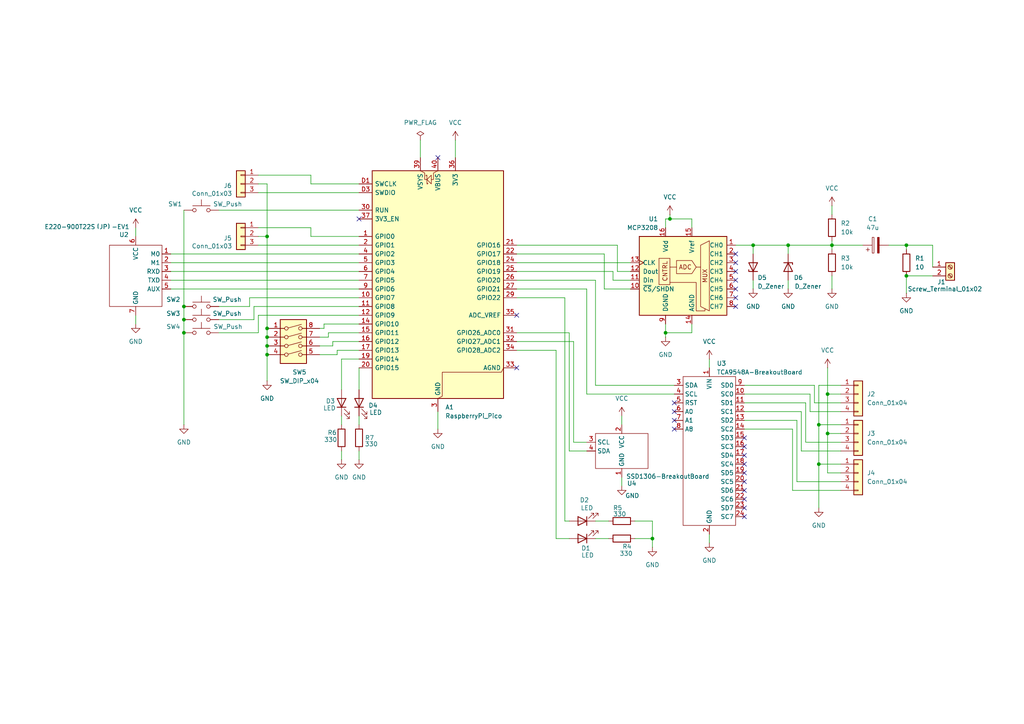
<source format=kicad_sch>
(kicad_sch
	(version 20250114)
	(generator "eeschema")
	(generator_version "9.0")
	(uuid "33874961-c6a7-4265-b265-44e005ed70e6")
	(paper "A4")
	(title_block
		(title "PatliteCurrentMonitoringUnit")
		(rev "1")
		(comment 1 "パトライト電流監視ユニット")
	)
	(lib_symbols
		(symbol "Analog_ADC:MCP3208"
			(pin_names
				(offset 1.016)
			)
			(exclude_from_sim no)
			(in_bom yes)
			(on_board yes)
			(property "Reference" "U"
				(at -5.08 13.335 0)
				(effects
					(font
						(size 1.27 1.27)
					)
					(justify right)
				)
			)
			(property "Value" "MCP3208"
				(at -5.08 11.43 0)
				(effects
					(font
						(size 1.27 1.27)
					)
					(justify right)
				)
			)
			(property "Footprint" ""
				(at 2.54 2.54 0)
				(effects
					(font
						(size 1.27 1.27)
					)
					(hide yes)
				)
			)
			(property "Datasheet" "http://ww1.microchip.com/downloads/en/DeviceDoc/21298c.pdf"
				(at 2.54 2.54 0)
				(effects
					(font
						(size 1.27 1.27)
					)
					(hide yes)
				)
			)
			(property "Description" "A/D Converter, 12-Bit, 8-Channel, SPI Interface , 2.7V-5.5V"
				(at 0 0 0)
				(effects
					(font
						(size 1.27 1.27)
					)
					(hide yes)
				)
			)
			(property "ki_keywords" "12bit ADC Reference Single Supply SPI 8ch"
				(at 0 0 0)
				(effects
					(font
						(size 1.27 1.27)
					)
					(hide yes)
				)
			)
			(property "ki_fp_filters" "DIP*W7.62mm* SOIC*3.9x9.9mm*P1.27mm*"
				(at 0 0 0)
				(effects
					(font
						(size 1.27 1.27)
					)
					(hide yes)
				)
			)
			(symbol "MCP3208_0_0"
				(text "MUX"
					(at -6.35 -1.27 900)
					(effects
						(font
							(size 1.27 1.27)
						)
					)
				)
				(text "ADC"
					(at -0.635 1.27 0)
					(effects
						(font
							(size 1.27 1.27)
						)
					)
				)
				(text "CNTRL"
					(at 5.969 -2.921 900)
					(effects
						(font
							(size 1.27 1.27)
						)
						(justify left bottom)
					)
				)
			)
			(symbol "MCP3208_0_1"
				(polyline
					(pts
						(xy -7.62 8.89) (xy -7.62 -11.43) (xy -5.08 -10.16) (xy -5.08 7.62) (xy -7.62 8.89)
					)
					(stroke
						(width 0)
						(type default)
					)
					(fill
						(type none)
					)
				)
				(polyline
					(pts
						(xy -3.81 1.27) (xy -5.08 1.27)
					)
					(stroke
						(width 0)
						(type default)
					)
					(fill
						(type none)
					)
				)
				(polyline
					(pts
						(xy 1.905 3.175) (xy 1.905 -0.635) (xy -2.54 -0.635) (xy -3.81 1.27) (xy -2.54 3.175) (xy 1.905 3.175)
					)
					(stroke
						(width 0)
						(type default)
					)
					(fill
						(type none)
					)
				)
				(polyline
					(pts
						(xy 1.905 1.27) (xy 3.81 1.27)
					)
					(stroke
						(width 0)
						(type default)
					)
					(fill
						(type none)
					)
				)
				(polyline
					(pts
						(xy 3.81 -3.175) (xy -3.81 -3.175) (xy -3.81 -11.43) (xy -6.35 -11.43) (xy -6.35 -10.795)
					)
					(stroke
						(width 0)
						(type default)
					)
					(fill
						(type none)
					)
				)
				(rectangle
					(start 3.81 -3.81)
					(end 6.985 3.81)
					(stroke
						(width 0)
						(type default)
					)
					(fill
						(type none)
					)
				)
				(rectangle
					(start 12.7 -12.7)
					(end -12.7 10.16)
					(stroke
						(width 0.254)
						(type default)
					)
					(fill
						(type background)
					)
				)
			)
			(symbol "MCP3208_1_1"
				(pin input line
					(at -15.24 7.62 0)
					(length 2.54)
					(name "CH0"
						(effects
							(font
								(size 1.27 1.27)
							)
						)
					)
					(number "1"
						(effects
							(font
								(size 1.27 1.27)
							)
						)
					)
				)
				(pin input line
					(at -15.24 5.08 0)
					(length 2.54)
					(name "CH1"
						(effects
							(font
								(size 1.27 1.27)
							)
						)
					)
					(number "2"
						(effects
							(font
								(size 1.27 1.27)
							)
						)
					)
				)
				(pin input line
					(at -15.24 2.54 0)
					(length 2.54)
					(name "CH2"
						(effects
							(font
								(size 1.27 1.27)
							)
						)
					)
					(number "3"
						(effects
							(font
								(size 1.27 1.27)
							)
						)
					)
				)
				(pin input line
					(at -15.24 0 0)
					(length 2.54)
					(name "CH3"
						(effects
							(font
								(size 1.27 1.27)
							)
						)
					)
					(number "4"
						(effects
							(font
								(size 1.27 1.27)
							)
						)
					)
				)
				(pin input line
					(at -15.24 -2.54 0)
					(length 2.54)
					(name "CH4"
						(effects
							(font
								(size 1.27 1.27)
							)
						)
					)
					(number "5"
						(effects
							(font
								(size 1.27 1.27)
							)
						)
					)
				)
				(pin input line
					(at -15.24 -5.08 0)
					(length 2.54)
					(name "CH5"
						(effects
							(font
								(size 1.27 1.27)
							)
						)
					)
					(number "6"
						(effects
							(font
								(size 1.27 1.27)
							)
						)
					)
				)
				(pin input line
					(at -15.24 -7.62 0)
					(length 2.54)
					(name "CH6"
						(effects
							(font
								(size 1.27 1.27)
							)
						)
					)
					(number "7"
						(effects
							(font
								(size 1.27 1.27)
							)
						)
					)
				)
				(pin input line
					(at -15.24 -10.16 0)
					(length 2.54)
					(name "CH7"
						(effects
							(font
								(size 1.27 1.27)
							)
						)
					)
					(number "8"
						(effects
							(font
								(size 1.27 1.27)
							)
						)
					)
				)
				(pin power_in line
					(at -2.54 12.7 270)
					(length 2.54)
					(name "Vref"
						(effects
							(font
								(size 1.27 1.27)
							)
						)
					)
					(number "15"
						(effects
							(font
								(size 1.27 1.27)
							)
						)
					)
				)
				(pin power_in line
					(at -2.54 -15.24 90)
					(length 2.54)
					(name "AGND"
						(effects
							(font
								(size 1.27 1.27)
							)
						)
					)
					(number "14"
						(effects
							(font
								(size 1.27 1.27)
							)
						)
					)
				)
				(pin power_in line
					(at 5.08 12.7 270)
					(length 2.54)
					(name "Vdd"
						(effects
							(font
								(size 1.27 1.27)
							)
						)
					)
					(number "16"
						(effects
							(font
								(size 1.27 1.27)
							)
						)
					)
				)
				(pin power_in line
					(at 5.08 -15.24 90)
					(length 2.54)
					(name "DGND"
						(effects
							(font
								(size 1.27 1.27)
							)
						)
					)
					(number "9"
						(effects
							(font
								(size 1.27 1.27)
							)
						)
					)
				)
				(pin input clock
					(at 15.24 2.54 180)
					(length 2.54)
					(name "CLK"
						(effects
							(font
								(size 1.27 1.27)
							)
						)
					)
					(number "13"
						(effects
							(font
								(size 1.27 1.27)
							)
						)
					)
				)
				(pin output line
					(at 15.24 0 180)
					(length 2.54)
					(name "Dout"
						(effects
							(font
								(size 1.27 1.27)
							)
						)
					)
					(number "12"
						(effects
							(font
								(size 1.27 1.27)
							)
						)
					)
				)
				(pin input line
					(at 15.24 -2.54 180)
					(length 2.54)
					(name "Din"
						(effects
							(font
								(size 1.27 1.27)
							)
						)
					)
					(number "11"
						(effects
							(font
								(size 1.27 1.27)
							)
						)
					)
				)
				(pin input line
					(at 15.24 -5.08 180)
					(length 2.54)
					(name "~{CS}/SHDN"
						(effects
							(font
								(size 1.27 1.27)
							)
						)
					)
					(number "10"
						(effects
							(font
								(size 1.27 1.27)
							)
						)
					)
				)
			)
			(embedded_fonts no)
		)
		(symbol "Connector:Screw_Terminal_01x02"
			(pin_names
				(offset 1.016)
				(hide yes)
			)
			(exclude_from_sim no)
			(in_bom yes)
			(on_board yes)
			(property "Reference" "J"
				(at 0 2.54 0)
				(effects
					(font
						(size 1.27 1.27)
					)
				)
			)
			(property "Value" "Screw_Terminal_01x02"
				(at 0 -5.08 0)
				(effects
					(font
						(size 1.27 1.27)
					)
				)
			)
			(property "Footprint" ""
				(at 0 0 0)
				(effects
					(font
						(size 1.27 1.27)
					)
					(hide yes)
				)
			)
			(property "Datasheet" "~"
				(at 0 0 0)
				(effects
					(font
						(size 1.27 1.27)
					)
					(hide yes)
				)
			)
			(property "Description" "Generic screw terminal, single row, 01x02, script generated (kicad-library-utils/schlib/autogen/connector/)"
				(at 0 0 0)
				(effects
					(font
						(size 1.27 1.27)
					)
					(hide yes)
				)
			)
			(property "ki_keywords" "screw terminal"
				(at 0 0 0)
				(effects
					(font
						(size 1.27 1.27)
					)
					(hide yes)
				)
			)
			(property "ki_fp_filters" "TerminalBlock*:*"
				(at 0 0 0)
				(effects
					(font
						(size 1.27 1.27)
					)
					(hide yes)
				)
			)
			(symbol "Screw_Terminal_01x02_1_1"
				(rectangle
					(start -1.27 1.27)
					(end 1.27 -3.81)
					(stroke
						(width 0.254)
						(type default)
					)
					(fill
						(type background)
					)
				)
				(polyline
					(pts
						(xy -0.5334 0.3302) (xy 0.3302 -0.508)
					)
					(stroke
						(width 0.1524)
						(type default)
					)
					(fill
						(type none)
					)
				)
				(polyline
					(pts
						(xy -0.5334 -2.2098) (xy 0.3302 -3.048)
					)
					(stroke
						(width 0.1524)
						(type default)
					)
					(fill
						(type none)
					)
				)
				(polyline
					(pts
						(xy -0.3556 0.508) (xy 0.508 -0.3302)
					)
					(stroke
						(width 0.1524)
						(type default)
					)
					(fill
						(type none)
					)
				)
				(polyline
					(pts
						(xy -0.3556 -2.032) (xy 0.508 -2.8702)
					)
					(stroke
						(width 0.1524)
						(type default)
					)
					(fill
						(type none)
					)
				)
				(circle
					(center 0 0)
					(radius 0.635)
					(stroke
						(width 0.1524)
						(type default)
					)
					(fill
						(type none)
					)
				)
				(circle
					(center 0 -2.54)
					(radius 0.635)
					(stroke
						(width 0.1524)
						(type default)
					)
					(fill
						(type none)
					)
				)
				(pin passive line
					(at -5.08 0 0)
					(length 3.81)
					(name "Pin_1"
						(effects
							(font
								(size 1.27 1.27)
							)
						)
					)
					(number "1"
						(effects
							(font
								(size 1.27 1.27)
							)
						)
					)
				)
				(pin passive line
					(at -5.08 -2.54 0)
					(length 3.81)
					(name "Pin_2"
						(effects
							(font
								(size 1.27 1.27)
							)
						)
					)
					(number "2"
						(effects
							(font
								(size 1.27 1.27)
							)
						)
					)
				)
			)
			(embedded_fonts no)
		)
		(symbol "Connector_Generic:Conn_01x03"
			(pin_names
				(offset 1.016)
				(hide yes)
			)
			(exclude_from_sim no)
			(in_bom yes)
			(on_board yes)
			(property "Reference" "J"
				(at 0 5.08 0)
				(effects
					(font
						(size 1.27 1.27)
					)
				)
			)
			(property "Value" "Conn_01x03"
				(at 0 -5.08 0)
				(effects
					(font
						(size 1.27 1.27)
					)
				)
			)
			(property "Footprint" ""
				(at 0 0 0)
				(effects
					(font
						(size 1.27 1.27)
					)
					(hide yes)
				)
			)
			(property "Datasheet" "~"
				(at 0 0 0)
				(effects
					(font
						(size 1.27 1.27)
					)
					(hide yes)
				)
			)
			(property "Description" "Generic connector, single row, 01x03, script generated (kicad-library-utils/schlib/autogen/connector/)"
				(at 0 0 0)
				(effects
					(font
						(size 1.27 1.27)
					)
					(hide yes)
				)
			)
			(property "ki_keywords" "connector"
				(at 0 0 0)
				(effects
					(font
						(size 1.27 1.27)
					)
					(hide yes)
				)
			)
			(property "ki_fp_filters" "Connector*:*_1x??_*"
				(at 0 0 0)
				(effects
					(font
						(size 1.27 1.27)
					)
					(hide yes)
				)
			)
			(symbol "Conn_01x03_1_1"
				(rectangle
					(start -1.27 3.81)
					(end 1.27 -3.81)
					(stroke
						(width 0.254)
						(type default)
					)
					(fill
						(type background)
					)
				)
				(rectangle
					(start -1.27 2.667)
					(end 0 2.413)
					(stroke
						(width 0.1524)
						(type default)
					)
					(fill
						(type none)
					)
				)
				(rectangle
					(start -1.27 0.127)
					(end 0 -0.127)
					(stroke
						(width 0.1524)
						(type default)
					)
					(fill
						(type none)
					)
				)
				(rectangle
					(start -1.27 -2.413)
					(end 0 -2.667)
					(stroke
						(width 0.1524)
						(type default)
					)
					(fill
						(type none)
					)
				)
				(pin passive line
					(at -5.08 2.54 0)
					(length 3.81)
					(name "Pin_1"
						(effects
							(font
								(size 1.27 1.27)
							)
						)
					)
					(number "1"
						(effects
							(font
								(size 1.27 1.27)
							)
						)
					)
				)
				(pin passive line
					(at -5.08 0 0)
					(length 3.81)
					(name "Pin_2"
						(effects
							(font
								(size 1.27 1.27)
							)
						)
					)
					(number "2"
						(effects
							(font
								(size 1.27 1.27)
							)
						)
					)
				)
				(pin passive line
					(at -5.08 -2.54 0)
					(length 3.81)
					(name "Pin_3"
						(effects
							(font
								(size 1.27 1.27)
							)
						)
					)
					(number "3"
						(effects
							(font
								(size 1.27 1.27)
							)
						)
					)
				)
			)
			(embedded_fonts no)
		)
		(symbol "Connector_Generic:Conn_01x04"
			(pin_names
				(offset 1.016)
				(hide yes)
			)
			(exclude_from_sim no)
			(in_bom yes)
			(on_board yes)
			(property "Reference" "J"
				(at 0 5.08 0)
				(effects
					(font
						(size 1.27 1.27)
					)
				)
			)
			(property "Value" "Conn_01x04"
				(at 0 -7.62 0)
				(effects
					(font
						(size 1.27 1.27)
					)
				)
			)
			(property "Footprint" ""
				(at 0 0 0)
				(effects
					(font
						(size 1.27 1.27)
					)
					(hide yes)
				)
			)
			(property "Datasheet" "~"
				(at 0 0 0)
				(effects
					(font
						(size 1.27 1.27)
					)
					(hide yes)
				)
			)
			(property "Description" "Generic connector, single row, 01x04, script generated (kicad-library-utils/schlib/autogen/connector/)"
				(at 0 0 0)
				(effects
					(font
						(size 1.27 1.27)
					)
					(hide yes)
				)
			)
			(property "ki_keywords" "connector"
				(at 0 0 0)
				(effects
					(font
						(size 1.27 1.27)
					)
					(hide yes)
				)
			)
			(property "ki_fp_filters" "Connector*:*_1x??_*"
				(at 0 0 0)
				(effects
					(font
						(size 1.27 1.27)
					)
					(hide yes)
				)
			)
			(symbol "Conn_01x04_1_1"
				(rectangle
					(start -1.27 3.81)
					(end 1.27 -6.35)
					(stroke
						(width 0.254)
						(type default)
					)
					(fill
						(type background)
					)
				)
				(rectangle
					(start -1.27 2.667)
					(end 0 2.413)
					(stroke
						(width 0.1524)
						(type default)
					)
					(fill
						(type none)
					)
				)
				(rectangle
					(start -1.27 0.127)
					(end 0 -0.127)
					(stroke
						(width 0.1524)
						(type default)
					)
					(fill
						(type none)
					)
				)
				(rectangle
					(start -1.27 -2.413)
					(end 0 -2.667)
					(stroke
						(width 0.1524)
						(type default)
					)
					(fill
						(type none)
					)
				)
				(rectangle
					(start -1.27 -4.953)
					(end 0 -5.207)
					(stroke
						(width 0.1524)
						(type default)
					)
					(fill
						(type none)
					)
				)
				(pin passive line
					(at -5.08 2.54 0)
					(length 3.81)
					(name "Pin_1"
						(effects
							(font
								(size 1.27 1.27)
							)
						)
					)
					(number "1"
						(effects
							(font
								(size 1.27 1.27)
							)
						)
					)
				)
				(pin passive line
					(at -5.08 0 0)
					(length 3.81)
					(name "Pin_2"
						(effects
							(font
								(size 1.27 1.27)
							)
						)
					)
					(number "2"
						(effects
							(font
								(size 1.27 1.27)
							)
						)
					)
				)
				(pin passive line
					(at -5.08 -2.54 0)
					(length 3.81)
					(name "Pin_3"
						(effects
							(font
								(size 1.27 1.27)
							)
						)
					)
					(number "3"
						(effects
							(font
								(size 1.27 1.27)
							)
						)
					)
				)
				(pin passive line
					(at -5.08 -5.08 0)
					(length 3.81)
					(name "Pin_4"
						(effects
							(font
								(size 1.27 1.27)
							)
						)
					)
					(number "4"
						(effects
							(font
								(size 1.27 1.27)
							)
						)
					)
				)
			)
			(embedded_fonts no)
		)
		(symbol "Device:C_Polarized"
			(pin_numbers
				(hide yes)
			)
			(pin_names
				(offset 0.254)
			)
			(exclude_from_sim no)
			(in_bom yes)
			(on_board yes)
			(property "Reference" "C"
				(at 0.635 2.54 0)
				(effects
					(font
						(size 1.27 1.27)
					)
					(justify left)
				)
			)
			(property "Value" "C_Polarized"
				(at 0.635 -2.54 0)
				(effects
					(font
						(size 1.27 1.27)
					)
					(justify left)
				)
			)
			(property "Footprint" ""
				(at 0.9652 -3.81 0)
				(effects
					(font
						(size 1.27 1.27)
					)
					(hide yes)
				)
			)
			(property "Datasheet" "~"
				(at 0 0 0)
				(effects
					(font
						(size 1.27 1.27)
					)
					(hide yes)
				)
			)
			(property "Description" "Polarized capacitor"
				(at 0 0 0)
				(effects
					(font
						(size 1.27 1.27)
					)
					(hide yes)
				)
			)
			(property "ki_keywords" "cap capacitor"
				(at 0 0 0)
				(effects
					(font
						(size 1.27 1.27)
					)
					(hide yes)
				)
			)
			(property "ki_fp_filters" "CP_*"
				(at 0 0 0)
				(effects
					(font
						(size 1.27 1.27)
					)
					(hide yes)
				)
			)
			(symbol "C_Polarized_0_1"
				(rectangle
					(start -2.286 0.508)
					(end 2.286 1.016)
					(stroke
						(width 0)
						(type default)
					)
					(fill
						(type none)
					)
				)
				(polyline
					(pts
						(xy -1.778 2.286) (xy -0.762 2.286)
					)
					(stroke
						(width 0)
						(type default)
					)
					(fill
						(type none)
					)
				)
				(polyline
					(pts
						(xy -1.27 2.794) (xy -1.27 1.778)
					)
					(stroke
						(width 0)
						(type default)
					)
					(fill
						(type none)
					)
				)
				(rectangle
					(start 2.286 -0.508)
					(end -2.286 -1.016)
					(stroke
						(width 0)
						(type default)
					)
					(fill
						(type outline)
					)
				)
			)
			(symbol "C_Polarized_1_1"
				(pin passive line
					(at 0 3.81 270)
					(length 2.794)
					(name "~"
						(effects
							(font
								(size 1.27 1.27)
							)
						)
					)
					(number "1"
						(effects
							(font
								(size 1.27 1.27)
							)
						)
					)
				)
				(pin passive line
					(at 0 -3.81 90)
					(length 2.794)
					(name "~"
						(effects
							(font
								(size 1.27 1.27)
							)
						)
					)
					(number "2"
						(effects
							(font
								(size 1.27 1.27)
							)
						)
					)
				)
			)
			(embedded_fonts no)
		)
		(symbol "Device:D_Zener"
			(pin_numbers
				(hide yes)
			)
			(pin_names
				(offset 1.016)
				(hide yes)
			)
			(exclude_from_sim no)
			(in_bom yes)
			(on_board yes)
			(property "Reference" "D"
				(at 0 2.54 0)
				(effects
					(font
						(size 1.27 1.27)
					)
				)
			)
			(property "Value" "D_Zener"
				(at 0 -2.54 0)
				(effects
					(font
						(size 1.27 1.27)
					)
				)
			)
			(property "Footprint" ""
				(at 0 0 0)
				(effects
					(font
						(size 1.27 1.27)
					)
					(hide yes)
				)
			)
			(property "Datasheet" "~"
				(at 0 0 0)
				(effects
					(font
						(size 1.27 1.27)
					)
					(hide yes)
				)
			)
			(property "Description" "Zener diode"
				(at 0 0 0)
				(effects
					(font
						(size 1.27 1.27)
					)
					(hide yes)
				)
			)
			(property "ki_keywords" "diode"
				(at 0 0 0)
				(effects
					(font
						(size 1.27 1.27)
					)
					(hide yes)
				)
			)
			(property "ki_fp_filters" "TO-???* *_Diode_* *SingleDiode* D_*"
				(at 0 0 0)
				(effects
					(font
						(size 1.27 1.27)
					)
					(hide yes)
				)
			)
			(symbol "D_Zener_0_1"
				(polyline
					(pts
						(xy -1.27 -1.27) (xy -1.27 1.27) (xy -0.762 1.27)
					)
					(stroke
						(width 0.254)
						(type default)
					)
					(fill
						(type none)
					)
				)
				(polyline
					(pts
						(xy 1.27 0) (xy -1.27 0)
					)
					(stroke
						(width 0)
						(type default)
					)
					(fill
						(type none)
					)
				)
				(polyline
					(pts
						(xy 1.27 -1.27) (xy 1.27 1.27) (xy -1.27 0) (xy 1.27 -1.27)
					)
					(stroke
						(width 0.254)
						(type default)
					)
					(fill
						(type none)
					)
				)
			)
			(symbol "D_Zener_1_1"
				(pin passive line
					(at -3.81 0 0)
					(length 2.54)
					(name "K"
						(effects
							(font
								(size 1.27 1.27)
							)
						)
					)
					(number "1"
						(effects
							(font
								(size 1.27 1.27)
							)
						)
					)
				)
				(pin passive line
					(at 3.81 0 180)
					(length 2.54)
					(name "A"
						(effects
							(font
								(size 1.27 1.27)
							)
						)
					)
					(number "2"
						(effects
							(font
								(size 1.27 1.27)
							)
						)
					)
				)
			)
			(embedded_fonts no)
		)
		(symbol "Device:LED"
			(pin_numbers
				(hide yes)
			)
			(pin_names
				(offset 1.016)
				(hide yes)
			)
			(exclude_from_sim no)
			(in_bom yes)
			(on_board yes)
			(property "Reference" "D"
				(at 0 2.54 0)
				(effects
					(font
						(size 1.27 1.27)
					)
				)
			)
			(property "Value" "LED"
				(at 0 -2.54 0)
				(effects
					(font
						(size 1.27 1.27)
					)
				)
			)
			(property "Footprint" ""
				(at 0 0 0)
				(effects
					(font
						(size 1.27 1.27)
					)
					(hide yes)
				)
			)
			(property "Datasheet" "~"
				(at 0 0 0)
				(effects
					(font
						(size 1.27 1.27)
					)
					(hide yes)
				)
			)
			(property "Description" "Light emitting diode"
				(at 0 0 0)
				(effects
					(font
						(size 1.27 1.27)
					)
					(hide yes)
				)
			)
			(property "Sim.Pins" "1=K 2=A"
				(at 0 0 0)
				(effects
					(font
						(size 1.27 1.27)
					)
					(hide yes)
				)
			)
			(property "ki_keywords" "LED diode"
				(at 0 0 0)
				(effects
					(font
						(size 1.27 1.27)
					)
					(hide yes)
				)
			)
			(property "ki_fp_filters" "LED* LED_SMD:* LED_THT:*"
				(at 0 0 0)
				(effects
					(font
						(size 1.27 1.27)
					)
					(hide yes)
				)
			)
			(symbol "LED_0_1"
				(polyline
					(pts
						(xy -3.048 -0.762) (xy -4.572 -2.286) (xy -3.81 -2.286) (xy -4.572 -2.286) (xy -4.572 -1.524)
					)
					(stroke
						(width 0)
						(type default)
					)
					(fill
						(type none)
					)
				)
				(polyline
					(pts
						(xy -1.778 -0.762) (xy -3.302 -2.286) (xy -2.54 -2.286) (xy -3.302 -2.286) (xy -3.302 -1.524)
					)
					(stroke
						(width 0)
						(type default)
					)
					(fill
						(type none)
					)
				)
				(polyline
					(pts
						(xy -1.27 0) (xy 1.27 0)
					)
					(stroke
						(width 0)
						(type default)
					)
					(fill
						(type none)
					)
				)
				(polyline
					(pts
						(xy -1.27 -1.27) (xy -1.27 1.27)
					)
					(stroke
						(width 0.254)
						(type default)
					)
					(fill
						(type none)
					)
				)
				(polyline
					(pts
						(xy 1.27 -1.27) (xy 1.27 1.27) (xy -1.27 0) (xy 1.27 -1.27)
					)
					(stroke
						(width 0.254)
						(type default)
					)
					(fill
						(type none)
					)
				)
			)
			(symbol "LED_1_1"
				(pin passive line
					(at -3.81 0 0)
					(length 2.54)
					(name "K"
						(effects
							(font
								(size 1.27 1.27)
							)
						)
					)
					(number "1"
						(effects
							(font
								(size 1.27 1.27)
							)
						)
					)
				)
				(pin passive line
					(at 3.81 0 180)
					(length 2.54)
					(name "A"
						(effects
							(font
								(size 1.27 1.27)
							)
						)
					)
					(number "2"
						(effects
							(font
								(size 1.27 1.27)
							)
						)
					)
				)
			)
			(embedded_fonts no)
		)
		(symbol "Device:R"
			(pin_numbers
				(hide yes)
			)
			(pin_names
				(offset 0)
			)
			(exclude_from_sim no)
			(in_bom yes)
			(on_board yes)
			(property "Reference" "R"
				(at 2.032 0 90)
				(effects
					(font
						(size 1.27 1.27)
					)
				)
			)
			(property "Value" "R"
				(at 0 0 90)
				(effects
					(font
						(size 1.27 1.27)
					)
				)
			)
			(property "Footprint" ""
				(at -1.778 0 90)
				(effects
					(font
						(size 1.27 1.27)
					)
					(hide yes)
				)
			)
			(property "Datasheet" "~"
				(at 0 0 0)
				(effects
					(font
						(size 1.27 1.27)
					)
					(hide yes)
				)
			)
			(property "Description" "Resistor"
				(at 0 0 0)
				(effects
					(font
						(size 1.27 1.27)
					)
					(hide yes)
				)
			)
			(property "ki_keywords" "R res resistor"
				(at 0 0 0)
				(effects
					(font
						(size 1.27 1.27)
					)
					(hide yes)
				)
			)
			(property "ki_fp_filters" "R_*"
				(at 0 0 0)
				(effects
					(font
						(size 1.27 1.27)
					)
					(hide yes)
				)
			)
			(symbol "R_0_1"
				(rectangle
					(start -1.016 -2.54)
					(end 1.016 2.54)
					(stroke
						(width 0.254)
						(type default)
					)
					(fill
						(type none)
					)
				)
			)
			(symbol "R_1_1"
				(pin passive line
					(at 0 3.81 270)
					(length 1.27)
					(name "~"
						(effects
							(font
								(size 1.27 1.27)
							)
						)
					)
					(number "1"
						(effects
							(font
								(size 1.27 1.27)
							)
						)
					)
				)
				(pin passive line
					(at 0 -3.81 90)
					(length 1.27)
					(name "~"
						(effects
							(font
								(size 1.27 1.27)
							)
						)
					)
					(number "2"
						(effects
							(font
								(size 1.27 1.27)
							)
						)
					)
				)
			)
			(embedded_fonts no)
		)
		(symbol "MCU_Module:RaspberryPi_Pico_Debug"
			(pin_names
				(offset 0.762)
			)
			(exclude_from_sim no)
			(in_bom yes)
			(on_board yes)
			(property "Reference" "A"
				(at -19.05 35.56 0)
				(effects
					(font
						(size 1.27 1.27)
					)
					(justify left)
				)
			)
			(property "Value" "RaspberryPi_Pico"
				(at 7.62 35.56 0)
				(effects
					(font
						(size 1.27 1.27)
					)
					(justify left)
				)
			)
			(property "Footprint" "Module:RaspberryPi_Pico_SMD_HandSolder"
				(at 0 -46.99 0)
				(effects
					(font
						(size 1.27 1.27)
					)
					(hide yes)
				)
			)
			(property "Datasheet" "https://datasheets.raspberrypi.com/pico/pico-datasheet.pdf"
				(at 0 -49.53 0)
				(effects
					(font
						(size 1.27 1.27)
					)
					(hide yes)
				)
			)
			(property "Description" "Versatile and inexpensive microcontroller module (with debug pins) powered by RP2040 dual-core Arm Cortex-M0+ processor up to 133 MHz, 264kB SRAM, 2MB QSPI flash; also supports Raspberry Pi Pico 2"
				(at 0 -52.07 0)
				(effects
					(font
						(size 1.27 1.27)
					)
					(hide yes)
				)
			)
			(property "ki_keywords" "RP2350A M33 RISC-V Hazard3 usb swd"
				(at 0 0 0)
				(effects
					(font
						(size 1.27 1.27)
					)
					(hide yes)
				)
			)
			(property "ki_fp_filters" "RaspberryPi?Pico?SMD*"
				(at 0 0 0)
				(effects
					(font
						(size 1.27 1.27)
					)
					(hide yes)
				)
			)
			(symbol "RaspberryPi_Pico_Debug_0_1"
				(rectangle
					(start -19.05 34.29)
					(end 19.05 -31.75)
					(stroke
						(width 0.254)
						(type default)
					)
					(fill
						(type background)
					)
				)
				(polyline
					(pts
						(xy -5.08 34.29) (xy -3.81 33.655) (xy -3.81 31.75) (xy -3.175 31.75)
					)
					(stroke
						(width 0)
						(type default)
					)
					(fill
						(type none)
					)
				)
				(polyline
					(pts
						(xy -3.429 32.766) (xy -3.429 33.02) (xy -3.175 33.02) (xy -3.175 30.48) (xy -2.921 30.48) (xy -2.921 30.734)
					)
					(stroke
						(width 0)
						(type default)
					)
					(fill
						(type none)
					)
				)
				(polyline
					(pts
						(xy -3.175 31.75) (xy -1.905 33.02) (xy -1.905 30.48) (xy -3.175 31.75)
					)
					(stroke
						(width 0)
						(type default)
					)
					(fill
						(type none)
					)
				)
				(polyline
					(pts
						(xy 0 34.29) (xy -1.27 33.655) (xy -1.27 31.75) (xy -1.905 31.75)
					)
					(stroke
						(width 0)
						(type default)
					)
					(fill
						(type none)
					)
				)
				(polyline
					(pts
						(xy 0 -31.75) (xy 1.27 -31.115) (xy 1.27 -24.13) (xy 18.415 -24.13) (xy 19.05 -22.86)
					)
					(stroke
						(width 0)
						(type default)
					)
					(fill
						(type none)
					)
				)
			)
			(symbol "RaspberryPi_Pico_Debug_1_1"
				(pin input line
					(at -22.86 30.48 0)
					(length 3.81)
					(name "SWCLK"
						(effects
							(font
								(size 1.27 1.27)
							)
						)
					)
					(number "D1"
						(effects
							(font
								(size 1.27 1.27)
							)
						)
					)
				)
				(pin bidirectional line
					(at -22.86 27.94 0)
					(length 3.81)
					(name "SWDIO"
						(effects
							(font
								(size 1.27 1.27)
							)
						)
					)
					(number "D3"
						(effects
							(font
								(size 1.27 1.27)
							)
						)
					)
				)
				(pin passive line
					(at -22.86 22.86 0)
					(length 3.81)
					(name "RUN"
						(effects
							(font
								(size 1.27 1.27)
							)
						)
					)
					(number "30"
						(effects
							(font
								(size 1.27 1.27)
							)
						)
					)
					(alternate "~{RESET}" passive line)
				)
				(pin passive line
					(at -22.86 20.32 0)
					(length 3.81)
					(name "3V3_EN"
						(effects
							(font
								(size 1.27 1.27)
							)
						)
					)
					(number "37"
						(effects
							(font
								(size 1.27 1.27)
							)
						)
					)
					(alternate "~{3V3_DISABLE}" passive line)
				)
				(pin bidirectional line
					(at -22.86 15.24 0)
					(length 3.81)
					(name "GPIO0"
						(effects
							(font
								(size 1.27 1.27)
							)
						)
					)
					(number "1"
						(effects
							(font
								(size 1.27 1.27)
							)
						)
					)
					(alternate "I2C0_SDA" bidirectional line)
					(alternate "PWM0_A" output line)
					(alternate "SPI0_RX" input line)
					(alternate "UART0_TX" output line)
					(alternate "USB_OVCUR_DET" input line)
				)
				(pin bidirectional line
					(at -22.86 12.7 0)
					(length 3.81)
					(name "GPIO1"
						(effects
							(font
								(size 1.27 1.27)
							)
						)
					)
					(number "2"
						(effects
							(font
								(size 1.27 1.27)
							)
						)
					)
					(alternate "I2C0_SCL" bidirectional clock)
					(alternate "PWM0_B" bidirectional line)
					(alternate "UART0_RX" input line)
					(alternate "USB_VBUS_DET" passive line)
					(alternate "~{SPI0_CSn}" bidirectional line)
				)
				(pin bidirectional line
					(at -22.86 10.16 0)
					(length 3.81)
					(name "GPIO2"
						(effects
							(font
								(size 1.27 1.27)
							)
						)
					)
					(number "4"
						(effects
							(font
								(size 1.27 1.27)
							)
						)
					)
					(alternate "I2C1_SDA" bidirectional line)
					(alternate "PWM1_A" output line)
					(alternate "SPI0_SCK" bidirectional clock)
					(alternate "UART0_CTS" input line)
					(alternate "USB_VBUS_EN" output line)
				)
				(pin bidirectional line
					(at -22.86 7.62 0)
					(length 3.81)
					(name "GPIO3"
						(effects
							(font
								(size 1.27 1.27)
							)
						)
					)
					(number "5"
						(effects
							(font
								(size 1.27 1.27)
							)
						)
					)
					(alternate "I2C1_SCL" bidirectional clock)
					(alternate "PWM1_B" bidirectional line)
					(alternate "SPI0_TX" output line)
					(alternate "UART0_RTS" output line)
					(alternate "USB_OVCUR_DET" input line)
				)
				(pin bidirectional line
					(at -22.86 5.08 0)
					(length 3.81)
					(name "GPIO4"
						(effects
							(font
								(size 1.27 1.27)
							)
						)
					)
					(number "6"
						(effects
							(font
								(size 1.27 1.27)
							)
						)
					)
					(alternate "I2C0_SDA" bidirectional line)
					(alternate "PWM2_A" output line)
					(alternate "SPI0_RX" input line)
					(alternate "UART1_TX" output line)
					(alternate "USB_VBUS_DET" input line)
				)
				(pin bidirectional line
					(at -22.86 2.54 0)
					(length 3.81)
					(name "GPIO5"
						(effects
							(font
								(size 1.27 1.27)
							)
						)
					)
					(number "7"
						(effects
							(font
								(size 1.27 1.27)
							)
						)
					)
					(alternate "I2C0_SCL" bidirectional clock)
					(alternate "PWM2_B" bidirectional line)
					(alternate "UART1_RX" input line)
					(alternate "USB_VBUS_EN" output line)
					(alternate "~{SPI0_CSn}" bidirectional line)
				)
				(pin bidirectional line
					(at -22.86 0 0)
					(length 3.81)
					(name "GPIO6"
						(effects
							(font
								(size 1.27 1.27)
							)
						)
					)
					(number "9"
						(effects
							(font
								(size 1.27 1.27)
							)
						)
					)
					(alternate "I2C1_SDA" bidirectional line)
					(alternate "PWM3_A" output line)
					(alternate "SPI0_SCK" bidirectional clock)
					(alternate "UART1_CTS" input line)
					(alternate "USB_OVCUR_DET" input line)
				)
				(pin bidirectional line
					(at -22.86 -2.54 0)
					(length 3.81)
					(name "GPIO7"
						(effects
							(font
								(size 1.27 1.27)
							)
						)
					)
					(number "10"
						(effects
							(font
								(size 1.27 1.27)
							)
						)
					)
					(alternate "I2C1_SCL" bidirectional clock)
					(alternate "PWM3_B" bidirectional line)
					(alternate "SPI0_TX" output line)
					(alternate "UART1_RTS" output line)
					(alternate "USB_VBUS_DET" input line)
				)
				(pin bidirectional line
					(at -22.86 -5.08 0)
					(length 3.81)
					(name "GPIO8"
						(effects
							(font
								(size 1.27 1.27)
							)
						)
					)
					(number "11"
						(effects
							(font
								(size 1.27 1.27)
							)
						)
					)
					(alternate "I2C0_SDA" bidirectional line)
					(alternate "PWM4_A" output line)
					(alternate "SPI1_RX" input line)
					(alternate "UART1_TX" output line)
					(alternate "USB_VBUS_EN" output line)
				)
				(pin bidirectional line
					(at -22.86 -7.62 0)
					(length 3.81)
					(name "GPIO9"
						(effects
							(font
								(size 1.27 1.27)
							)
						)
					)
					(number "12"
						(effects
							(font
								(size 1.27 1.27)
							)
						)
					)
					(alternate "I2C0_SCL" bidirectional clock)
					(alternate "PWM4_B" bidirectional line)
					(alternate "UART1_RX" input line)
					(alternate "USB_OVCUR_DET" input line)
					(alternate "~{SPI1_CSn}" bidirectional line)
				)
				(pin bidirectional line
					(at -22.86 -10.16 0)
					(length 3.81)
					(name "GPIO10"
						(effects
							(font
								(size 1.27 1.27)
							)
						)
					)
					(number "14"
						(effects
							(font
								(size 1.27 1.27)
							)
						)
					)
					(alternate "I2C1_SDA" bidirectional line)
					(alternate "PWM5_A" output line)
					(alternate "SPI1_SCK" bidirectional clock)
					(alternate "UART1_CTS" input line)
					(alternate "USB_VBUS_DET" input line)
				)
				(pin bidirectional line
					(at -22.86 -12.7 0)
					(length 3.81)
					(name "GPIO11"
						(effects
							(font
								(size 1.27 1.27)
							)
						)
					)
					(number "15"
						(effects
							(font
								(size 1.27 1.27)
							)
						)
					)
					(alternate "I2C1_SCL" bidirectional clock)
					(alternate "PWM5_B" bidirectional line)
					(alternate "SPI1_TX" output line)
					(alternate "UART1_RTS" output line)
					(alternate "USB_VBUS_EN" output line)
				)
				(pin bidirectional line
					(at -22.86 -15.24 0)
					(length 3.81)
					(name "GPIO12"
						(effects
							(font
								(size 1.27 1.27)
							)
						)
					)
					(number "16"
						(effects
							(font
								(size 1.27 1.27)
							)
						)
					)
					(alternate "I2C0_SDA" bidirectional line)
					(alternate "PWM6_A" output line)
					(alternate "SPI1_RX" input line)
					(alternate "UART0_TX" output line)
					(alternate "USB_OVCUR_DET" input line)
				)
				(pin bidirectional line
					(at -22.86 -17.78 0)
					(length 3.81)
					(name "GPIO13"
						(effects
							(font
								(size 1.27 1.27)
							)
						)
					)
					(number "17"
						(effects
							(font
								(size 1.27 1.27)
							)
						)
					)
					(alternate "I2C0_SCL" bidirectional clock)
					(alternate "PWM6_B" bidirectional line)
					(alternate "UART0_RX" input line)
					(alternate "USB_VBUS_DET" input line)
					(alternate "~{SPI1_CSn}" bidirectional line)
				)
				(pin bidirectional line
					(at -22.86 -20.32 0)
					(length 3.81)
					(name "GPIO14"
						(effects
							(font
								(size 1.27 1.27)
							)
						)
					)
					(number "19"
						(effects
							(font
								(size 1.27 1.27)
							)
						)
					)
					(alternate "I2C1_SDA" bidirectional line)
					(alternate "PWM7_A" output line)
					(alternate "SPI1_SCK" bidirectional clock)
					(alternate "UART0_CTS" input line)
					(alternate "USB_VBUS_EN" output line)
				)
				(pin bidirectional line
					(at -22.86 -22.86 0)
					(length 3.81)
					(name "GPIO15"
						(effects
							(font
								(size 1.27 1.27)
							)
						)
					)
					(number "20"
						(effects
							(font
								(size 1.27 1.27)
							)
						)
					)
					(alternate "I2C1_SCL" bidirectional clock)
					(alternate "PWM7_B" bidirectional line)
					(alternate "SPI1_TX" output line)
					(alternate "UART0_RTS" output line)
					(alternate "USB_OVCUR_DET" input line)
				)
				(pin power_in line
					(at -5.08 38.1 270)
					(length 3.81)
					(name "VSYS"
						(effects
							(font
								(size 1.27 1.27)
							)
						)
					)
					(number "39"
						(effects
							(font
								(size 1.27 1.27)
							)
						)
					)
					(alternate "VSYS_OUT" power_out line)
				)
				(pin power_out line
					(at 0 38.1 270)
					(length 3.81)
					(name "VBUS"
						(effects
							(font
								(size 1.27 1.27)
							)
						)
					)
					(number "40"
						(effects
							(font
								(size 1.27 1.27)
							)
						)
					)
					(alternate "VBUS_IN" power_in line)
				)
				(pin passive line
					(at 0 -35.56 90)
					(length 3.81)
					(hide yes)
					(name "GND"
						(effects
							(font
								(size 1.27 1.27)
							)
						)
					)
					(number "13"
						(effects
							(font
								(size 1.27 1.27)
							)
						)
					)
				)
				(pin passive line
					(at 0 -35.56 90)
					(length 3.81)
					(hide yes)
					(name "GND"
						(effects
							(font
								(size 1.27 1.27)
							)
						)
					)
					(number "18"
						(effects
							(font
								(size 1.27 1.27)
							)
						)
					)
				)
				(pin passive line
					(at 0 -35.56 90)
					(length 3.81)
					(hide yes)
					(name "GND"
						(effects
							(font
								(size 1.27 1.27)
							)
						)
					)
					(number "23"
						(effects
							(font
								(size 1.27 1.27)
							)
						)
					)
				)
				(pin passive line
					(at 0 -35.56 90)
					(length 3.81)
					(hide yes)
					(name "GND"
						(effects
							(font
								(size 1.27 1.27)
							)
						)
					)
					(number "28"
						(effects
							(font
								(size 1.27 1.27)
							)
						)
					)
				)
				(pin power_out line
					(at 0 -35.56 90)
					(length 3.81)
					(name "GND"
						(effects
							(font
								(size 1.27 1.27)
							)
						)
					)
					(number "3"
						(effects
							(font
								(size 1.27 1.27)
							)
						)
					)
					(alternate "GND_IN" power_in line)
				)
				(pin passive line
					(at 0 -35.56 90)
					(length 3.81)
					(hide yes)
					(name "GND"
						(effects
							(font
								(size 1.27 1.27)
							)
						)
					)
					(number "38"
						(effects
							(font
								(size 1.27 1.27)
							)
						)
					)
				)
				(pin passive line
					(at 0 -35.56 90)
					(length 3.81)
					(hide yes)
					(name "GND"
						(effects
							(font
								(size 1.27 1.27)
							)
						)
					)
					(number "8"
						(effects
							(font
								(size 1.27 1.27)
							)
						)
					)
				)
				(pin passive line
					(at 0 -35.56 90)
					(length 3.81)
					(hide yes)
					(name "GND"
						(effects
							(font
								(size 1.27 1.27)
							)
						)
					)
					(number "D2"
						(effects
							(font
								(size 1.27 1.27)
							)
						)
					)
				)
				(pin power_out line
					(at 5.08 38.1 270)
					(length 3.81)
					(name "3V3"
						(effects
							(font
								(size 1.27 1.27)
							)
						)
					)
					(number "36"
						(effects
							(font
								(size 1.27 1.27)
							)
						)
					)
				)
				(pin bidirectional line
					(at 22.86 12.7 180)
					(length 3.81)
					(name "GPIO16"
						(effects
							(font
								(size 1.27 1.27)
							)
						)
					)
					(number "21"
						(effects
							(font
								(size 1.27 1.27)
							)
						)
					)
					(alternate "I2C0_SDA" bidirectional line)
					(alternate "PWM0_A" output line)
					(alternate "SPI0_RX" input line)
					(alternate "UART0_TX" output line)
					(alternate "USB_VBUS_DET" input line)
				)
				(pin bidirectional line
					(at 22.86 10.16 180)
					(length 3.81)
					(name "GPIO17"
						(effects
							(font
								(size 1.27 1.27)
							)
						)
					)
					(number "22"
						(effects
							(font
								(size 1.27 1.27)
							)
						)
					)
					(alternate "I2C0_SCL" bidirectional clock)
					(alternate "PWM0_B" bidirectional line)
					(alternate "UART0_RX" input line)
					(alternate "USB_VBUS_EN" output line)
					(alternate "~{SPI0_CSn}" bidirectional line)
				)
				(pin bidirectional line
					(at 22.86 7.62 180)
					(length 3.81)
					(name "GPIO18"
						(effects
							(font
								(size 1.27 1.27)
							)
						)
					)
					(number "24"
						(effects
							(font
								(size 1.27 1.27)
							)
						)
					)
					(alternate "I2C1_SDA" bidirectional line)
					(alternate "PWM1_A" output line)
					(alternate "SPI0_SCK" bidirectional clock)
					(alternate "UART0_CTS" input line)
					(alternate "USB_OVCUR_DET" input line)
				)
				(pin bidirectional line
					(at 22.86 5.08 180)
					(length 3.81)
					(name "GPIO19"
						(effects
							(font
								(size 1.27 1.27)
							)
						)
					)
					(number "25"
						(effects
							(font
								(size 1.27 1.27)
							)
						)
					)
					(alternate "I2C1_SCL" bidirectional clock)
					(alternate "PWM1_B" bidirectional line)
					(alternate "SPI0_TX" output line)
					(alternate "UART0_RTS" output line)
					(alternate "USB_VBUS_DET" input line)
				)
				(pin bidirectional line
					(at 22.86 2.54 180)
					(length 3.81)
					(name "GPIO20"
						(effects
							(font
								(size 1.27 1.27)
							)
						)
					)
					(number "26"
						(effects
							(font
								(size 1.27 1.27)
							)
						)
					)
					(alternate "CLOCK_GPIN0" input clock)
					(alternate "I2C0_SDA" bidirectional line)
					(alternate "PWM2_A" output line)
					(alternate "SPI0_RX" input line)
					(alternate "UART1_TX" output line)
					(alternate "USB_VBUS_EN" output line)
				)
				(pin bidirectional line
					(at 22.86 0 180)
					(length 3.81)
					(name "GPIO21"
						(effects
							(font
								(size 1.27 1.27)
							)
						)
					)
					(number "27"
						(effects
							(font
								(size 1.27 1.27)
							)
						)
					)
					(alternate "CLOCK_GPOUT0" output clock)
					(alternate "I2C0_SCL" bidirectional clock)
					(alternate "PWM2_B" bidirectional line)
					(alternate "UART1_RX" input line)
					(alternate "USB_OVCUR_DET" input line)
					(alternate "~{SPI0_CSn}" bidirectional line)
				)
				(pin bidirectional line
					(at 22.86 -2.54 180)
					(length 3.81)
					(name "GPIO22"
						(effects
							(font
								(size 1.27 1.27)
							)
						)
					)
					(number "29"
						(effects
							(font
								(size 1.27 1.27)
							)
						)
					)
					(alternate "CLOCK_GPIN1" input clock)
					(alternate "I2C1_SDA" bidirectional line)
					(alternate "PWM3_A" output line)
					(alternate "SPI0_SCK" bidirectional clock)
					(alternate "UART1_CTS" input line)
					(alternate "USB_VBUS_DET" input line)
				)
				(pin power_in line
					(at 22.86 -7.62 180)
					(length 3.81)
					(name "ADC_VREF"
						(effects
							(font
								(size 1.27 1.27)
							)
						)
					)
					(number "35"
						(effects
							(font
								(size 1.27 1.27)
							)
						)
					)
				)
				(pin bidirectional line
					(at 22.86 -12.7 180)
					(length 3.81)
					(name "GPIO26_ADC0"
						(effects
							(font
								(size 1.27 1.27)
							)
						)
					)
					(number "31"
						(effects
							(font
								(size 1.27 1.27)
							)
						)
					)
					(alternate "ADC0" input line)
					(alternate "GPIO26" bidirectional line)
					(alternate "I2C1_SDA" bidirectional line)
					(alternate "PWM5_A" output line)
					(alternate "SPI1_SCK" bidirectional clock)
					(alternate "UART1_CTS" input line)
					(alternate "USB_VBUS_EN" output line)
				)
				(pin bidirectional line
					(at 22.86 -15.24 180)
					(length 3.81)
					(name "GPIO27_ADC1"
						(effects
							(font
								(size 1.27 1.27)
							)
						)
					)
					(number "32"
						(effects
							(font
								(size 1.27 1.27)
							)
						)
					)
					(alternate "ADC1" input line)
					(alternate "GPIO27" bidirectional line)
					(alternate "I2C1_SCL" bidirectional clock)
					(alternate "PWM5_B" bidirectional line)
					(alternate "SPI1_TX" output line)
					(alternate "UART1_RTS" output line)
					(alternate "USB_OVCUR_DET" input line)
				)
				(pin bidirectional line
					(at 22.86 -17.78 180)
					(length 3.81)
					(name "GPIO28_ADC2"
						(effects
							(font
								(size 1.27 1.27)
							)
						)
					)
					(number "34"
						(effects
							(font
								(size 1.27 1.27)
							)
						)
					)
					(alternate "ADC2" input line)
					(alternate "GPIO28" bidirectional line)
					(alternate "I2C0_SDA" bidirectional line)
					(alternate "PWM6_A" output line)
					(alternate "SPI1_RX" input line)
					(alternate "UART0_TX" output line)
					(alternate "USB_VBUS_DET" input line)
				)
				(pin power_out line
					(at 22.86 -22.86 180)
					(length 3.81)
					(name "AGND"
						(effects
							(font
								(size 1.27 1.27)
							)
						)
					)
					(number "33"
						(effects
							(font
								(size 1.27 1.27)
							)
						)
					)
					(alternate "GND" passive line)
				)
			)
			(embedded_fonts no)
		)
		(symbol "Switch:SW_Push"
			(pin_numbers
				(hide yes)
			)
			(pin_names
				(offset 1.016)
				(hide yes)
			)
			(exclude_from_sim no)
			(in_bom yes)
			(on_board yes)
			(property "Reference" "SW"
				(at 1.27 2.54 0)
				(effects
					(font
						(size 1.27 1.27)
					)
					(justify left)
				)
			)
			(property "Value" "SW_Push"
				(at 0 -1.524 0)
				(effects
					(font
						(size 1.27 1.27)
					)
				)
			)
			(property "Footprint" ""
				(at 0 5.08 0)
				(effects
					(font
						(size 1.27 1.27)
					)
					(hide yes)
				)
			)
			(property "Datasheet" "~"
				(at 0 5.08 0)
				(effects
					(font
						(size 1.27 1.27)
					)
					(hide yes)
				)
			)
			(property "Description" "Push button switch, generic, two pins"
				(at 0 0 0)
				(effects
					(font
						(size 1.27 1.27)
					)
					(hide yes)
				)
			)
			(property "ki_keywords" "switch normally-open pushbutton push-button"
				(at 0 0 0)
				(effects
					(font
						(size 1.27 1.27)
					)
					(hide yes)
				)
			)
			(symbol "SW_Push_0_1"
				(circle
					(center -2.032 0)
					(radius 0.508)
					(stroke
						(width 0)
						(type default)
					)
					(fill
						(type none)
					)
				)
				(polyline
					(pts
						(xy 0 1.27) (xy 0 3.048)
					)
					(stroke
						(width 0)
						(type default)
					)
					(fill
						(type none)
					)
				)
				(circle
					(center 2.032 0)
					(radius 0.508)
					(stroke
						(width 0)
						(type default)
					)
					(fill
						(type none)
					)
				)
				(polyline
					(pts
						(xy 2.54 1.27) (xy -2.54 1.27)
					)
					(stroke
						(width 0)
						(type default)
					)
					(fill
						(type none)
					)
				)
				(pin passive line
					(at -5.08 0 0)
					(length 2.54)
					(name "1"
						(effects
							(font
								(size 1.27 1.27)
							)
						)
					)
					(number "1"
						(effects
							(font
								(size 1.27 1.27)
							)
						)
					)
				)
				(pin passive line
					(at 5.08 0 180)
					(length 2.54)
					(name "2"
						(effects
							(font
								(size 1.27 1.27)
							)
						)
					)
					(number "2"
						(effects
							(font
								(size 1.27 1.27)
							)
						)
					)
				)
			)
			(embedded_fonts no)
		)
		(symbol "kaneko-lab_s:E220-900T22SJP-EV1"
			(exclude_from_sim no)
			(in_bom yes)
			(on_board yes)
			(property "Reference" "U"
				(at 24.638 -13.97 0)
				(effects
					(font
						(size 1.27 1.27)
					)
				)
			)
			(property "Value" "E220-900T22S（JP）-EV1"
				(at 29.718 -17.018 0)
				(effects
					(font
						(size 1.27 1.27)
					)
				)
			)
			(property "Footprint" "kaneko-lab_f:E220-900T22SJP-EV1"
				(at 0 0 0)
				(effects
					(font
						(size 1.27 1.27)
					)
					(hide yes)
				)
			)
			(property "Datasheet" ""
				(at 0 0 0)
				(effects
					(font
						(size 1.27 1.27)
					)
					(hide yes)
				)
			)
			(property "Description" ""
				(at 0 0 0)
				(effects
					(font
						(size 1.27 1.27)
					)
					(hide yes)
				)
			)
			(symbol "E220-900T22SJP-EV1_0_1"
				(rectangle
					(start 7.62 2.54)
					(end 22.86 -15.24)
					(stroke
						(width 0)
						(type default)
					)
					(fill
						(type none)
					)
				)
			)
			(symbol "E220-900T22SJP-EV1_1_1"
				(pin input line
					(at 5.08 0 0)
					(length 2.54)
					(name "M0"
						(effects
							(font
								(size 1.27 1.27)
							)
						)
					)
					(number "1"
						(effects
							(font
								(size 1.27 1.27)
							)
						)
					)
				)
				(pin input line
					(at 5.08 -2.54 0)
					(length 2.54)
					(name "M1"
						(effects
							(font
								(size 1.27 1.27)
							)
						)
					)
					(number "2"
						(effects
							(font
								(size 1.27 1.27)
							)
						)
					)
				)
				(pin input line
					(at 5.08 -5.08 0)
					(length 2.54)
					(name "RXD"
						(effects
							(font
								(size 1.27 1.27)
							)
						)
					)
					(number "3"
						(effects
							(font
								(size 1.27 1.27)
							)
						)
					)
				)
				(pin output line
					(at 5.08 -7.62 0)
					(length 2.54)
					(name "TXD"
						(effects
							(font
								(size 1.27 1.27)
							)
						)
					)
					(number "4"
						(effects
							(font
								(size 1.27 1.27)
							)
						)
					)
				)
				(pin output line
					(at 5.08 -10.16 0)
					(length 2.54)
					(name "AUX"
						(effects
							(font
								(size 1.27 1.27)
							)
						)
					)
					(number "5"
						(effects
							(font
								(size 1.27 1.27)
							)
						)
					)
				)
				(pin power_in line
					(at 15.24 5.08 270)
					(length 2.54)
					(name "VCC"
						(effects
							(font
								(size 1.27 1.27)
							)
						)
					)
					(number "6"
						(effects
							(font
								(size 1.27 1.27)
							)
						)
					)
				)
				(pin power_in line
					(at 15.24 -17.78 90)
					(length 2.54)
					(name "GND"
						(effects
							(font
								(size 1.27 1.27)
							)
						)
					)
					(number "7"
						(effects
							(font
								(size 1.27 1.27)
							)
						)
					)
				)
			)
			(embedded_fonts no)
		)
		(symbol "kaneko-lab_s:SSD1306-BreakoutBoard"
			(exclude_from_sim no)
			(in_bom yes)
			(on_board yes)
			(property "Reference" "U"
				(at -9.906 5.842 0)
				(effects
					(font
						(size 1.27 1.27)
					)
				)
			)
			(property "Value" "SSD1306-BreakoutBoard"
				(at 1.016 3.302 0)
				(effects
					(font
						(size 1.27 1.27)
					)
				)
			)
			(property "Footprint" "kaneko-lab_f:SSD1306-BreakoutBoard"
				(at 0 0 0)
				(effects
					(font
						(size 1.27 1.27)
					)
					(hide yes)
				)
			)
			(property "Datasheet" ""
				(at 0 0 0)
				(effects
					(font
						(size 1.27 1.27)
					)
					(hide yes)
				)
			)
			(property "Description" ""
				(at 0 0 0)
				(effects
					(font
						(size 1.27 1.27)
					)
					(hide yes)
				)
			)
			(symbol "SSD1306-BreakoutBoard_0_1"
				(rectangle
					(start 7.62 0)
					(end 22.86 -10.16)
					(stroke
						(width 0)
						(type default)
					)
					(fill
						(type none)
					)
				)
			)
			(symbol "SSD1306-BreakoutBoard_1_1"
				(pin input line
					(at 5.08 -2.54 0)
					(length 2.54)
					(name "SCL"
						(effects
							(font
								(size 1.27 1.27)
							)
						)
					)
					(number "3"
						(effects
							(font
								(size 1.27 1.27)
							)
						)
					)
				)
				(pin bidirectional line
					(at 5.08 -5.08 0)
					(length 2.54)
					(name "SDA"
						(effects
							(font
								(size 1.27 1.27)
							)
						)
					)
					(number "4"
						(effects
							(font
								(size 1.27 1.27)
							)
						)
					)
				)
				(pin power_in line
					(at 15.24 2.54 270)
					(length 2.54)
					(name "VCC"
						(effects
							(font
								(size 1.27 1.27)
							)
						)
					)
					(number "2"
						(effects
							(font
								(size 1.27 1.27)
							)
						)
					)
				)
				(pin power_in line
					(at 15.24 -12.7 90)
					(length 2.54)
					(name "GND"
						(effects
							(font
								(size 1.27 1.27)
							)
						)
					)
					(number "1"
						(effects
							(font
								(size 1.27 1.27)
							)
						)
					)
				)
			)
			(embedded_fonts no)
		)
		(symbol "kaneko-lab_s:SW_DIP_x04"
			(pin_names
				(offset 0)
				(hide yes)
			)
			(exclude_from_sim no)
			(in_bom yes)
			(on_board yes)
			(property "Reference" "SW"
				(at 0 8.89 0)
				(effects
					(font
						(size 1.27 1.27)
					)
				)
			)
			(property "Value" "SW_DIP_x04"
				(at 0 -6.35 0)
				(effects
					(font
						(size 1.27 1.27)
					)
				)
			)
			(property "Footprint" "kaneko-lab_f:DIPx4"
				(at 0 0 0)
				(effects
					(font
						(size 1.27 1.27)
					)
					(hide yes)
				)
			)
			(property "Datasheet" "~"
				(at 0 0 0)
				(effects
					(font
						(size 1.27 1.27)
					)
					(hide yes)
				)
			)
			(property "Description" "4x DIP Switch, Single Pole Single Throw (SPST) switch, small symbol"
				(at 0 0 0)
				(effects
					(font
						(size 1.27 1.27)
					)
					(hide yes)
				)
			)
			(property "ki_keywords" "dip switch"
				(at 0 0 0)
				(effects
					(font
						(size 1.27 1.27)
					)
					(hide yes)
				)
			)
			(property "ki_fp_filters" "SW?DIP?x4*"
				(at 0 0 0)
				(effects
					(font
						(size 1.27 1.27)
					)
					(hide yes)
				)
			)
			(symbol "SW_DIP_x04_0_0"
				(circle
					(center -2.032 5.08)
					(radius 0.508)
					(stroke
						(width 0)
						(type default)
					)
					(fill
						(type none)
					)
				)
				(circle
					(center -2.032 2.54)
					(radius 0.508)
					(stroke
						(width 0)
						(type default)
					)
					(fill
						(type none)
					)
				)
				(circle
					(center -2.032 0)
					(radius 0.508)
					(stroke
						(width 0)
						(type default)
					)
					(fill
						(type none)
					)
				)
				(circle
					(center -2.032 -2.54)
					(radius 0.508)
					(stroke
						(width 0)
						(type default)
					)
					(fill
						(type none)
					)
				)
				(polyline
					(pts
						(xy -1.524 5.207) (xy 2.3622 6.2484)
					)
					(stroke
						(width 0)
						(type default)
					)
					(fill
						(type none)
					)
				)
				(polyline
					(pts
						(xy -1.524 2.667) (xy 2.3622 3.7084)
					)
					(stroke
						(width 0)
						(type default)
					)
					(fill
						(type none)
					)
				)
				(polyline
					(pts
						(xy -1.524 0.127) (xy 2.3622 1.1684)
					)
					(stroke
						(width 0)
						(type default)
					)
					(fill
						(type none)
					)
				)
				(polyline
					(pts
						(xy -1.524 -2.3876) (xy 2.3622 -1.3462)
					)
					(stroke
						(width 0)
						(type default)
					)
					(fill
						(type none)
					)
				)
				(circle
					(center 2.032 5.08)
					(radius 0.508)
					(stroke
						(width 0)
						(type default)
					)
					(fill
						(type none)
					)
				)
				(circle
					(center 2.032 2.54)
					(radius 0.508)
					(stroke
						(width 0)
						(type default)
					)
					(fill
						(type none)
					)
				)
				(circle
					(center 2.032 0)
					(radius 0.508)
					(stroke
						(width 0)
						(type default)
					)
					(fill
						(type none)
					)
				)
				(circle
					(center 2.032 -2.54)
					(radius 0.508)
					(stroke
						(width 0)
						(type default)
					)
					(fill
						(type none)
					)
				)
			)
			(symbol "SW_DIP_x04_0_1"
				(rectangle
					(start -3.81 7.62)
					(end 3.81 -5.08)
					(stroke
						(width 0.254)
						(type default)
					)
					(fill
						(type background)
					)
				)
			)
			(symbol "SW_DIP_x04_1_1"
				(pin passive line
					(at -7.62 5.08 0)
					(length 5.08)
					(name "~"
						(effects
							(font
								(size 1.27 1.27)
							)
						)
					)
					(number "1"
						(effects
							(font
								(size 1.27 1.27)
							)
						)
					)
				)
				(pin passive line
					(at -7.62 2.54 0)
					(length 5.08)
					(name "~"
						(effects
							(font
								(size 1.27 1.27)
							)
						)
					)
					(number "2"
						(effects
							(font
								(size 1.27 1.27)
							)
						)
					)
				)
				(pin passive line
					(at -7.62 0 0)
					(length 5.08)
					(name "~"
						(effects
							(font
								(size 1.27 1.27)
							)
						)
					)
					(number "3"
						(effects
							(font
								(size 1.27 1.27)
							)
						)
					)
				)
				(pin passive line
					(at -7.62 -2.54 0)
					(length 5.08)
					(name "~"
						(effects
							(font
								(size 1.27 1.27)
							)
						)
					)
					(number "4"
						(effects
							(font
								(size 1.27 1.27)
							)
						)
					)
				)
				(pin passive line
					(at 7.62 5.08 180)
					(length 5.08)
					(name "~"
						(effects
							(font
								(size 1.27 1.27)
							)
						)
					)
					(number "8"
						(effects
							(font
								(size 1.27 1.27)
							)
						)
					)
				)
				(pin passive line
					(at 7.62 2.54 180)
					(length 5.08)
					(name "~"
						(effects
							(font
								(size 1.27 1.27)
							)
						)
					)
					(number "7"
						(effects
							(font
								(size 1.27 1.27)
							)
						)
					)
				)
				(pin passive line
					(at 7.62 0 180)
					(length 5.08)
					(name "~"
						(effects
							(font
								(size 1.27 1.27)
							)
						)
					)
					(number "6"
						(effects
							(font
								(size 1.27 1.27)
							)
						)
					)
				)
				(pin passive line
					(at 7.62 -2.54 180)
					(length 5.08)
					(name "~"
						(effects
							(font
								(size 1.27 1.27)
							)
						)
					)
					(number "5"
						(effects
							(font
								(size 1.27 1.27)
							)
						)
					)
				)
			)
			(embedded_fonts no)
		)
		(symbol "kaneko-lab_s:TCA9548A-BreakoutBoard"
			(exclude_from_sim no)
			(in_bom yes)
			(on_board yes)
			(property "Reference" "U"
				(at 0 0 0)
				(effects
					(font
						(size 1.27 1.27)
					)
				)
			)
			(property "Value" "TCA9548A-BreakoutBoard"
				(at 10.16 2.54 0)
				(effects
					(font
						(size 1.27 1.27)
					)
				)
			)
			(property "Footprint" "kaneko-lab_f:TCA9548A-BreakoutBoard"
				(at 0 0 0)
				(effects
					(font
						(size 1.27 1.27)
					)
					(hide yes)
				)
			)
			(property "Datasheet" ""
				(at 0 0 0)
				(effects
					(font
						(size 1.27 1.27)
					)
					(hide yes)
				)
			)
			(property "Description" ""
				(at 0 0 0)
				(effects
					(font
						(size 1.27 1.27)
					)
					(hide yes)
				)
			)
			(symbol "TCA9548A-BreakoutBoard_0_1"
				(rectangle
					(start 2.54 0)
					(end 17.78 -43.18)
					(stroke
						(width 0)
						(type default)
					)
					(fill
						(type none)
					)
				)
			)
			(symbol "TCA9548A-BreakoutBoard_1_1"
				(pin bidirectional line
					(at 0 -2.54 0)
					(length 2.54)
					(name "SDA"
						(effects
							(font
								(size 1.27 1.27)
							)
						)
					)
					(number "3"
						(effects
							(font
								(size 1.27 1.27)
							)
						)
					)
				)
				(pin input line
					(at 0 -5.08 0)
					(length 2.54)
					(name "SCL"
						(effects
							(font
								(size 1.27 1.27)
							)
						)
					)
					(number "4"
						(effects
							(font
								(size 1.27 1.27)
							)
						)
					)
				)
				(pin input line
					(at 0 -7.62 0)
					(length 2.54)
					(name "RST"
						(effects
							(font
								(size 1.27 1.27)
							)
						)
					)
					(number "5"
						(effects
							(font
								(size 1.27 1.27)
							)
						)
					)
				)
				(pin input line
					(at 0 -10.16 0)
					(length 2.54)
					(name "A0"
						(effects
							(font
								(size 1.27 1.27)
							)
						)
					)
					(number "6"
						(effects
							(font
								(size 1.27 1.27)
							)
						)
					)
				)
				(pin input line
					(at 0 -12.7 0)
					(length 2.54)
					(name "A1"
						(effects
							(font
								(size 1.27 1.27)
							)
						)
					)
					(number "7"
						(effects
							(font
								(size 1.27 1.27)
							)
						)
					)
				)
				(pin input line
					(at 0 -15.24 0)
					(length 2.54)
					(name "A8"
						(effects
							(font
								(size 1.27 1.27)
							)
						)
					)
					(number "8"
						(effects
							(font
								(size 1.27 1.27)
							)
						)
					)
				)
				(pin power_in line
					(at 10.16 2.54 270)
					(length 2.54)
					(name "VIN"
						(effects
							(font
								(size 1.27 1.27)
							)
						)
					)
					(number "1"
						(effects
							(font
								(size 1.27 1.27)
							)
						)
					)
				)
				(pin power_in line
					(at 10.16 -45.72 90)
					(length 2.54)
					(name "GND"
						(effects
							(font
								(size 1.27 1.27)
							)
						)
					)
					(number "2"
						(effects
							(font
								(size 1.27 1.27)
							)
						)
					)
				)
				(pin bidirectional line
					(at 20.32 -2.54 180)
					(length 2.54)
					(name "SD0"
						(effects
							(font
								(size 1.27 1.27)
							)
						)
					)
					(number "9"
						(effects
							(font
								(size 1.27 1.27)
							)
						)
					)
				)
				(pin output line
					(at 20.32 -5.08 180)
					(length 2.54)
					(name "SC0"
						(effects
							(font
								(size 1.27 1.27)
							)
						)
					)
					(number "10"
						(effects
							(font
								(size 1.27 1.27)
							)
						)
					)
				)
				(pin bidirectional line
					(at 20.32 -7.62 180)
					(length 2.54)
					(name "SD1"
						(effects
							(font
								(size 1.27 1.27)
							)
						)
					)
					(number "11"
						(effects
							(font
								(size 1.27 1.27)
							)
						)
					)
				)
				(pin output line
					(at 20.32 -10.16 180)
					(length 2.54)
					(name "SC1"
						(effects
							(font
								(size 1.27 1.27)
							)
						)
					)
					(number "12"
						(effects
							(font
								(size 1.27 1.27)
							)
						)
					)
				)
				(pin bidirectional line
					(at 20.32 -12.7 180)
					(length 2.54)
					(name "SD2"
						(effects
							(font
								(size 1.27 1.27)
							)
						)
					)
					(number "13"
						(effects
							(font
								(size 1.27 1.27)
							)
						)
					)
				)
				(pin output line
					(at 20.32 -15.24 180)
					(length 2.54)
					(name "SC2"
						(effects
							(font
								(size 1.27 1.27)
							)
						)
					)
					(number "14"
						(effects
							(font
								(size 1.27 1.27)
							)
						)
					)
				)
				(pin bidirectional line
					(at 20.32 -17.78 180)
					(length 2.54)
					(name "SD3"
						(effects
							(font
								(size 1.27 1.27)
							)
						)
					)
					(number "15"
						(effects
							(font
								(size 1.27 1.27)
							)
						)
					)
				)
				(pin output line
					(at 20.32 -20.32 180)
					(length 2.54)
					(name "SC3"
						(effects
							(font
								(size 1.27 1.27)
							)
						)
					)
					(number "16"
						(effects
							(font
								(size 1.27 1.27)
							)
						)
					)
				)
				(pin bidirectional line
					(at 20.32 -22.86 180)
					(length 2.54)
					(name "SD4"
						(effects
							(font
								(size 1.27 1.27)
							)
						)
					)
					(number "17"
						(effects
							(font
								(size 1.27 1.27)
							)
						)
					)
				)
				(pin output line
					(at 20.32 -25.4 180)
					(length 2.54)
					(name "SC4"
						(effects
							(font
								(size 1.27 1.27)
							)
						)
					)
					(number "18"
						(effects
							(font
								(size 1.27 1.27)
							)
						)
					)
				)
				(pin bidirectional line
					(at 20.32 -27.94 180)
					(length 2.54)
					(name "SD5"
						(effects
							(font
								(size 1.27 1.27)
							)
						)
					)
					(number "19"
						(effects
							(font
								(size 1.27 1.27)
							)
						)
					)
				)
				(pin output line
					(at 20.32 -30.48 180)
					(length 2.54)
					(name "SC5"
						(effects
							(font
								(size 1.27 1.27)
							)
						)
					)
					(number "20"
						(effects
							(font
								(size 1.27 1.27)
							)
						)
					)
				)
				(pin bidirectional line
					(at 20.32 -33.02 180)
					(length 2.54)
					(name "SD6"
						(effects
							(font
								(size 1.27 1.27)
							)
						)
					)
					(number "21"
						(effects
							(font
								(size 1.27 1.27)
							)
						)
					)
				)
				(pin output line
					(at 20.32 -35.56 180)
					(length 2.54)
					(name "SC6"
						(effects
							(font
								(size 1.27 1.27)
							)
						)
					)
					(number "22"
						(effects
							(font
								(size 1.27 1.27)
							)
						)
					)
				)
				(pin bidirectional line
					(at 20.32 -38.1 180)
					(length 2.54)
					(name "SD7"
						(effects
							(font
								(size 1.27 1.27)
							)
						)
					)
					(number "23"
						(effects
							(font
								(size 1.27 1.27)
							)
						)
					)
				)
				(pin output line
					(at 20.32 -40.64 180)
					(length 2.54)
					(name "SC7"
						(effects
							(font
								(size 1.27 1.27)
							)
						)
					)
					(number "24"
						(effects
							(font
								(size 1.27 1.27)
							)
						)
					)
				)
			)
			(embedded_fonts no)
		)
		(symbol "power:GND"
			(power)
			(pin_numbers
				(hide yes)
			)
			(pin_names
				(offset 0)
				(hide yes)
			)
			(exclude_from_sim no)
			(in_bom yes)
			(on_board yes)
			(property "Reference" "#PWR"
				(at 0 -6.35 0)
				(effects
					(font
						(size 1.27 1.27)
					)
					(hide yes)
				)
			)
			(property "Value" "GND"
				(at 0 -3.81 0)
				(effects
					(font
						(size 1.27 1.27)
					)
				)
			)
			(property "Footprint" ""
				(at 0 0 0)
				(effects
					(font
						(size 1.27 1.27)
					)
					(hide yes)
				)
			)
			(property "Datasheet" ""
				(at 0 0 0)
				(effects
					(font
						(size 1.27 1.27)
					)
					(hide yes)
				)
			)
			(property "Description" "Power symbol creates a global label with name \"GND\" , ground"
				(at 0 0 0)
				(effects
					(font
						(size 1.27 1.27)
					)
					(hide yes)
				)
			)
			(property "ki_keywords" "global power"
				(at 0 0 0)
				(effects
					(font
						(size 1.27 1.27)
					)
					(hide yes)
				)
			)
			(symbol "GND_0_1"
				(polyline
					(pts
						(xy 0 0) (xy 0 -1.27) (xy 1.27 -1.27) (xy 0 -2.54) (xy -1.27 -1.27) (xy 0 -1.27)
					)
					(stroke
						(width 0)
						(type default)
					)
					(fill
						(type none)
					)
				)
			)
			(symbol "GND_1_1"
				(pin power_in line
					(at 0 0 270)
					(length 0)
					(name "~"
						(effects
							(font
								(size 1.27 1.27)
							)
						)
					)
					(number "1"
						(effects
							(font
								(size 1.27 1.27)
							)
						)
					)
				)
			)
			(embedded_fonts no)
		)
		(symbol "power:PWR_FLAG"
			(power)
			(pin_numbers
				(hide yes)
			)
			(pin_names
				(offset 0)
				(hide yes)
			)
			(exclude_from_sim no)
			(in_bom yes)
			(on_board yes)
			(property "Reference" "#FLG"
				(at 0 1.905 0)
				(effects
					(font
						(size 1.27 1.27)
					)
					(hide yes)
				)
			)
			(property "Value" "PWR_FLAG"
				(at 0 3.81 0)
				(effects
					(font
						(size 1.27 1.27)
					)
				)
			)
			(property "Footprint" ""
				(at 0 0 0)
				(effects
					(font
						(size 1.27 1.27)
					)
					(hide yes)
				)
			)
			(property "Datasheet" "~"
				(at 0 0 0)
				(effects
					(font
						(size 1.27 1.27)
					)
					(hide yes)
				)
			)
			(property "Description" "Special symbol for telling ERC where power comes from"
				(at 0 0 0)
				(effects
					(font
						(size 1.27 1.27)
					)
					(hide yes)
				)
			)
			(property "ki_keywords" "flag power"
				(at 0 0 0)
				(effects
					(font
						(size 1.27 1.27)
					)
					(hide yes)
				)
			)
			(symbol "PWR_FLAG_0_0"
				(pin power_out line
					(at 0 0 90)
					(length 0)
					(name "~"
						(effects
							(font
								(size 1.27 1.27)
							)
						)
					)
					(number "1"
						(effects
							(font
								(size 1.27 1.27)
							)
						)
					)
				)
			)
			(symbol "PWR_FLAG_0_1"
				(polyline
					(pts
						(xy 0 0) (xy 0 1.27) (xy -1.016 1.905) (xy 0 2.54) (xy 1.016 1.905) (xy 0 1.27)
					)
					(stroke
						(width 0)
						(type default)
					)
					(fill
						(type none)
					)
				)
			)
			(embedded_fonts no)
		)
		(symbol "power:VCC"
			(power)
			(pin_numbers
				(hide yes)
			)
			(pin_names
				(offset 0)
				(hide yes)
			)
			(exclude_from_sim no)
			(in_bom yes)
			(on_board yes)
			(property "Reference" "#PWR"
				(at 0 -3.81 0)
				(effects
					(font
						(size 1.27 1.27)
					)
					(hide yes)
				)
			)
			(property "Value" "VCC"
				(at 0 3.556 0)
				(effects
					(font
						(size 1.27 1.27)
					)
				)
			)
			(property "Footprint" ""
				(at 0 0 0)
				(effects
					(font
						(size 1.27 1.27)
					)
					(hide yes)
				)
			)
			(property "Datasheet" ""
				(at 0 0 0)
				(effects
					(font
						(size 1.27 1.27)
					)
					(hide yes)
				)
			)
			(property "Description" "Power symbol creates a global label with name \"VCC\""
				(at 0 0 0)
				(effects
					(font
						(size 1.27 1.27)
					)
					(hide yes)
				)
			)
			(property "ki_keywords" "global power"
				(at 0 0 0)
				(effects
					(font
						(size 1.27 1.27)
					)
					(hide yes)
				)
			)
			(symbol "VCC_0_1"
				(polyline
					(pts
						(xy -0.762 1.27) (xy 0 2.54)
					)
					(stroke
						(width 0)
						(type default)
					)
					(fill
						(type none)
					)
				)
				(polyline
					(pts
						(xy 0 2.54) (xy 0.762 1.27)
					)
					(stroke
						(width 0)
						(type default)
					)
					(fill
						(type none)
					)
				)
				(polyline
					(pts
						(xy 0 0) (xy 0 2.54)
					)
					(stroke
						(width 0)
						(type default)
					)
					(fill
						(type none)
					)
				)
			)
			(symbol "VCC_1_1"
				(pin power_in line
					(at 0 0 90)
					(length 0)
					(name "~"
						(effects
							(font
								(size 1.27 1.27)
							)
						)
					)
					(number "1"
						(effects
							(font
								(size 1.27 1.27)
							)
						)
					)
				)
			)
			(embedded_fonts no)
		)
	)
	(junction
		(at 218.44 71.12)
		(diameter 0)
		(color 0 0 0 0)
		(uuid "0126686b-a0c7-42ea-a7d8-05bf3fecb7ef")
	)
	(junction
		(at 228.6 71.12)
		(diameter 0)
		(color 0 0 0 0)
		(uuid "22d56b1c-b3a9-4c75-a6a3-4b99e9dd58d4")
	)
	(junction
		(at 240.03 125.73)
		(diameter 0)
		(color 0 0 0 0)
		(uuid "30ee5f24-c1e6-4898-802a-f60b02adc2b2")
	)
	(junction
		(at 237.49 123.19)
		(diameter 0)
		(color 0 0 0 0)
		(uuid "4fc7f699-3aa6-4c40-a5ef-69526d977552")
	)
	(junction
		(at 77.47 95.25)
		(diameter 0)
		(color 0 0 0 0)
		(uuid "5760ea3a-bcb3-461a-a539-3c2155bc373e")
	)
	(junction
		(at 193.04 96.52)
		(diameter 0)
		(color 0 0 0 0)
		(uuid "5c8fd078-a698-4b6f-a380-efe061866f1a")
	)
	(junction
		(at 262.89 80.01)
		(diameter 0)
		(color 0 0 0 0)
		(uuid "756cbf65-22be-4ff7-a0f6-64df68141bb7")
	)
	(junction
		(at 262.89 71.12)
		(diameter 0)
		(color 0 0 0 0)
		(uuid "77d41e72-2d09-415d-a7a3-f24eb897d1e7")
	)
	(junction
		(at 241.3 71.12)
		(diameter 0)
		(color 0 0 0 0)
		(uuid "7ef6c43f-337d-4063-92d0-3f7cce84b0c9")
	)
	(junction
		(at 194.31 63.5)
		(diameter 0)
		(color 0 0 0 0)
		(uuid "87715a69-880d-4fb7-b524-c1ed5308bacb")
	)
	(junction
		(at 53.34 96.52)
		(diameter 0)
		(color 0 0 0 0)
		(uuid "8adf1fda-e0ed-46b8-b059-fdb2c17c27c5")
	)
	(junction
		(at 189.23 156.21)
		(diameter 0)
		(color 0 0 0 0)
		(uuid "8b2495b0-5361-43cf-8c30-d0c4391fd563")
	)
	(junction
		(at 240.03 114.3)
		(diameter 0)
		(color 0 0 0 0)
		(uuid "9a8c3c03-cc58-4254-94d1-796b6214c810")
	)
	(junction
		(at 77.47 100.33)
		(diameter 0)
		(color 0 0 0 0)
		(uuid "b7fcfe50-3c7a-4314-b538-8f41c17a0a50")
	)
	(junction
		(at 77.47 97.79)
		(diameter 0)
		(color 0 0 0 0)
		(uuid "bd3bd6f5-9eb0-43f0-bf3c-877d7333339a")
	)
	(junction
		(at 237.49 134.62)
		(diameter 0)
		(color 0 0 0 0)
		(uuid "c542267b-d0b0-427f-9692-80070339e3e4")
	)
	(junction
		(at 53.34 92.71)
		(diameter 0)
		(color 0 0 0 0)
		(uuid "cc96de47-764e-4f35-b06d-bffb7014f636")
	)
	(junction
		(at 53.34 88.9)
		(diameter 0)
		(color 0 0 0 0)
		(uuid "e39ff05e-b259-499e-b212-46fdfba2a41b")
	)
	(junction
		(at 77.47 68.58)
		(diameter 0)
		(color 0 0 0 0)
		(uuid "e9c390ed-3ca0-45fe-bd13-4ffdb7609bf9")
	)
	(junction
		(at 77.47 102.87)
		(diameter 0)
		(color 0 0 0 0)
		(uuid "f33155d6-f46a-4a0e-a87f-665f3ea0fbad")
	)
	(no_connect
		(at 213.36 83.82)
		(uuid "035814ce-06d5-4b59-a766-86ca5a828fef")
	)
	(no_connect
		(at 213.36 73.66)
		(uuid "0471be93-29da-4001-ba96-8b5494e7296a")
	)
	(no_connect
		(at 127 45.72)
		(uuid "0512a476-d7ba-4d1b-ba4a-cbb922594005")
	)
	(no_connect
		(at 215.9 142.24)
		(uuid "0a6d1fdd-9ed0-49f5-9b15-0c565e39a782")
	)
	(no_connect
		(at 195.58 116.84)
		(uuid "0e45a58f-9b9b-4d9f-b66f-ecdb06b18241")
	)
	(no_connect
		(at 149.86 91.44)
		(uuid "0f904f77-f8ed-48bd-913a-27961e52a67a")
	)
	(no_connect
		(at 215.9 139.7)
		(uuid "3390de7a-25fc-4893-8713-204d61a6e4c4")
	)
	(no_connect
		(at 215.9 144.78)
		(uuid "48d35447-326c-4359-8fb3-e08ff9c3de84")
	)
	(no_connect
		(at 213.36 88.9)
		(uuid "49cac9ec-1e00-45f3-acb8-22706e020912")
	)
	(no_connect
		(at 215.9 132.08)
		(uuid "5c120331-3ea7-4888-8000-d61b367e6193")
	)
	(no_connect
		(at 195.58 124.46)
		(uuid "859174a9-efb5-4532-b998-c6473d32b7fc")
	)
	(no_connect
		(at 213.36 76.2)
		(uuid "8d55cd02-d1a9-48e3-9a26-0d825dba3537")
	)
	(no_connect
		(at 215.9 137.16)
		(uuid "939eba0f-3daf-4075-92cc-466956ca7b38")
	)
	(no_connect
		(at 215.9 134.62)
		(uuid "a449c875-523e-4eeb-a0ae-81d359dadf5e")
	)
	(no_connect
		(at 215.9 129.54)
		(uuid "a53d165e-4962-476d-98e8-e1445eb422e6")
	)
	(no_connect
		(at 195.58 119.38)
		(uuid "b416f2bf-7345-4f0a-8dc8-3ce21df4ff85")
	)
	(no_connect
		(at 213.36 78.74)
		(uuid "ba989a89-54a2-4bb4-9afa-0d371cb1d303")
	)
	(no_connect
		(at 213.36 86.36)
		(uuid "c4e7fbdd-f565-4626-a6a5-c4bc8d5ecde3")
	)
	(no_connect
		(at 215.9 147.32)
		(uuid "cd382f04-fa04-40ce-b902-1b771773225d")
	)
	(no_connect
		(at 213.36 81.28)
		(uuid "d1cdf2ee-d71a-44ce-8f68-e1516ceb9aa0")
	)
	(no_connect
		(at 149.86 106.68)
		(uuid "d2d3203d-df78-408b-b1e3-06f137c69823")
	)
	(no_connect
		(at 215.9 127)
		(uuid "da37e068-21b4-4ce9-ae71-9e02c6cafb2d")
	)
	(no_connect
		(at 195.58 121.92)
		(uuid "de7f54e2-1591-4b0b-af10-022d577ac952")
	)
	(no_connect
		(at 104.14 63.5)
		(uuid "e4b4343b-f3cf-4702-8500-5f5769ecac04")
	)
	(no_connect
		(at 215.9 149.86)
		(uuid "ed3c7565-dcff-48b0-b509-c679eeaa38c3")
	)
	(wire
		(pts
			(xy 53.34 88.9) (xy 53.34 92.71)
		)
		(stroke
			(width 0)
			(type default)
		)
		(uuid "021fa862-434f-4fed-b955-86da8f0d3470")
	)
	(wire
		(pts
			(xy 234.95 119.38) (xy 243.84 119.38)
		)
		(stroke
			(width 0)
			(type default)
		)
		(uuid "0586ae37-746f-480e-891c-637fc2df29b3")
	)
	(wire
		(pts
			(xy 237.49 134.62) (xy 243.84 134.62)
		)
		(stroke
			(width 0)
			(type default)
		)
		(uuid "0a45a5fb-4c3a-41b3-a343-82f0891d9f1b")
	)
	(wire
		(pts
			(xy 149.86 71.12) (xy 179.07 71.12)
		)
		(stroke
			(width 0)
			(type default)
		)
		(uuid "0ae4be7d-035d-4dee-a7cb-71f0b41ca310")
	)
	(wire
		(pts
			(xy 74.93 50.8) (xy 90.17 50.8)
		)
		(stroke
			(width 0)
			(type default)
		)
		(uuid "0b9f8059-21c5-4cd3-beae-ba9b7767fdbf")
	)
	(wire
		(pts
			(xy 237.49 111.76) (xy 237.49 123.19)
		)
		(stroke
			(width 0)
			(type default)
		)
		(uuid "0d2d9d04-5cc2-4757-b265-4f8312f6f325")
	)
	(wire
		(pts
			(xy 213.36 71.12) (xy 218.44 71.12)
		)
		(stroke
			(width 0)
			(type default)
		)
		(uuid "115b3af0-4277-4b77-9096-9ce986532bf1")
	)
	(wire
		(pts
			(xy 218.44 71.12) (xy 218.44 73.66)
		)
		(stroke
			(width 0)
			(type default)
		)
		(uuid "12325b4b-2e48-4288-9185-ac3fabc4b663")
	)
	(wire
		(pts
			(xy 257.81 71.12) (xy 262.89 71.12)
		)
		(stroke
			(width 0)
			(type default)
		)
		(uuid "15ca312f-8057-4ac2-9d71-3ab11c8ec055")
	)
	(wire
		(pts
			(xy 165.1 96.52) (xy 165.1 130.81)
		)
		(stroke
			(width 0)
			(type default)
		)
		(uuid "163bf278-a053-44bb-bbba-f3695daf41fd")
	)
	(wire
		(pts
			(xy 161.29 101.6) (xy 161.29 156.21)
		)
		(stroke
			(width 0)
			(type default)
		)
		(uuid "165a9298-ac9c-4902-bbf1-eb67783ef43b")
	)
	(wire
		(pts
			(xy 149.86 73.66) (xy 175.26 73.66)
		)
		(stroke
			(width 0)
			(type default)
		)
		(uuid "1b08ab0a-b49d-421d-8db0-a929d4449071")
	)
	(wire
		(pts
			(xy 240.03 137.16) (xy 240.03 125.73)
		)
		(stroke
			(width 0)
			(type default)
		)
		(uuid "1b5fdc79-e48c-40d2-8e7e-1bd4f5e7eec3")
	)
	(wire
		(pts
			(xy 215.9 116.84) (xy 233.68 116.84)
		)
		(stroke
			(width 0)
			(type default)
		)
		(uuid "1dcf4c58-ee80-4511-90a7-62147b6f97bb")
	)
	(wire
		(pts
			(xy 49.53 73.66) (xy 104.14 73.66)
		)
		(stroke
			(width 0)
			(type default)
		)
		(uuid "1e88e79b-7444-4e70-ae1b-1e5fe210776e")
	)
	(wire
		(pts
			(xy 228.6 71.12) (xy 241.3 71.12)
		)
		(stroke
			(width 0)
			(type default)
		)
		(uuid "1f11e170-ed34-4c25-9b55-edb4c4d3d359")
	)
	(wire
		(pts
			(xy 240.03 114.3) (xy 240.03 106.68)
		)
		(stroke
			(width 0)
			(type default)
		)
		(uuid "1f9669dc-9c5e-4fe5-9f35-d4fd4f3a80fd")
	)
	(wire
		(pts
			(xy 92.71 97.79) (xy 95.25 97.79)
		)
		(stroke
			(width 0)
			(type default)
		)
		(uuid "1fe6380c-1775-43a1-88aa-2f88cb4bb800")
	)
	(wire
		(pts
			(xy 104.14 99.06) (xy 96.52 99.06)
		)
		(stroke
			(width 0)
			(type default)
		)
		(uuid "2148bb79-7552-4e72-a880-16fbc33c443a")
	)
	(wire
		(pts
			(xy 104.14 91.44) (xy 74.93 91.44)
		)
		(stroke
			(width 0)
			(type default)
		)
		(uuid "23623831-e6e4-41c8-a745-66047ffe2428")
	)
	(wire
		(pts
			(xy 240.03 125.73) (xy 240.03 114.3)
		)
		(stroke
			(width 0)
			(type default)
		)
		(uuid "23bdcdbf-14a1-4a3d-83e3-80017104ac5b")
	)
	(wire
		(pts
			(xy 232.41 119.38) (xy 232.41 130.81)
		)
		(stroke
			(width 0)
			(type default)
		)
		(uuid "287e4a90-51b2-4822-813e-faf672a2663c")
	)
	(wire
		(pts
			(xy 49.53 76.2) (xy 104.14 76.2)
		)
		(stroke
			(width 0)
			(type default)
		)
		(uuid "2b8f876e-2f3f-40c2-9f4e-35b69b0ca040")
	)
	(wire
		(pts
			(xy 63.5 96.52) (xy 74.93 96.52)
		)
		(stroke
			(width 0)
			(type default)
		)
		(uuid "2c11c94f-91a2-4f5d-97a4-d70036459423")
	)
	(wire
		(pts
			(xy 262.89 71.12) (xy 270.51 71.12)
		)
		(stroke
			(width 0)
			(type default)
		)
		(uuid "2c94fcd7-1902-46df-80aa-16567b1389db")
	)
	(wire
		(pts
			(xy 262.89 71.12) (xy 262.89 72.39)
		)
		(stroke
			(width 0)
			(type default)
		)
		(uuid "2ea3a8f9-79d4-47dc-bc52-df713e3dfb1a")
	)
	(wire
		(pts
			(xy 177.8 78.74) (xy 177.8 81.28)
		)
		(stroke
			(width 0)
			(type default)
		)
		(uuid "316ddcf1-2cc8-40fe-a1a3-02437b03db53")
	)
	(wire
		(pts
			(xy 104.14 86.36) (xy 72.39 86.36)
		)
		(stroke
			(width 0)
			(type default)
		)
		(uuid "367fc2f6-a738-4590-91d5-00550ca75957")
	)
	(wire
		(pts
			(xy 243.84 111.76) (xy 237.49 111.76)
		)
		(stroke
			(width 0)
			(type default)
		)
		(uuid "37726a0d-631c-4171-8808-76b8321dbd87")
	)
	(wire
		(pts
			(xy 96.52 99.06) (xy 96.52 100.33)
		)
		(stroke
			(width 0)
			(type default)
		)
		(uuid "37926c39-d875-4835-9135-d9008597c55b")
	)
	(wire
		(pts
			(xy 132.08 40.64) (xy 132.08 45.72)
		)
		(stroke
			(width 0)
			(type default)
		)
		(uuid "37f9bb67-42f7-482b-833c-27f43a39832b")
	)
	(wire
		(pts
			(xy 172.72 156.21) (xy 176.53 156.21)
		)
		(stroke
			(width 0)
			(type default)
		)
		(uuid "3baf0c24-7846-46a9-961e-9e9ec5ccfc82")
	)
	(wire
		(pts
			(xy 90.17 53.34) (xy 104.14 53.34)
		)
		(stroke
			(width 0)
			(type default)
		)
		(uuid "3c521213-467a-4e35-84d5-c306fbbbc2d9")
	)
	(wire
		(pts
			(xy 104.14 106.68) (xy 104.14 113.03)
		)
		(stroke
			(width 0)
			(type default)
		)
		(uuid "3c82ee81-814f-4624-bba0-cfae5f6b0573")
	)
	(wire
		(pts
			(xy 49.53 78.74) (xy 104.14 78.74)
		)
		(stroke
			(width 0)
			(type default)
		)
		(uuid "424b9233-3070-4675-ad29-763b1e4a60fd")
	)
	(wire
		(pts
			(xy 218.44 81.28) (xy 218.44 83.82)
		)
		(stroke
			(width 0)
			(type default)
		)
		(uuid "494514c8-02c4-4e45-b737-821fec8ccd64")
	)
	(wire
		(pts
			(xy 200.66 93.98) (xy 200.66 96.52)
		)
		(stroke
			(width 0)
			(type default)
		)
		(uuid "497ce525-a1f3-4190-b9cd-a67631f6d105")
	)
	(wire
		(pts
			(xy 170.18 114.3) (xy 195.58 114.3)
		)
		(stroke
			(width 0)
			(type default)
		)
		(uuid "49b44c62-fe8b-481d-b7a7-4690ebc50cc3")
	)
	(wire
		(pts
			(xy 166.37 128.27) (xy 170.18 128.27)
		)
		(stroke
			(width 0)
			(type default)
		)
		(uuid "4dc783d7-c68d-4fc5-b3b0-ad3d45c5ef7c")
	)
	(wire
		(pts
			(xy 99.06 130.81) (xy 99.06 133.35)
		)
		(stroke
			(width 0)
			(type default)
		)
		(uuid "4dfdce34-67e9-433b-bf69-0470dbfc3129")
	)
	(wire
		(pts
			(xy 149.86 83.82) (xy 170.18 83.82)
		)
		(stroke
			(width 0)
			(type default)
		)
		(uuid "4f372647-2024-4ab8-8be0-b54461219928")
	)
	(wire
		(pts
			(xy 193.04 63.5) (xy 193.04 66.04)
		)
		(stroke
			(width 0)
			(type default)
		)
		(uuid "52d55ceb-0a56-48b7-aa5d-e92a4215a2f6")
	)
	(wire
		(pts
			(xy 179.07 71.12) (xy 179.07 78.74)
		)
		(stroke
			(width 0)
			(type default)
		)
		(uuid "537a73b4-1b74-443f-89ca-8d83a5d4d905")
	)
	(wire
		(pts
			(xy 237.49 123.19) (xy 237.49 134.62)
		)
		(stroke
			(width 0)
			(type default)
		)
		(uuid "53898ccb-9272-46d4-aa6e-2859b2a65819")
	)
	(wire
		(pts
			(xy 92.71 102.87) (xy 97.79 102.87)
		)
		(stroke
			(width 0)
			(type default)
		)
		(uuid "5478a5bf-0e3e-43e0-90e1-1cb186a29652")
	)
	(wire
		(pts
			(xy 172.72 111.76) (xy 195.58 111.76)
		)
		(stroke
			(width 0)
			(type default)
		)
		(uuid "55ecb116-495f-4db0-941c-f7c80a69e636")
	)
	(wire
		(pts
			(xy 149.86 99.06) (xy 166.37 99.06)
		)
		(stroke
			(width 0)
			(type default)
		)
		(uuid "574d5fe9-7c4f-4239-abcb-f61bf4cf7661")
	)
	(wire
		(pts
			(xy 63.5 92.71) (xy 73.66 92.71)
		)
		(stroke
			(width 0)
			(type default)
		)
		(uuid "588a97da-565b-4a3f-a287-7e8460bff831")
	)
	(wire
		(pts
			(xy 77.47 68.58) (xy 77.47 95.25)
		)
		(stroke
			(width 0)
			(type default)
		)
		(uuid "5a0e059f-144d-44fd-a12b-f3bcca19a65e")
	)
	(wire
		(pts
			(xy 99.06 120.65) (xy 99.06 123.19)
		)
		(stroke
			(width 0)
			(type default)
		)
		(uuid "5b27006b-13a8-4557-8a04-e2c9e13151da")
	)
	(wire
		(pts
			(xy 229.87 124.46) (xy 229.87 142.24)
		)
		(stroke
			(width 0)
			(type default)
		)
		(uuid "5d08ae4f-876b-48fc-bb0c-651be267157b")
	)
	(wire
		(pts
			(xy 95.25 96.52) (xy 95.25 97.79)
		)
		(stroke
			(width 0)
			(type default)
		)
		(uuid "5dd44a18-3ccc-4ef0-809c-3f3ad88bf754")
	)
	(wire
		(pts
			(xy 93.98 93.98) (xy 93.98 95.25)
		)
		(stroke
			(width 0)
			(type default)
		)
		(uuid "60763edd-c321-475e-9a10-af590a553ed5")
	)
	(wire
		(pts
			(xy 161.29 156.21) (xy 165.1 156.21)
		)
		(stroke
			(width 0)
			(type default)
		)
		(uuid "6148348f-8bf2-4d2c-a375-eeb6f94b7e70")
	)
	(wire
		(pts
			(xy 200.66 66.04) (xy 200.66 63.5)
		)
		(stroke
			(width 0)
			(type default)
		)
		(uuid "6537fb5a-6e13-4bc5-8454-2ba27c8bdb30")
	)
	(wire
		(pts
			(xy 92.71 95.25) (xy 93.98 95.25)
		)
		(stroke
			(width 0)
			(type default)
		)
		(uuid "69500de4-13f6-4900-a23f-bbbc5c6381a7")
	)
	(wire
		(pts
			(xy 194.31 63.5) (xy 193.04 63.5)
		)
		(stroke
			(width 0)
			(type default)
		)
		(uuid "6a962841-c0ec-47af-85bc-a2d044c3d748")
	)
	(wire
		(pts
			(xy 218.44 71.12) (xy 228.6 71.12)
		)
		(stroke
			(width 0)
			(type default)
		)
		(uuid "6abd3287-04e7-4a7d-bb9a-2033fb674e5f")
	)
	(wire
		(pts
			(xy 104.14 96.52) (xy 95.25 96.52)
		)
		(stroke
			(width 0)
			(type default)
		)
		(uuid "6c9ac6a5-b24c-460b-908d-80ddc9d41d71")
	)
	(wire
		(pts
			(xy 39.37 91.44) (xy 39.37 93.98)
		)
		(stroke
			(width 0)
			(type default)
		)
		(uuid "6f135faa-98b2-4f68-9e3e-b24934baaf99")
	)
	(wire
		(pts
			(xy 215.9 119.38) (xy 232.41 119.38)
		)
		(stroke
			(width 0)
			(type default)
		)
		(uuid "7105c051-11d5-4af1-8320-18bdd5bff16f")
	)
	(wire
		(pts
			(xy 49.53 81.28) (xy 104.14 81.28)
		)
		(stroke
			(width 0)
			(type default)
		)
		(uuid "77a7672b-1084-475e-b126-2ea47b7f3414")
	)
	(wire
		(pts
			(xy 149.86 96.52) (xy 165.1 96.52)
		)
		(stroke
			(width 0)
			(type default)
		)
		(uuid "791052d5-60c8-4ffb-a1de-9f9f4a622759")
	)
	(wire
		(pts
			(xy 189.23 151.13) (xy 189.23 156.21)
		)
		(stroke
			(width 0)
			(type default)
		)
		(uuid "795a7f54-4021-45d6-9c3b-924b65b95d52")
	)
	(wire
		(pts
			(xy 74.93 91.44) (xy 74.93 96.52)
		)
		(stroke
			(width 0)
			(type default)
		)
		(uuid "798694d0-b7c3-48da-aacc-439a78d2e909")
	)
	(wire
		(pts
			(xy 77.47 102.87) (xy 77.47 110.49)
		)
		(stroke
			(width 0)
			(type default)
		)
		(uuid "7a8be2db-52ce-424f-a0bb-bd6bc8e653e4")
	)
	(wire
		(pts
			(xy 90.17 50.8) (xy 90.17 53.34)
		)
		(stroke
			(width 0)
			(type default)
		)
		(uuid "7cc9bf48-137d-431b-ac2c-2030b66393a3")
	)
	(wire
		(pts
			(xy 49.53 83.82) (xy 104.14 83.82)
		)
		(stroke
			(width 0)
			(type default)
		)
		(uuid "7eae32ae-40b8-4127-baaf-7049cfe26652")
	)
	(wire
		(pts
			(xy 184.15 156.21) (xy 189.23 156.21)
		)
		(stroke
			(width 0)
			(type default)
		)
		(uuid "7eb713de-1693-46a8-9e29-907bf9f39482")
	)
	(wire
		(pts
			(xy 215.9 124.46) (xy 229.87 124.46)
		)
		(stroke
			(width 0)
			(type default)
		)
		(uuid "80f68b89-796d-47b4-9541-81e3620dd98d")
	)
	(wire
		(pts
			(xy 99.06 104.14) (xy 99.06 113.03)
		)
		(stroke
			(width 0)
			(type default)
		)
		(uuid "821430eb-d73b-4e1e-98e3-a8c5c569ed8b")
	)
	(wire
		(pts
			(xy 165.1 130.81) (xy 170.18 130.81)
		)
		(stroke
			(width 0)
			(type default)
		)
		(uuid "834e3adb-677d-46ae-a839-d761f550bac0")
	)
	(wire
		(pts
			(xy 231.14 139.7) (xy 243.84 139.7)
		)
		(stroke
			(width 0)
			(type default)
		)
		(uuid "839d7897-38e6-419c-ba7d-5f417a6e8b91")
	)
	(wire
		(pts
			(xy 180.34 138.43) (xy 180.34 140.97)
		)
		(stroke
			(width 0)
			(type default)
		)
		(uuid "850a5e98-d074-4f71-ae8e-6597a590eb6d")
	)
	(wire
		(pts
			(xy 205.74 154.94) (xy 205.74 157.48)
		)
		(stroke
			(width 0)
			(type default)
		)
		(uuid "8531301b-faea-4718-83c3-92b21eefd4ea")
	)
	(wire
		(pts
			(xy 104.14 120.65) (xy 104.14 123.19)
		)
		(stroke
			(width 0)
			(type default)
		)
		(uuid "858f1e4d-6c61-400a-b2e9-2e99073e76c2")
	)
	(wire
		(pts
			(xy 175.26 73.66) (xy 175.26 83.82)
		)
		(stroke
			(width 0)
			(type default)
		)
		(uuid "8bddefa2-31a8-4221-844e-3ff58c5b8bf3")
	)
	(wire
		(pts
			(xy 262.89 80.01) (xy 270.51 80.01)
		)
		(stroke
			(width 0)
			(type default)
		)
		(uuid "8c64f659-19f1-40d3-81ac-c48deee154f8")
	)
	(wire
		(pts
			(xy 193.04 93.98) (xy 193.04 96.52)
		)
		(stroke
			(width 0)
			(type default)
		)
		(uuid "8cde6e7c-facd-4fee-8572-613c6b5a0925")
	)
	(wire
		(pts
			(xy 104.14 130.81) (xy 104.14 133.35)
		)
		(stroke
			(width 0)
			(type default)
		)
		(uuid "8cf1c96c-fffb-410c-a8db-107f97f0502a")
	)
	(wire
		(pts
			(xy 180.34 120.65) (xy 180.34 123.19)
		)
		(stroke
			(width 0)
			(type default)
		)
		(uuid "8ddf9169-8834-4807-944c-0b5213bf5d01")
	)
	(wire
		(pts
			(xy 228.6 81.28) (xy 228.6 83.82)
		)
		(stroke
			(width 0)
			(type default)
		)
		(uuid "902c4a00-3668-4f2a-bc13-14e4810cfea3")
	)
	(wire
		(pts
			(xy 163.83 151.13) (xy 165.1 151.13)
		)
		(stroke
			(width 0)
			(type default)
		)
		(uuid "91a94028-beb0-4cf4-bb12-5487ce6d8bc1")
	)
	(wire
		(pts
			(xy 233.68 116.84) (xy 233.68 128.27)
		)
		(stroke
			(width 0)
			(type default)
		)
		(uuid "91c364d3-d1d3-4f99-bc1e-11f983ca8b0b")
	)
	(wire
		(pts
			(xy 215.9 121.92) (xy 231.14 121.92)
		)
		(stroke
			(width 0)
			(type default)
		)
		(uuid "91e6876e-35ed-4e6b-96f8-64e77a3e78d5")
	)
	(wire
		(pts
			(xy 104.14 68.58) (xy 90.17 68.58)
		)
		(stroke
			(width 0)
			(type default)
		)
		(uuid "9595c5eb-9512-4f35-8544-688789529c55")
	)
	(wire
		(pts
			(xy 241.3 69.85) (xy 241.3 71.12)
		)
		(stroke
			(width 0)
			(type default)
		)
		(uuid "982ce15e-f91e-4360-bf31-a3f20b8a861d")
	)
	(wire
		(pts
			(xy 262.89 80.01) (xy 262.89 85.09)
		)
		(stroke
			(width 0)
			(type default)
		)
		(uuid "9b18ff6c-0f92-4f79-a58b-1dba0b4de73f")
	)
	(wire
		(pts
			(xy 175.26 83.82) (xy 182.88 83.82)
		)
		(stroke
			(width 0)
			(type default)
		)
		(uuid "9b90ea6b-459b-42fa-9dac-f6fae7836507")
	)
	(wire
		(pts
			(xy 177.8 81.28) (xy 182.88 81.28)
		)
		(stroke
			(width 0)
			(type default)
		)
		(uuid "9dfa243f-3baf-4eb7-9296-1623a7572302")
	)
	(wire
		(pts
			(xy 77.47 97.79) (xy 77.47 100.33)
		)
		(stroke
			(width 0)
			(type default)
		)
		(uuid "9e7608fd-e503-44fb-9b29-5a270e70d8c6")
	)
	(wire
		(pts
			(xy 236.22 111.76) (xy 236.22 116.84)
		)
		(stroke
			(width 0)
			(type default)
		)
		(uuid "9eb337e3-60b9-4405-8f7f-6ef106d6d090")
	)
	(wire
		(pts
			(xy 53.34 92.71) (xy 53.34 96.52)
		)
		(stroke
			(width 0)
			(type default)
		)
		(uuid "a1441519-1b76-4913-90b4-046282e9cb37")
	)
	(wire
		(pts
			(xy 215.9 114.3) (xy 234.95 114.3)
		)
		(stroke
			(width 0)
			(type default)
		)
		(uuid "a7a40c6c-cccd-455e-9a8f-03ad074265ee")
	)
	(wire
		(pts
			(xy 237.49 134.62) (xy 237.49 147.32)
		)
		(stroke
			(width 0)
			(type default)
		)
		(uuid "aa0b5a1d-f880-4416-9003-1b4b0260a532")
	)
	(wire
		(pts
			(xy 243.84 137.16) (xy 240.03 137.16)
		)
		(stroke
			(width 0)
			(type default)
		)
		(uuid "ab164699-ae81-4dfa-ab91-efc17b552cde")
	)
	(wire
		(pts
			(xy 90.17 68.58) (xy 90.17 66.04)
		)
		(stroke
			(width 0)
			(type default)
		)
		(uuid "ac221bb5-963e-4852-9d04-8c1b3adf85f1")
	)
	(wire
		(pts
			(xy 104.14 104.14) (xy 99.06 104.14)
		)
		(stroke
			(width 0)
			(type default)
		)
		(uuid "adc7c422-2d7c-4b8d-b39d-3f9ee5e55be8")
	)
	(wire
		(pts
			(xy 149.86 78.74) (xy 177.8 78.74)
		)
		(stroke
			(width 0)
			(type default)
		)
		(uuid "ae13add3-bde1-4276-a507-8de1140afa51")
	)
	(wire
		(pts
			(xy 241.3 59.69) (xy 241.3 62.23)
		)
		(stroke
			(width 0)
			(type default)
		)
		(uuid "af1bd3c9-7605-4ad2-be64-dbbef4604dce")
	)
	(wire
		(pts
			(xy 241.3 80.01) (xy 241.3 83.82)
		)
		(stroke
			(width 0)
			(type default)
		)
		(uuid "b301aa2d-50ed-4250-ac24-0ec16b45888e")
	)
	(wire
		(pts
			(xy 205.74 104.14) (xy 205.74 106.68)
		)
		(stroke
			(width 0)
			(type default)
		)
		(uuid "b460fd46-6a16-4a55-8894-e666ce97645f")
	)
	(wire
		(pts
			(xy 200.66 96.52) (xy 193.04 96.52)
		)
		(stroke
			(width 0)
			(type default)
		)
		(uuid "b75fcf5e-19d6-4fe5-9fd9-e34a346282f4")
	)
	(wire
		(pts
			(xy 74.93 66.04) (xy 90.17 66.04)
		)
		(stroke
			(width 0)
			(type default)
		)
		(uuid "b7d45748-5823-44e0-b53a-f055e4640100")
	)
	(wire
		(pts
			(xy 73.66 88.9) (xy 73.66 92.71)
		)
		(stroke
			(width 0)
			(type default)
		)
		(uuid "b8641643-bcd6-49b4-8775-ecf1b55303ec")
	)
	(wire
		(pts
			(xy 127 119.38) (xy 127 124.46)
		)
		(stroke
			(width 0)
			(type default)
		)
		(uuid "b97ecae7-5bd9-443a-ab56-5c1167298bb0")
	)
	(wire
		(pts
			(xy 215.9 111.76) (xy 236.22 111.76)
		)
		(stroke
			(width 0)
			(type default)
		)
		(uuid "bab3c8c5-25b7-4bf9-be48-743a95d353e8")
	)
	(wire
		(pts
			(xy 63.5 88.9) (xy 72.39 88.9)
		)
		(stroke
			(width 0)
			(type default)
		)
		(uuid "bb1195de-eb5d-4be8-adbe-6078dd4f9c9c")
	)
	(wire
		(pts
			(xy 193.04 96.52) (xy 193.04 97.79)
		)
		(stroke
			(width 0)
			(type default)
		)
		(uuid "bee59b03-4ed4-4c91-b41a-8d8dffdc354c")
	)
	(wire
		(pts
			(xy 72.39 86.36) (xy 72.39 88.9)
		)
		(stroke
			(width 0)
			(type default)
		)
		(uuid "c08606b6-f6aa-4418-bc08-dba174535ad1")
	)
	(wire
		(pts
			(xy 77.47 53.34) (xy 77.47 68.58)
		)
		(stroke
			(width 0)
			(type default)
		)
		(uuid "c6027dc4-9a1a-4e6e-8ab4-2a9a7fc8f29f")
	)
	(wire
		(pts
			(xy 237.49 123.19) (xy 243.84 123.19)
		)
		(stroke
			(width 0)
			(type default)
		)
		(uuid "c7698d85-0e7e-4181-9b29-155a06efc9f5")
	)
	(wire
		(pts
			(xy 233.68 128.27) (xy 243.84 128.27)
		)
		(stroke
			(width 0)
			(type default)
		)
		(uuid "c76f7b91-9966-4178-811a-a317851b61c7")
	)
	(wire
		(pts
			(xy 149.86 81.28) (xy 172.72 81.28)
		)
		(stroke
			(width 0)
			(type default)
		)
		(uuid "c7c4086f-5e2b-4c5f-a41b-3cc77f590aca")
	)
	(wire
		(pts
			(xy 270.51 71.12) (xy 270.51 77.47)
		)
		(stroke
			(width 0)
			(type default)
		)
		(uuid "c7f27626-a402-42a3-9240-b1b1b3a1e065")
	)
	(wire
		(pts
			(xy 194.31 62.23) (xy 194.31 63.5)
		)
		(stroke
			(width 0)
			(type default)
		)
		(uuid "c8b12201-5c13-4468-aa1d-57c702852141")
	)
	(wire
		(pts
			(xy 234.95 114.3) (xy 234.95 119.38)
		)
		(stroke
			(width 0)
			(type default)
		)
		(uuid "ca5da357-2aef-4164-be4f-9d350e9aa73e")
	)
	(wire
		(pts
			(xy 104.14 88.9) (xy 73.66 88.9)
		)
		(stroke
			(width 0)
			(type default)
		)
		(uuid "cb9f1c04-10b2-46cf-9e67-13ff1a4354e4")
	)
	(wire
		(pts
			(xy 240.03 114.3) (xy 243.84 114.3)
		)
		(stroke
			(width 0)
			(type default)
		)
		(uuid "cbd3b332-eb94-40bc-8493-70d880bb49a8")
	)
	(wire
		(pts
			(xy 163.83 86.36) (xy 163.83 151.13)
		)
		(stroke
			(width 0)
			(type default)
		)
		(uuid "cbe9f792-4bc6-4cc9-b040-e9b58988a0d6")
	)
	(wire
		(pts
			(xy 121.92 40.64) (xy 121.92 45.72)
		)
		(stroke
			(width 0)
			(type default)
		)
		(uuid "ce93ab15-2388-4261-a785-368056efb60e")
	)
	(wire
		(pts
			(xy 232.41 130.81) (xy 243.84 130.81)
		)
		(stroke
			(width 0)
			(type default)
		)
		(uuid "cf088930-48e5-42c5-ac4d-554381db78e3")
	)
	(wire
		(pts
			(xy 149.86 101.6) (xy 161.29 101.6)
		)
		(stroke
			(width 0)
			(type default)
		)
		(uuid "cf8a2cf1-2adb-42d0-b6df-ab787832d790")
	)
	(wire
		(pts
			(xy 170.18 83.82) (xy 170.18 114.3)
		)
		(stroke
			(width 0)
			(type default)
		)
		(uuid "d04ea971-9796-4a5b-8178-156b39c41cfe")
	)
	(wire
		(pts
			(xy 53.34 96.52) (xy 53.34 123.19)
		)
		(stroke
			(width 0)
			(type default)
		)
		(uuid "d106b060-f513-4874-a98c-3ec76af832c5")
	)
	(wire
		(pts
			(xy 92.71 100.33) (xy 96.52 100.33)
		)
		(stroke
			(width 0)
			(type default)
		)
		(uuid "d1a05b70-5bdb-47a1-b7ac-aa912b02a923")
	)
	(wire
		(pts
			(xy 229.87 142.24) (xy 243.84 142.24)
		)
		(stroke
			(width 0)
			(type default)
		)
		(uuid "d1c6b799-5654-4c03-b9e9-ff2e2398402e")
	)
	(wire
		(pts
			(xy 39.37 66.04) (xy 39.37 68.58)
		)
		(stroke
			(width 0)
			(type default)
		)
		(uuid "d2403e21-18f3-4801-92d1-be20efcc76a7")
	)
	(wire
		(pts
			(xy 77.47 95.25) (xy 77.47 97.79)
		)
		(stroke
			(width 0)
			(type default)
		)
		(uuid "d3a32148-beab-44e3-a6fc-bba49aacc7f0")
	)
	(wire
		(pts
			(xy 241.3 71.12) (xy 241.3 72.39)
		)
		(stroke
			(width 0)
			(type default)
		)
		(uuid "d4129afe-8b44-4e7b-a124-f1ca15aa13a6")
	)
	(wire
		(pts
			(xy 189.23 156.21) (xy 189.23 158.75)
		)
		(stroke
			(width 0)
			(type default)
		)
		(uuid "d4891d9b-4fee-481f-bdf1-c86ef71e1704")
	)
	(wire
		(pts
			(xy 228.6 71.12) (xy 228.6 73.66)
		)
		(stroke
			(width 0)
			(type default)
		)
		(uuid "d9975fe6-1c8b-4f6f-88d0-10cd23f9543c")
	)
	(wire
		(pts
			(xy 104.14 101.6) (xy 97.79 101.6)
		)
		(stroke
			(width 0)
			(type default)
		)
		(uuid "dbc541b6-444d-4dc0-b80a-0f4877fb0199")
	)
	(wire
		(pts
			(xy 74.93 55.88) (xy 104.14 55.88)
		)
		(stroke
			(width 0)
			(type default)
		)
		(uuid "dc50f13c-30d4-48cf-b229-0c184effa974")
	)
	(wire
		(pts
			(xy 74.93 71.12) (xy 104.14 71.12)
		)
		(stroke
			(width 0)
			(type default)
		)
		(uuid "de6902e9-2209-4e65-adab-870709fb1919")
	)
	(wire
		(pts
			(xy 77.47 100.33) (xy 77.47 102.87)
		)
		(stroke
			(width 0)
			(type default)
		)
		(uuid "dfa81baa-a1c7-4bd2-b794-2b6e4d2e51fd")
	)
	(wire
		(pts
			(xy 74.93 53.34) (xy 77.47 53.34)
		)
		(stroke
			(width 0)
			(type default)
		)
		(uuid "dfaeacc4-19b4-41dc-946f-62ea2d9f4a90")
	)
	(wire
		(pts
			(xy 241.3 71.12) (xy 250.19 71.12)
		)
		(stroke
			(width 0)
			(type default)
		)
		(uuid "e00cc355-f267-4adb-a641-543747c4b7fa")
	)
	(wire
		(pts
			(xy 240.03 125.73) (xy 243.84 125.73)
		)
		(stroke
			(width 0)
			(type default)
		)
		(uuid "e25f7d87-529f-466e-a8a0-a07550c790be")
	)
	(wire
		(pts
			(xy 104.14 93.98) (xy 93.98 93.98)
		)
		(stroke
			(width 0)
			(type default)
		)
		(uuid "e38cea59-6e5f-4b1a-8600-91ce9f838fff")
	)
	(wire
		(pts
			(xy 184.15 151.13) (xy 189.23 151.13)
		)
		(stroke
			(width 0)
			(type default)
		)
		(uuid "e3b6692a-06c7-4e42-b53a-e6cf69da0eda")
	)
	(wire
		(pts
			(xy 194.31 63.5) (xy 200.66 63.5)
		)
		(stroke
			(width 0)
			(type default)
		)
		(uuid "eba54e00-f18e-415b-bc69-d3e30145e1eb")
	)
	(wire
		(pts
			(xy 53.34 60.96) (xy 53.34 88.9)
		)
		(stroke
			(width 0)
			(type default)
		)
		(uuid "ecba8102-ca7d-4ed4-8a35-ec2df57be747")
	)
	(wire
		(pts
			(xy 149.86 86.36) (xy 163.83 86.36)
		)
		(stroke
			(width 0)
			(type default)
		)
		(uuid "ed6c9e02-4d7d-4405-9910-c9fa7f1fe7a1")
	)
	(wire
		(pts
			(xy 63.5 60.96) (xy 104.14 60.96)
		)
		(stroke
			(width 0)
			(type default)
		)
		(uuid "f104b654-6797-45d1-9f0f-e49fff31f6bd")
	)
	(wire
		(pts
			(xy 74.93 68.58) (xy 77.47 68.58)
		)
		(stroke
			(width 0)
			(type default)
		)
		(uuid "f1fbe87a-0ff8-443f-a691-b131ff51c05d")
	)
	(wire
		(pts
			(xy 231.14 121.92) (xy 231.14 139.7)
		)
		(stroke
			(width 0)
			(type default)
		)
		(uuid "f29dbc8f-286b-4bf1-bcf5-e26142ac0f16")
	)
	(wire
		(pts
			(xy 97.79 101.6) (xy 97.79 102.87)
		)
		(stroke
			(width 0)
			(type default)
		)
		(uuid "f32d76c4-1714-470f-b394-8aee2e3799a3")
	)
	(wire
		(pts
			(xy 166.37 99.06) (xy 166.37 128.27)
		)
		(stroke
			(width 0)
			(type default)
		)
		(uuid "f4656c43-4817-4662-b9d5-4b113779e4ab")
	)
	(wire
		(pts
			(xy 236.22 116.84) (xy 243.84 116.84)
		)
		(stroke
			(width 0)
			(type default)
		)
		(uuid "f55ddd7c-7c83-4a09-8189-31f0f7d02264")
	)
	(wire
		(pts
			(xy 149.86 76.2) (xy 182.88 76.2)
		)
		(stroke
			(width 0)
			(type default)
		)
		(uuid "f59a5b7d-7cc7-4361-846b-843e52fb3f4f")
	)
	(wire
		(pts
			(xy 172.72 81.28) (xy 172.72 111.76)
		)
		(stroke
			(width 0)
			(type default)
		)
		(uuid "f7f8f076-3656-4c0c-9085-f4933239fd39")
	)
	(wire
		(pts
			(xy 179.07 78.74) (xy 182.88 78.74)
		)
		(stroke
			(width 0)
			(type default)
		)
		(uuid "f968658a-4b6f-40e6-9650-d607f362f1ea")
	)
	(wire
		(pts
			(xy 172.72 151.13) (xy 176.53 151.13)
		)
		(stroke
			(width 0)
			(type default)
		)
		(uuid "f9a47451-87df-4c03-a204-113259e2ce65")
	)
	(symbol
		(lib_id "power:VCC")
		(at 39.37 66.04 0)
		(unit 1)
		(exclude_from_sim no)
		(in_bom yes)
		(on_board yes)
		(dnp no)
		(fields_autoplaced yes)
		(uuid "0c28c746-c8bf-43f8-a6a4-7f25083e971f")
		(property "Reference" "#PWR09"
			(at 39.37 69.85 0)
			(effects
				(font
					(size 1.27 1.27)
				)
				(hide yes)
			)
		)
		(property "Value" "VCC"
			(at 39.37 60.96 0)
			(effects
				(font
					(size 1.27 1.27)
				)
			)
		)
		(property "Footprint" ""
			(at 39.37 66.04 0)
			(effects
				(font
					(size 1.27 1.27)
				)
				(hide yes)
			)
		)
		(property "Datasheet" ""
			(at 39.37 66.04 0)
			(effects
				(font
					(size 1.27 1.27)
				)
				(hide yes)
			)
		)
		(property "Description" "Power symbol creates a global label with name \"VCC\""
			(at 39.37 66.04 0)
			(effects
				(font
					(size 1.27 1.27)
				)
				(hide yes)
			)
		)
		(pin "1"
			(uuid "3740cfce-7ed1-4695-a1e7-900eea051ce5")
		)
		(instances
			(project "PatliteCurrentMonitoringUnit"
				(path "/33874961-c6a7-4265-b265-44e005ed70e6"
					(reference "#PWR09")
					(unit 1)
				)
			)
		)
	)
	(symbol
		(lib_id "Device:LED")
		(at 168.91 156.21 180)
		(unit 1)
		(exclude_from_sim no)
		(in_bom yes)
		(on_board yes)
		(dnp no)
		(uuid "0d98946d-4e13-4742-8417-8479dc4183d1")
		(property "Reference" "D1"
			(at 169.926 159.004 0)
			(effects
				(font
					(size 1.27 1.27)
				)
			)
		)
		(property "Value" "LED"
			(at 170.434 161.036 0)
			(effects
				(font
					(size 1.27 1.27)
				)
			)
		)
		(property "Footprint" "LED_THT:LED_D3.0mm"
			(at 168.91 156.21 0)
			(effects
				(font
					(size 1.27 1.27)
				)
				(hide yes)
			)
		)
		(property "Datasheet" "~"
			(at 168.91 156.21 0)
			(effects
				(font
					(size 1.27 1.27)
				)
				(hide yes)
			)
		)
		(property "Description" "Light emitting diode"
			(at 168.91 156.21 0)
			(effects
				(font
					(size 1.27 1.27)
				)
				(hide yes)
			)
		)
		(property "Sim.Pins" "1=K 2=A"
			(at 168.91 156.21 0)
			(effects
				(font
					(size 1.27 1.27)
				)
				(hide yes)
			)
		)
		(pin "1"
			(uuid "4806e379-c924-4f9f-9b65-1cd9522d616a")
		)
		(pin "2"
			(uuid "8c1c8a43-dbb9-4e9e-a0fe-ed016d6c3c1b")
		)
		(instances
			(project ""
				(path "/33874961-c6a7-4265-b265-44e005ed70e6"
					(reference "D1")
					(unit 1)
				)
			)
		)
	)
	(symbol
		(lib_id "Device:C_Polarized")
		(at 254 71.12 90)
		(unit 1)
		(exclude_from_sim no)
		(in_bom yes)
		(on_board yes)
		(dnp no)
		(fields_autoplaced yes)
		(uuid "0df018c0-118a-4253-aa6b-5cb1d4a0b0d3")
		(property "Reference" "C1"
			(at 253.111 63.5 90)
			(effects
				(font
					(size 1.27 1.27)
				)
			)
		)
		(property "Value" "47u"
			(at 253.111 66.04 90)
			(effects
				(font
					(size 1.27 1.27)
				)
			)
		)
		(property "Footprint" "Capacitor_THT:CP_Radial_D6.3mm_P2.50mm"
			(at 257.81 70.1548 0)
			(effects
				(font
					(size 1.27 1.27)
				)
				(hide yes)
			)
		)
		(property "Datasheet" "~"
			(at 254 71.12 0)
			(effects
				(font
					(size 1.27 1.27)
				)
				(hide yes)
			)
		)
		(property "Description" "Polarized capacitor"
			(at 254 71.12 0)
			(effects
				(font
					(size 1.27 1.27)
				)
				(hide yes)
			)
		)
		(pin "2"
			(uuid "c9b2f290-6e39-4eb4-bc22-8726b4c5c211")
		)
		(pin "1"
			(uuid "1c99cda1-7afb-4467-b6b1-6bb719a98a15")
		)
		(instances
			(project ""
				(path "/33874961-c6a7-4265-b265-44e005ed70e6"
					(reference "C1")
					(unit 1)
				)
			)
		)
	)
	(symbol
		(lib_id "Connector_Generic:Conn_01x03")
		(at 69.85 53.34 0)
		(mirror y)
		(unit 1)
		(exclude_from_sim no)
		(in_bom yes)
		(on_board yes)
		(dnp no)
		(uuid "0fb517e1-6714-4835-805d-564ef47978fa")
		(property "Reference" "J6"
			(at 66.04 53.848 0)
			(effects
				(font
					(size 1.27 1.27)
				)
			)
		)
		(property "Value" "Conn_01x03"
			(at 61.468 56.134 0)
			(effects
				(font
					(size 1.27 1.27)
				)
			)
		)
		(property "Footprint" "Connector_PinHeader_2.54mm:PinHeader_1x03_P2.54mm_Vertical"
			(at 69.85 53.34 0)
			(effects
				(font
					(size 1.27 1.27)
				)
				(hide yes)
			)
		)
		(property "Datasheet" "~"
			(at 69.85 53.34 0)
			(effects
				(font
					(size 1.27 1.27)
				)
				(hide yes)
			)
		)
		(property "Description" "Generic connector, single row, 01x03, script generated (kicad-library-utils/schlib/autogen/connector/)"
			(at 69.85 53.34 0)
			(effects
				(font
					(size 1.27 1.27)
				)
				(hide yes)
			)
		)
		(pin "1"
			(uuid "49ea60b5-99f9-4dc9-b3a4-815fcbc9f249")
		)
		(pin "2"
			(uuid "93d9fae1-ee37-44bd-b965-73d25778d079")
		)
		(pin "3"
			(uuid "6343ef26-01fa-493d-9e54-d6eb78a3eabe")
		)
		(instances
			(project "PatliteCurrentMonitoringUnit"
				(path "/33874961-c6a7-4265-b265-44e005ed70e6"
					(reference "J6")
					(unit 1)
				)
			)
		)
	)
	(symbol
		(lib_id "Switch:SW_Push")
		(at 58.42 92.71 0)
		(unit 1)
		(exclude_from_sim no)
		(in_bom yes)
		(on_board yes)
		(dnp no)
		(uuid "134ee469-6ef1-4af8-9f40-44db0429a12c")
		(property "Reference" "SW3"
			(at 52.324 90.932 0)
			(effects
				(font
					(size 1.27 1.27)
				)
				(justify right)
			)
		)
		(property "Value" "SW_Push"
			(at 70.104 90.932 0)
			(effects
				(font
					(size 1.27 1.27)
				)
				(justify right)
			)
		)
		(property "Footprint" "Button_Switch_THT:SW_PUSH-12mm"
			(at 58.42 87.63 0)
			(effects
				(font
					(size 1.27 1.27)
				)
				(hide yes)
			)
		)
		(property "Datasheet" "~"
			(at 58.42 87.63 0)
			(effects
				(font
					(size 1.27 1.27)
				)
				(hide yes)
			)
		)
		(property "Description" "Push button switch, generic, two pins"
			(at 58.42 92.71 0)
			(effects
				(font
					(size 1.27 1.27)
				)
				(hide yes)
			)
		)
		(pin "1"
			(uuid "0314974b-c53f-42d7-8aea-6f7ae8fb276d")
		)
		(pin "2"
			(uuid "18757636-224c-4283-982c-7af08cc08ef7")
		)
		(instances
			(project "PatliteCurrentMonitoringUnit"
				(path "/33874961-c6a7-4265-b265-44e005ed70e6"
					(reference "SW3")
					(unit 1)
				)
			)
		)
	)
	(symbol
		(lib_id "power:GND")
		(at 218.44 83.82 0)
		(unit 1)
		(exclude_from_sim no)
		(in_bom yes)
		(on_board yes)
		(dnp no)
		(fields_autoplaced yes)
		(uuid "13b9eae5-4087-44cd-9705-e94fe42916f9")
		(property "Reference" "#PWR011"
			(at 218.44 90.17 0)
			(effects
				(font
					(size 1.27 1.27)
				)
				(hide yes)
			)
		)
		(property "Value" "GND"
			(at 218.44 88.9 0)
			(effects
				(font
					(size 1.27 1.27)
				)
			)
		)
		(property "Footprint" ""
			(at 218.44 83.82 0)
			(effects
				(font
					(size 1.27 1.27)
				)
				(hide yes)
			)
		)
		(property "Datasheet" ""
			(at 218.44 83.82 0)
			(effects
				(font
					(size 1.27 1.27)
				)
				(hide yes)
			)
		)
		(property "Description" "Power symbol creates a global label with name \"GND\" , ground"
			(at 218.44 83.82 0)
			(effects
				(font
					(size 1.27 1.27)
				)
				(hide yes)
			)
		)
		(pin "1"
			(uuid "88ea7b4e-a218-464c-bc5d-4f1f2298e087")
		)
		(instances
			(project "PatliteCurrentMonitoringUnit"
				(path "/33874961-c6a7-4265-b265-44e005ed70e6"
					(reference "#PWR011")
					(unit 1)
				)
			)
		)
	)
	(symbol
		(lib_id "power:VCC")
		(at 194.31 62.23 0)
		(unit 1)
		(exclude_from_sim no)
		(in_bom yes)
		(on_board yes)
		(dnp no)
		(fields_autoplaced yes)
		(uuid "1836c832-576e-4470-9957-eac98409a158")
		(property "Reference" "#PWR04"
			(at 194.31 66.04 0)
			(effects
				(font
					(size 1.27 1.27)
				)
				(hide yes)
			)
		)
		(property "Value" "VCC"
			(at 194.31 57.15 0)
			(effects
				(font
					(size 1.27 1.27)
				)
			)
		)
		(property "Footprint" ""
			(at 194.31 62.23 0)
			(effects
				(font
					(size 1.27 1.27)
				)
				(hide yes)
			)
		)
		(property "Datasheet" ""
			(at 194.31 62.23 0)
			(effects
				(font
					(size 1.27 1.27)
				)
				(hide yes)
			)
		)
		(property "Description" "Power symbol creates a global label with name \"VCC\""
			(at 194.31 62.23 0)
			(effects
				(font
					(size 1.27 1.27)
				)
				(hide yes)
			)
		)
		(pin "1"
			(uuid "20c4209b-b8b4-4a4d-9477-a952cdd88852")
		)
		(instances
			(project "PatliteCurrentMonitoringUnit"
				(path "/33874961-c6a7-4265-b265-44e005ed70e6"
					(reference "#PWR04")
					(unit 1)
				)
			)
		)
	)
	(symbol
		(lib_id "Device:R")
		(at 262.89 76.2 0)
		(mirror y)
		(unit 1)
		(exclude_from_sim no)
		(in_bom yes)
		(on_board yes)
		(dnp no)
		(fields_autoplaced yes)
		(uuid "2292ccb1-0400-4370-b737-99e8010fc601")
		(property "Reference" "R1"
			(at 265.43 74.9299 0)
			(effects
				(font
					(size 1.27 1.27)
				)
				(justify right)
			)
		)
		(property "Value" "10"
			(at 265.43 77.4699 0)
			(effects
				(font
					(size 1.27 1.27)
				)
				(justify right)
			)
		)
		(property "Footprint" "Resistor_THT:R_Axial_DIN0207_L6.3mm_D2.5mm_P7.62mm_Horizontal"
			(at 264.668 76.2 90)
			(effects
				(font
					(size 1.27 1.27)
				)
				(hide yes)
			)
		)
		(property "Datasheet" "~"
			(at 262.89 76.2 0)
			(effects
				(font
					(size 1.27 1.27)
				)
				(hide yes)
			)
		)
		(property "Description" "Resistor"
			(at 262.89 76.2 0)
			(effects
				(font
					(size 1.27 1.27)
				)
				(hide yes)
			)
		)
		(pin "1"
			(uuid "44e9f97e-25b5-4151-91c3-b0d7d695b458")
		)
		(pin "2"
			(uuid "a95ec7d4-1ad4-4474-8c9c-1c5eeb7565ca")
		)
		(instances
			(project ""
				(path "/33874961-c6a7-4265-b265-44e005ed70e6"
					(reference "R1")
					(unit 1)
				)
			)
		)
	)
	(symbol
		(lib_id "Device:R")
		(at 180.34 151.13 90)
		(mirror x)
		(unit 1)
		(exclude_from_sim no)
		(in_bom yes)
		(on_board yes)
		(dnp no)
		(uuid "232e4a75-f193-4b59-a85e-03037d4bca81")
		(property "Reference" "R5"
			(at 177.8 147.32 90)
			(effects
				(font
					(size 1.27 1.27)
				)
				(justify right)
			)
		)
		(property "Value" "330"
			(at 177.8 149.098 90)
			(effects
				(font
					(size 1.27 1.27)
				)
				(justify right)
			)
		)
		(property "Footprint" "Resistor_THT:R_Axial_DIN0207_L6.3mm_D2.5mm_P7.62mm_Horizontal"
			(at 180.34 149.352 90)
			(effects
				(font
					(size 1.27 1.27)
				)
				(hide yes)
			)
		)
		(property "Datasheet" "~"
			(at 180.34 151.13 0)
			(effects
				(font
					(size 1.27 1.27)
				)
				(hide yes)
			)
		)
		(property "Description" "Resistor"
			(at 180.34 151.13 0)
			(effects
				(font
					(size 1.27 1.27)
				)
				(hide yes)
			)
		)
		(pin "1"
			(uuid "ec6499d7-aba0-484b-a717-5b0f2ec78be9")
		)
		(pin "2"
			(uuid "5946f866-ae36-4245-adfd-2c048cc73c96")
		)
		(instances
			(project "PatliteCurrentMonitoringUnit"
				(path "/33874961-c6a7-4265-b265-44e005ed70e6"
					(reference "R5")
					(unit 1)
				)
			)
		)
	)
	(symbol
		(lib_id "Switch:SW_Push")
		(at 58.42 96.52 0)
		(unit 1)
		(exclude_from_sim no)
		(in_bom yes)
		(on_board yes)
		(dnp no)
		(uuid "2384f5ec-b711-4b93-8669-9ffbd684e5fa")
		(property "Reference" "SW4"
			(at 52.324 94.742 0)
			(effects
				(font
					(size 1.27 1.27)
				)
				(justify right)
			)
		)
		(property "Value" "SW_Push"
			(at 70.358 94.742 0)
			(effects
				(font
					(size 1.27 1.27)
				)
				(justify right)
			)
		)
		(property "Footprint" "Button_Switch_THT:SW_PUSH-12mm"
			(at 58.42 91.44 0)
			(effects
				(font
					(size 1.27 1.27)
				)
				(hide yes)
			)
		)
		(property "Datasheet" "~"
			(at 58.42 91.44 0)
			(effects
				(font
					(size 1.27 1.27)
				)
				(hide yes)
			)
		)
		(property "Description" "Push button switch, generic, two pins"
			(at 58.42 96.52 0)
			(effects
				(font
					(size 1.27 1.27)
				)
				(hide yes)
			)
		)
		(pin "1"
			(uuid "a1e34e8d-b986-44be-a603-dcfc9550c935")
		)
		(pin "2"
			(uuid "abcffa12-f486-44ea-b861-5f949f0545b3")
		)
		(instances
			(project "PatliteCurrentMonitoringUnit"
				(path "/33874961-c6a7-4265-b265-44e005ed70e6"
					(reference "SW4")
					(unit 1)
				)
			)
		)
	)
	(symbol
		(lib_id "Device:D_Zener")
		(at 218.44 77.47 90)
		(unit 1)
		(exclude_from_sim no)
		(in_bom yes)
		(on_board yes)
		(dnp no)
		(uuid "23ca4b07-f6f8-4e0d-9346-563da980fbfb")
		(property "Reference" "D5"
			(at 219.71 80.518 90)
			(effects
				(font
					(size 1.27 1.27)
				)
				(justify right)
			)
		)
		(property "Value" "D_Zener"
			(at 219.71 83.058 90)
			(effects
				(font
					(size 1.27 1.27)
				)
				(justify right)
			)
		)
		(property "Footprint" "Diode_THT:D_DO-35_SOD27_P7.62mm_Horizontal"
			(at 218.44 77.47 0)
			(effects
				(font
					(size 1.27 1.27)
				)
				(hide yes)
			)
		)
		(property "Datasheet" "~"
			(at 218.44 77.47 0)
			(effects
				(font
					(size 1.27 1.27)
				)
				(hide yes)
			)
		)
		(property "Description" "Zener diode"
			(at 218.44 77.47 0)
			(effects
				(font
					(size 1.27 1.27)
				)
				(hide yes)
			)
		)
		(pin "2"
			(uuid "0e83eac8-32d4-405d-a695-66fae0786bc7")
		)
		(pin "1"
			(uuid "d6474e77-4a13-4085-a46a-cc2e46ace8b3")
		)
		(instances
			(project ""
				(path "/33874961-c6a7-4265-b265-44e005ed70e6"
					(reference "D5")
					(unit 1)
				)
			)
		)
	)
	(symbol
		(lib_id "power:GND")
		(at 241.3 83.82 0)
		(unit 1)
		(exclude_from_sim no)
		(in_bom yes)
		(on_board yes)
		(dnp no)
		(fields_autoplaced yes)
		(uuid "244597b4-ede1-4525-be0c-36fc56376f04")
		(property "Reference" "#PWR06"
			(at 241.3 90.17 0)
			(effects
				(font
					(size 1.27 1.27)
				)
				(hide yes)
			)
		)
		(property "Value" "GND"
			(at 241.3 88.9 0)
			(effects
				(font
					(size 1.27 1.27)
				)
			)
		)
		(property "Footprint" ""
			(at 241.3 83.82 0)
			(effects
				(font
					(size 1.27 1.27)
				)
				(hide yes)
			)
		)
		(property "Datasheet" ""
			(at 241.3 83.82 0)
			(effects
				(font
					(size 1.27 1.27)
				)
				(hide yes)
			)
		)
		(property "Description" "Power symbol creates a global label with name \"GND\" , ground"
			(at 241.3 83.82 0)
			(effects
				(font
					(size 1.27 1.27)
				)
				(hide yes)
			)
		)
		(pin "1"
			(uuid "e1735116-e8ae-438e-a5e0-fce68315754b")
		)
		(instances
			(project "PatliteCurrentMonitoringUnit"
				(path "/33874961-c6a7-4265-b265-44e005ed70e6"
					(reference "#PWR06")
					(unit 1)
				)
			)
		)
	)
	(symbol
		(lib_id "power:GND")
		(at 193.04 97.79 0)
		(unit 1)
		(exclude_from_sim no)
		(in_bom yes)
		(on_board yes)
		(dnp no)
		(fields_autoplaced yes)
		(uuid "2847902e-9525-4f7a-9025-62d5a01a2f4f")
		(property "Reference" "#PWR02"
			(at 193.04 104.14 0)
			(effects
				(font
					(size 1.27 1.27)
				)
				(hide yes)
			)
		)
		(property "Value" "GND"
			(at 193.04 102.87 0)
			(effects
				(font
					(size 1.27 1.27)
				)
			)
		)
		(property "Footprint" ""
			(at 193.04 97.79 0)
			(effects
				(font
					(size 1.27 1.27)
				)
				(hide yes)
			)
		)
		(property "Datasheet" ""
			(at 193.04 97.79 0)
			(effects
				(font
					(size 1.27 1.27)
				)
				(hide yes)
			)
		)
		(property "Description" "Power symbol creates a global label with name \"GND\" , ground"
			(at 193.04 97.79 0)
			(effects
				(font
					(size 1.27 1.27)
				)
				(hide yes)
			)
		)
		(pin "1"
			(uuid "06c0c090-3c7e-4b89-9eb6-50ae3a26e0fe")
		)
		(instances
			(project "PatliteCurrentMonitoringUnit"
				(path "/33874961-c6a7-4265-b265-44e005ed70e6"
					(reference "#PWR02")
					(unit 1)
				)
			)
		)
	)
	(symbol
		(lib_id "power:GND")
		(at 127 124.46 0)
		(unit 1)
		(exclude_from_sim no)
		(in_bom yes)
		(on_board yes)
		(dnp no)
		(fields_autoplaced yes)
		(uuid "29973978-5bd4-4292-bc89-77244eb806db")
		(property "Reference" "#PWR01"
			(at 127 130.81 0)
			(effects
				(font
					(size 1.27 1.27)
				)
				(hide yes)
			)
		)
		(property "Value" "GND"
			(at 127 129.54 0)
			(effects
				(font
					(size 1.27 1.27)
				)
			)
		)
		(property "Footprint" ""
			(at 127 124.46 0)
			(effects
				(font
					(size 1.27 1.27)
				)
				(hide yes)
			)
		)
		(property "Datasheet" ""
			(at 127 124.46 0)
			(effects
				(font
					(size 1.27 1.27)
				)
				(hide yes)
			)
		)
		(property "Description" "Power symbol creates a global label with name \"GND\" , ground"
			(at 127 124.46 0)
			(effects
				(font
					(size 1.27 1.27)
				)
				(hide yes)
			)
		)
		(pin "1"
			(uuid "60bf2426-9a35-4e42-a860-9ae933f92efb")
		)
		(instances
			(project ""
				(path "/33874961-c6a7-4265-b265-44e005ed70e6"
					(reference "#PWR01")
					(unit 1)
				)
			)
		)
	)
	(symbol
		(lib_id "power:GND")
		(at 205.74 157.48 0)
		(unit 1)
		(exclude_from_sim no)
		(in_bom yes)
		(on_board yes)
		(dnp no)
		(fields_autoplaced yes)
		(uuid "2b4f88a0-f56e-4278-ace1-4751984a01a0")
		(property "Reference" "#PWR017"
			(at 205.74 163.83 0)
			(effects
				(font
					(size 1.27 1.27)
				)
				(hide yes)
			)
		)
		(property "Value" "GND"
			(at 205.74 162.56 0)
			(effects
				(font
					(size 1.27 1.27)
				)
			)
		)
		(property "Footprint" ""
			(at 205.74 157.48 0)
			(effects
				(font
					(size 1.27 1.27)
				)
				(hide yes)
			)
		)
		(property "Datasheet" ""
			(at 205.74 157.48 0)
			(effects
				(font
					(size 1.27 1.27)
				)
				(hide yes)
			)
		)
		(property "Description" "Power symbol creates a global label with name \"GND\" , ground"
			(at 205.74 157.48 0)
			(effects
				(font
					(size 1.27 1.27)
				)
				(hide yes)
			)
		)
		(pin "1"
			(uuid "e7caeb5b-5539-47be-9fb1-f509e2abc546")
		)
		(instances
			(project "PatliteCurrentMonitoringUnit"
				(path "/33874961-c6a7-4265-b265-44e005ed70e6"
					(reference "#PWR017")
					(unit 1)
				)
			)
		)
	)
	(symbol
		(lib_id "power:GND")
		(at 262.89 85.09 0)
		(unit 1)
		(exclude_from_sim no)
		(in_bom yes)
		(on_board yes)
		(dnp no)
		(fields_autoplaced yes)
		(uuid "2d4ae509-bb5e-4666-94f9-4e51e39374de")
		(property "Reference" "#PWR014"
			(at 262.89 91.44 0)
			(effects
				(font
					(size 1.27 1.27)
				)
				(hide yes)
			)
		)
		(property "Value" "GND"
			(at 262.89 90.17 0)
			(effects
				(font
					(size 1.27 1.27)
				)
			)
		)
		(property "Footprint" ""
			(at 262.89 85.09 0)
			(effects
				(font
					(size 1.27 1.27)
				)
				(hide yes)
			)
		)
		(property "Datasheet" ""
			(at 262.89 85.09 0)
			(effects
				(font
					(size 1.27 1.27)
				)
				(hide yes)
			)
		)
		(property "Description" "Power symbol creates a global label with name \"GND\" , ground"
			(at 262.89 85.09 0)
			(effects
				(font
					(size 1.27 1.27)
				)
				(hide yes)
			)
		)
		(pin "1"
			(uuid "0476365e-fa7f-4389-af5f-5eb7d5c3da02")
		)
		(instances
			(project "PatliteCurrentMonitoringUnit"
				(path "/33874961-c6a7-4265-b265-44e005ed70e6"
					(reference "#PWR014")
					(unit 1)
				)
			)
		)
	)
	(symbol
		(lib_id "Device:R")
		(at 241.3 66.04 180)
		(unit 1)
		(exclude_from_sim no)
		(in_bom yes)
		(on_board yes)
		(dnp no)
		(fields_autoplaced yes)
		(uuid "32f66253-d993-4569-bb78-68e753d2fe85")
		(property "Reference" "R2"
			(at 243.84 64.7699 0)
			(effects
				(font
					(size 1.27 1.27)
				)
				(justify right)
			)
		)
		(property "Value" "10k"
			(at 243.84 67.3099 0)
			(effects
				(font
					(size 1.27 1.27)
				)
				(justify right)
			)
		)
		(property "Footprint" "Resistor_THT:R_Axial_DIN0207_L6.3mm_D2.5mm_P7.62mm_Horizontal"
			(at 243.078 66.04 90)
			(effects
				(font
					(size 1.27 1.27)
				)
				(hide yes)
			)
		)
		(property "Datasheet" "~"
			(at 241.3 66.04 0)
			(effects
				(font
					(size 1.27 1.27)
				)
				(hide yes)
			)
		)
		(property "Description" "Resistor"
			(at 241.3 66.04 0)
			(effects
				(font
					(size 1.27 1.27)
				)
				(hide yes)
			)
		)
		(pin "1"
			(uuid "691b74f6-c623-48b1-b1e4-e6482be3c2e2")
		)
		(pin "2"
			(uuid "35774a29-a553-4d71-ba29-3f95f5ed9ce3")
		)
		(instances
			(project "PatliteCurrentMonitoringUnit"
				(path "/33874961-c6a7-4265-b265-44e005ed70e6"
					(reference "R2")
					(unit 1)
				)
			)
		)
	)
	(symbol
		(lib_id "power:GND")
		(at 180.34 140.97 0)
		(unit 1)
		(exclude_from_sim no)
		(in_bom yes)
		(on_board yes)
		(dnp no)
		(uuid "34df82ba-d0bb-479d-a9d7-0a3a3bb2751e")
		(property "Reference" "#PWR019"
			(at 180.34 147.32 0)
			(effects
				(font
					(size 1.27 1.27)
				)
				(hide yes)
			)
		)
		(property "Value" "GND"
			(at 183.388 143.764 0)
			(effects
				(font
					(size 1.27 1.27)
				)
			)
		)
		(property "Footprint" ""
			(at 180.34 140.97 0)
			(effects
				(font
					(size 1.27 1.27)
				)
				(hide yes)
			)
		)
		(property "Datasheet" ""
			(at 180.34 140.97 0)
			(effects
				(font
					(size 1.27 1.27)
				)
				(hide yes)
			)
		)
		(property "Description" "Power symbol creates a global label with name \"GND\" , ground"
			(at 180.34 140.97 0)
			(effects
				(font
					(size 1.27 1.27)
				)
				(hide yes)
			)
		)
		(pin "1"
			(uuid "fe4a5634-72d3-4b2b-83dc-2a1b0f050f76")
		)
		(instances
			(project "PatliteCurrentMonitoringUnit"
				(path "/33874961-c6a7-4265-b265-44e005ed70e6"
					(reference "#PWR019")
					(unit 1)
				)
			)
		)
	)
	(symbol
		(lib_id "Device:LED")
		(at 104.14 116.84 90)
		(unit 1)
		(exclude_from_sim no)
		(in_bom yes)
		(on_board yes)
		(dnp no)
		(uuid "35196ddd-0467-4477-ae6a-6a821b1e316e")
		(property "Reference" "D4"
			(at 108.204 117.602 90)
			(effects
				(font
					(size 1.27 1.27)
				)
			)
		)
		(property "Value" "LED"
			(at 108.966 119.634 90)
			(effects
				(font
					(size 1.27 1.27)
				)
			)
		)
		(property "Footprint" "LED_THT:LED_D3.0mm"
			(at 104.14 116.84 0)
			(effects
				(font
					(size 1.27 1.27)
				)
				(hide yes)
			)
		)
		(property "Datasheet" "~"
			(at 104.14 116.84 0)
			(effects
				(font
					(size 1.27 1.27)
				)
				(hide yes)
			)
		)
		(property "Description" "Light emitting diode"
			(at 104.14 116.84 0)
			(effects
				(font
					(size 1.27 1.27)
				)
				(hide yes)
			)
		)
		(property "Sim.Pins" "1=K 2=A"
			(at 104.14 116.84 0)
			(effects
				(font
					(size 1.27 1.27)
				)
				(hide yes)
			)
		)
		(pin "1"
			(uuid "daa59b4d-a727-48cd-bf69-db6cb14e32fc")
		)
		(pin "2"
			(uuid "aeb32d30-214e-4f16-8469-5f735d724197")
		)
		(instances
			(project "PatliteCurrentMonitoringUnit"
				(path "/33874961-c6a7-4265-b265-44e005ed70e6"
					(reference "D4")
					(unit 1)
				)
			)
		)
	)
	(symbol
		(lib_id "Device:R")
		(at 99.06 127 0)
		(mirror y)
		(unit 1)
		(exclude_from_sim no)
		(in_bom yes)
		(on_board yes)
		(dnp no)
		(uuid "37caaaf1-177e-4854-98a5-6005901de575")
		(property "Reference" "R6"
			(at 94.996 125.476 0)
			(effects
				(font
					(size 1.27 1.27)
				)
				(justify right)
			)
		)
		(property "Value" "330"
			(at 93.98 127.508 0)
			(effects
				(font
					(size 1.27 1.27)
				)
				(justify right)
			)
		)
		(property "Footprint" "Resistor_THT:R_Axial_DIN0207_L6.3mm_D2.5mm_P7.62mm_Horizontal"
			(at 100.838 127 90)
			(effects
				(font
					(size 1.27 1.27)
				)
				(hide yes)
			)
		)
		(property "Datasheet" "~"
			(at 99.06 127 0)
			(effects
				(font
					(size 1.27 1.27)
				)
				(hide yes)
			)
		)
		(property "Description" "Resistor"
			(at 99.06 127 0)
			(effects
				(font
					(size 1.27 1.27)
				)
				(hide yes)
			)
		)
		(pin "1"
			(uuid "f13ecc2c-b38a-4756-95a2-6df78e05e8ae")
		)
		(pin "2"
			(uuid "743c0bd1-18c5-4888-a50b-3b86c1b9f63d")
		)
		(instances
			(project "PatliteCurrentMonitoringUnit"
				(path "/33874961-c6a7-4265-b265-44e005ed70e6"
					(reference "R6")
					(unit 1)
				)
			)
		)
	)
	(symbol
		(lib_id "power:VCC")
		(at 180.34 120.65 0)
		(unit 1)
		(exclude_from_sim no)
		(in_bom yes)
		(on_board yes)
		(dnp no)
		(fields_autoplaced yes)
		(uuid "547e9d8f-f17b-46ea-8ebb-95d029f349f1")
		(property "Reference" "#PWR018"
			(at 180.34 124.46 0)
			(effects
				(font
					(size 1.27 1.27)
				)
				(hide yes)
			)
		)
		(property "Value" "VCC"
			(at 180.34 115.57 0)
			(effects
				(font
					(size 1.27 1.27)
				)
			)
		)
		(property "Footprint" ""
			(at 180.34 120.65 0)
			(effects
				(font
					(size 1.27 1.27)
				)
				(hide yes)
			)
		)
		(property "Datasheet" ""
			(at 180.34 120.65 0)
			(effects
				(font
					(size 1.27 1.27)
				)
				(hide yes)
			)
		)
		(property "Description" "Power symbol creates a global label with name \"VCC\""
			(at 180.34 120.65 0)
			(effects
				(font
					(size 1.27 1.27)
				)
				(hide yes)
			)
		)
		(pin "1"
			(uuid "8c422dcc-664f-410b-912f-173ac5bdd2e1")
		)
		(instances
			(project "PatliteCurrentMonitoringUnit"
				(path "/33874961-c6a7-4265-b265-44e005ed70e6"
					(reference "#PWR018")
					(unit 1)
				)
			)
		)
	)
	(symbol
		(lib_id "power:PWR_FLAG")
		(at 121.92 40.64 0)
		(unit 1)
		(exclude_from_sim no)
		(in_bom yes)
		(on_board yes)
		(dnp no)
		(fields_autoplaced yes)
		(uuid "552cb236-2eed-46d3-bedb-926159a4de1f")
		(property "Reference" "#FLG01"
			(at 121.92 38.735 0)
			(effects
				(font
					(size 1.27 1.27)
				)
				(hide yes)
			)
		)
		(property "Value" "PWR_FLAG"
			(at 121.92 35.56 0)
			(effects
				(font
					(size 1.27 1.27)
				)
			)
		)
		(property "Footprint" ""
			(at 121.92 40.64 0)
			(effects
				(font
					(size 1.27 1.27)
				)
				(hide yes)
			)
		)
		(property "Datasheet" "~"
			(at 121.92 40.64 0)
			(effects
				(font
					(size 1.27 1.27)
				)
				(hide yes)
			)
		)
		(property "Description" "Special symbol for telling ERC where power comes from"
			(at 121.92 40.64 0)
			(effects
				(font
					(size 1.27 1.27)
				)
				(hide yes)
			)
		)
		(pin "1"
			(uuid "22896b8b-905b-4dd9-90d4-35e4aa6ebdea")
		)
		(instances
			(project ""
				(path "/33874961-c6a7-4265-b265-44e005ed70e6"
					(reference "#FLG01")
					(unit 1)
				)
			)
		)
	)
	(symbol
		(lib_id "power:GND")
		(at 99.06 133.35 0)
		(unit 1)
		(exclude_from_sim no)
		(in_bom yes)
		(on_board yes)
		(dnp no)
		(fields_autoplaced yes)
		(uuid "565b5a65-9dbb-4e17-a9eb-9286fee750ed")
		(property "Reference" "#PWR023"
			(at 99.06 139.7 0)
			(effects
				(font
					(size 1.27 1.27)
				)
				(hide yes)
			)
		)
		(property "Value" "GND"
			(at 99.06 138.43 0)
			(effects
				(font
					(size 1.27 1.27)
				)
			)
		)
		(property "Footprint" ""
			(at 99.06 133.35 0)
			(effects
				(font
					(size 1.27 1.27)
				)
				(hide yes)
			)
		)
		(property "Datasheet" ""
			(at 99.06 133.35 0)
			(effects
				(font
					(size 1.27 1.27)
				)
				(hide yes)
			)
		)
		(property "Description" "Power symbol creates a global label with name \"GND\" , ground"
			(at 99.06 133.35 0)
			(effects
				(font
					(size 1.27 1.27)
				)
				(hide yes)
			)
		)
		(pin "1"
			(uuid "4d8c5e27-9de3-404a-a9e8-b008c47425b3")
		)
		(instances
			(project "PatliteCurrentMonitoringUnit"
				(path "/33874961-c6a7-4265-b265-44e005ed70e6"
					(reference "#PWR023")
					(unit 1)
				)
			)
		)
	)
	(symbol
		(lib_id "power:GND")
		(at 189.23 158.75 0)
		(unit 1)
		(exclude_from_sim no)
		(in_bom yes)
		(on_board yes)
		(dnp no)
		(fields_autoplaced yes)
		(uuid "5a6f02ca-5f99-4640-b230-b43f047a2812")
		(property "Reference" "#PWR021"
			(at 189.23 165.1 0)
			(effects
				(font
					(size 1.27 1.27)
				)
				(hide yes)
			)
		)
		(property "Value" "GND"
			(at 189.23 163.83 0)
			(effects
				(font
					(size 1.27 1.27)
				)
			)
		)
		(property "Footprint" ""
			(at 189.23 158.75 0)
			(effects
				(font
					(size 1.27 1.27)
				)
				(hide yes)
			)
		)
		(property "Datasheet" ""
			(at 189.23 158.75 0)
			(effects
				(font
					(size 1.27 1.27)
				)
				(hide yes)
			)
		)
		(property "Description" "Power symbol creates a global label with name \"GND\" , ground"
			(at 189.23 158.75 0)
			(effects
				(font
					(size 1.27 1.27)
				)
				(hide yes)
			)
		)
		(pin "1"
			(uuid "84228151-af0b-4486-9ffd-d28b0e3865af")
		)
		(instances
			(project "PatliteCurrentMonitoringUnit"
				(path "/33874961-c6a7-4265-b265-44e005ed70e6"
					(reference "#PWR021")
					(unit 1)
				)
			)
		)
	)
	(symbol
		(lib_id "Device:D_Zener")
		(at 228.6 77.47 270)
		(unit 1)
		(exclude_from_sim no)
		(in_bom yes)
		(on_board yes)
		(dnp no)
		(uuid "63ff16d6-e07a-40dc-b357-f6ff30e06b6b")
		(property "Reference" "D6"
			(at 232.918 80.518 90)
			(effects
				(font
					(size 1.27 1.27)
				)
				(justify right)
			)
		)
		(property "Value" "D_Zener"
			(at 238.252 83.058 90)
			(effects
				(font
					(size 1.27 1.27)
				)
				(justify right)
			)
		)
		(property "Footprint" "Diode_THT:D_DO-35_SOD27_P7.62mm_Horizontal"
			(at 228.6 77.47 0)
			(effects
				(font
					(size 1.27 1.27)
				)
				(hide yes)
			)
		)
		(property "Datasheet" "~"
			(at 228.6 77.47 0)
			(effects
				(font
					(size 1.27 1.27)
				)
				(hide yes)
			)
		)
		(property "Description" "Zener diode"
			(at 228.6 77.47 0)
			(effects
				(font
					(size 1.27 1.27)
				)
				(hide yes)
			)
		)
		(pin "2"
			(uuid "20b8c978-f0c8-4d52-b2af-4c4295ecb239")
		)
		(pin "1"
			(uuid "56366b29-d2d2-4096-805f-32714429e531")
		)
		(instances
			(project "PatliteCurrentMonitoringUnit"
				(path "/33874961-c6a7-4265-b265-44e005ed70e6"
					(reference "D6")
					(unit 1)
				)
			)
		)
	)
	(symbol
		(lib_id "Connector_Generic:Conn_01x04")
		(at 248.92 114.3 0)
		(unit 1)
		(exclude_from_sim no)
		(in_bom yes)
		(on_board yes)
		(dnp no)
		(fields_autoplaced yes)
		(uuid "670997d5-4179-457f-b59b-988c0bee558c")
		(property "Reference" "J2"
			(at 251.46 114.2999 0)
			(effects
				(font
					(size 1.27 1.27)
				)
				(justify left)
			)
		)
		(property "Value" "Conn_01x04"
			(at 251.46 116.8399 0)
			(effects
				(font
					(size 1.27 1.27)
				)
				(justify left)
			)
		)
		(property "Footprint" "Connector:NS-Tech_Grove_1x04_P2mm_Vertical"
			(at 248.92 114.3 0)
			(effects
				(font
					(size 1.27 1.27)
				)
				(hide yes)
			)
		)
		(property "Datasheet" "~"
			(at 248.92 114.3 0)
			(effects
				(font
					(size 1.27 1.27)
				)
				(hide yes)
			)
		)
		(property "Description" "Generic connector, single row, 01x04, script generated (kicad-library-utils/schlib/autogen/connector/)"
			(at 248.92 114.3 0)
			(effects
				(font
					(size 1.27 1.27)
				)
				(hide yes)
			)
		)
		(pin "4"
			(uuid "c0247dfc-06d9-40f0-8363-ec75a9c1d6ee")
		)
		(pin "1"
			(uuid "dbdb6a1c-4f80-422c-a652-55f23d41589c")
		)
		(pin "2"
			(uuid "080d8949-77c2-4350-9801-87794a1c4acd")
		)
		(pin "3"
			(uuid "b7cc5645-e88b-4757-8831-3171adaf073e")
		)
		(instances
			(project ""
				(path "/33874961-c6a7-4265-b265-44e005ed70e6"
					(reference "J2")
					(unit 1)
				)
			)
		)
	)
	(symbol
		(lib_id "power:GND")
		(at 104.14 133.35 0)
		(unit 1)
		(exclude_from_sim no)
		(in_bom yes)
		(on_board yes)
		(dnp no)
		(fields_autoplaced yes)
		(uuid "6c4c073d-6466-4375-b8ae-c76800b461cc")
		(property "Reference" "#PWR025"
			(at 104.14 139.7 0)
			(effects
				(font
					(size 1.27 1.27)
				)
				(hide yes)
			)
		)
		(property "Value" "GND"
			(at 104.14 138.43 0)
			(effects
				(font
					(size 1.27 1.27)
				)
			)
		)
		(property "Footprint" ""
			(at 104.14 133.35 0)
			(effects
				(font
					(size 1.27 1.27)
				)
				(hide yes)
			)
		)
		(property "Datasheet" ""
			(at 104.14 133.35 0)
			(effects
				(font
					(size 1.27 1.27)
				)
				(hide yes)
			)
		)
		(property "Description" "Power symbol creates a global label with name \"GND\" , ground"
			(at 104.14 133.35 0)
			(effects
				(font
					(size 1.27 1.27)
				)
				(hide yes)
			)
		)
		(pin "1"
			(uuid "1421264c-1e4c-44b4-b3b0-46cac8d37fc4")
		)
		(instances
			(project "PatliteCurrentMonitoringUnit"
				(path "/33874961-c6a7-4265-b265-44e005ed70e6"
					(reference "#PWR025")
					(unit 1)
				)
			)
		)
	)
	(symbol
		(lib_id "kaneko-lab_s:E220-900T22SJP-EV1")
		(at 54.61 73.66 0)
		(mirror y)
		(unit 1)
		(exclude_from_sim no)
		(in_bom yes)
		(on_board yes)
		(dnp no)
		(uuid "718cb909-5222-4ec7-a3b5-8541c7fe1d04")
		(property "Reference" "U2"
			(at 37.338 68.072 0)
			(effects
				(font
					(size 1.27 1.27)
				)
				(justify left)
			)
		)
		(property "Value" "E220-900T22S（JP）-EV1"
			(at 37.592 65.786 0)
			(effects
				(font
					(size 1.27 1.27)
				)
				(justify left)
			)
		)
		(property "Footprint" "kaneko-lab_f:E220-900T22SJP-EV1"
			(at 54.61 73.66 0)
			(effects
				(font
					(size 1.27 1.27)
				)
				(hide yes)
			)
		)
		(property "Datasheet" ""
			(at 54.61 73.66 0)
			(effects
				(font
					(size 1.27 1.27)
				)
				(hide yes)
			)
		)
		(property "Description" ""
			(at 54.61 73.66 0)
			(effects
				(font
					(size 1.27 1.27)
				)
				(hide yes)
			)
		)
		(pin "4"
			(uuid "0294c58f-8a8b-4464-8b97-b3f46e232a8c")
		)
		(pin "2"
			(uuid "b23fe4ae-f1d8-4e17-9510-50d31db23359")
		)
		(pin "3"
			(uuid "4ddf753f-bb39-419e-8c9a-ae9340fb986c")
		)
		(pin "5"
			(uuid "7789142a-7b53-4ca4-abd4-5157d1899ce3")
		)
		(pin "1"
			(uuid "211948f6-b54f-43c7-ae0d-1db6e8530135")
		)
		(pin "6"
			(uuid "2ca09c34-fef4-4e9a-8efb-ab16fca8d2f1")
		)
		(pin "7"
			(uuid "33002da0-d311-4e22-9b75-69c58b36d308")
		)
		(instances
			(project ""
				(path "/33874961-c6a7-4265-b265-44e005ed70e6"
					(reference "U2")
					(unit 1)
				)
			)
		)
	)
	(symbol
		(lib_id "power:VCC")
		(at 205.74 104.14 0)
		(unit 1)
		(exclude_from_sim no)
		(in_bom yes)
		(on_board yes)
		(dnp no)
		(fields_autoplaced yes)
		(uuid "7632b315-686c-4dfc-b865-c6199dd7b676")
		(property "Reference" "#PWR016"
			(at 205.74 107.95 0)
			(effects
				(font
					(size 1.27 1.27)
				)
				(hide yes)
			)
		)
		(property "Value" "VCC"
			(at 205.74 99.06 0)
			(effects
				(font
					(size 1.27 1.27)
				)
			)
		)
		(property "Footprint" ""
			(at 205.74 104.14 0)
			(effects
				(font
					(size 1.27 1.27)
				)
				(hide yes)
			)
		)
		(property "Datasheet" ""
			(at 205.74 104.14 0)
			(effects
				(font
					(size 1.27 1.27)
				)
				(hide yes)
			)
		)
		(property "Description" "Power symbol creates a global label with name \"VCC\""
			(at 205.74 104.14 0)
			(effects
				(font
					(size 1.27 1.27)
				)
				(hide yes)
			)
		)
		(pin "1"
			(uuid "27baa9ee-6951-4482-9565-d12320f1aee2")
		)
		(instances
			(project "PatliteCurrentMonitoringUnit"
				(path "/33874961-c6a7-4265-b265-44e005ed70e6"
					(reference "#PWR016")
					(unit 1)
				)
			)
		)
	)
	(symbol
		(lib_id "power:GND")
		(at 39.37 93.98 0)
		(unit 1)
		(exclude_from_sim no)
		(in_bom yes)
		(on_board yes)
		(dnp no)
		(fields_autoplaced yes)
		(uuid "7aca943b-1e8f-4318-91fa-c08777621a3c")
		(property "Reference" "#PWR08"
			(at 39.37 100.33 0)
			(effects
				(font
					(size 1.27 1.27)
				)
				(hide yes)
			)
		)
		(property "Value" "GND"
			(at 39.37 99.06 0)
			(effects
				(font
					(size 1.27 1.27)
				)
			)
		)
		(property "Footprint" ""
			(at 39.37 93.98 0)
			(effects
				(font
					(size 1.27 1.27)
				)
				(hide yes)
			)
		)
		(property "Datasheet" ""
			(at 39.37 93.98 0)
			(effects
				(font
					(size 1.27 1.27)
				)
				(hide yes)
			)
		)
		(property "Description" "Power symbol creates a global label with name \"GND\" , ground"
			(at 39.37 93.98 0)
			(effects
				(font
					(size 1.27 1.27)
				)
				(hide yes)
			)
		)
		(pin "1"
			(uuid "89b23107-5619-494e-a325-bfe401956a9c")
		)
		(instances
			(project "PatliteCurrentMonitoringUnit"
				(path "/33874961-c6a7-4265-b265-44e005ed70e6"
					(reference "#PWR08")
					(unit 1)
				)
			)
		)
	)
	(symbol
		(lib_id "Device:R")
		(at 241.3 76.2 180)
		(unit 1)
		(exclude_from_sim no)
		(in_bom yes)
		(on_board yes)
		(dnp no)
		(fields_autoplaced yes)
		(uuid "8009c6c3-b4bc-4334-abe4-b964dd928926")
		(property "Reference" "R3"
			(at 243.84 74.9299 0)
			(effects
				(font
					(size 1.27 1.27)
				)
				(justify right)
			)
		)
		(property "Value" "10k"
			(at 243.84 77.4699 0)
			(effects
				(font
					(size 1.27 1.27)
				)
				(justify right)
			)
		)
		(property "Footprint" "Resistor_THT:R_Axial_DIN0207_L6.3mm_D2.5mm_P7.62mm_Horizontal"
			(at 243.078 76.2 90)
			(effects
				(font
					(size 1.27 1.27)
				)
				(hide yes)
			)
		)
		(property "Datasheet" "~"
			(at 241.3 76.2 0)
			(effects
				(font
					(size 1.27 1.27)
				)
				(hide yes)
			)
		)
		(property "Description" "Resistor"
			(at 241.3 76.2 0)
			(effects
				(font
					(size 1.27 1.27)
				)
				(hide yes)
			)
		)
		(pin "1"
			(uuid "fbc4795b-6fa1-4c2e-85c2-203121c2b8e1")
		)
		(pin "2"
			(uuid "f8cbbae7-39a7-45ea-a978-60695bb4e877")
		)
		(instances
			(project "PatliteCurrentMonitoringUnit"
				(path "/33874961-c6a7-4265-b265-44e005ed70e6"
					(reference "R3")
					(unit 1)
				)
			)
		)
	)
	(symbol
		(lib_id "Connector_Generic:Conn_01x04")
		(at 248.92 137.16 0)
		(unit 1)
		(exclude_from_sim no)
		(in_bom yes)
		(on_board yes)
		(dnp no)
		(fields_autoplaced yes)
		(uuid "8122835e-f477-40e2-aec0-e29f64533497")
		(property "Reference" "J4"
			(at 251.46 137.1599 0)
			(effects
				(font
					(size 1.27 1.27)
				)
				(justify left)
			)
		)
		(property "Value" "Conn_01x04"
			(at 251.46 139.6999 0)
			(effects
				(font
					(size 1.27 1.27)
				)
				(justify left)
			)
		)
		(property "Footprint" "Connector:NS-Tech_Grove_1x04_P2mm_Vertical"
			(at 248.92 137.16 0)
			(effects
				(font
					(size 1.27 1.27)
				)
				(hide yes)
			)
		)
		(property "Datasheet" "~"
			(at 248.92 137.16 0)
			(effects
				(font
					(size 1.27 1.27)
				)
				(hide yes)
			)
		)
		(property "Description" "Generic connector, single row, 01x04, script generated (kicad-library-utils/schlib/autogen/connector/)"
			(at 248.92 137.16 0)
			(effects
				(font
					(size 1.27 1.27)
				)
				(hide yes)
			)
		)
		(pin "4"
			(uuid "d860acf1-f9ee-43b3-aaeb-00ecb900bdc7")
		)
		(pin "1"
			(uuid "ccffa92a-ecdb-41bf-b149-4081e9a93866")
		)
		(pin "2"
			(uuid "ede7ee25-9288-457c-a6dd-4a1e7c354a46")
		)
		(pin "3"
			(uuid "1a7e61ad-1a71-4b73-98a8-28c7815850b1")
		)
		(instances
			(project "PatliteCurrentMonitoringUnit"
				(path "/33874961-c6a7-4265-b265-44e005ed70e6"
					(reference "J4")
					(unit 1)
				)
			)
		)
	)
	(symbol
		(lib_id "MCU_Module:RaspberryPi_Pico_Debug")
		(at 127 83.82 0)
		(unit 1)
		(exclude_from_sim no)
		(in_bom yes)
		(on_board yes)
		(dnp no)
		(fields_autoplaced yes)
		(uuid "866f6d03-82f8-4309-a822-4f701acd56d8")
		(property "Reference" "A1"
			(at 129.1433 118.11 0)
			(effects
				(font
					(size 1.27 1.27)
				)
				(justify left)
			)
		)
		(property "Value" "RaspberryPi_Pico"
			(at 129.1433 120.65 0)
			(effects
				(font
					(size 1.27 1.27)
				)
				(justify left)
			)
		)
		(property "Footprint" "Module:RaspberryPi_Pico_SMD_HandSolder"
			(at 127 130.81 0)
			(effects
				(font
					(size 1.27 1.27)
				)
				(hide yes)
			)
		)
		(property "Datasheet" "https://datasheets.raspberrypi.com/pico/pico-datasheet.pdf"
			(at 127 133.35 0)
			(effects
				(font
					(size 1.27 1.27)
				)
				(hide yes)
			)
		)
		(property "Description" "Versatile and inexpensive microcontroller module (with debug pins) powered by RP2040 dual-core Arm Cortex-M0+ processor up to 133 MHz, 264kB SRAM, 2MB QSPI flash; also supports Raspberry Pi Pico 2"
			(at 127 135.89 0)
			(effects
				(font
					(size 1.27 1.27)
				)
				(hide yes)
			)
		)
		(pin "12"
			(uuid "d3031031-289f-4220-8b96-01935313c801")
		)
		(pin "16"
			(uuid "a7f61645-3d18-456a-9315-870360ca70c4")
		)
		(pin "40"
			(uuid "90f1eb1b-b7df-428c-95a7-1e72b69c5f62")
		)
		(pin "28"
			(uuid "03521620-3b82-446a-8e04-8c5df939437e")
		)
		(pin "D3"
			(uuid "22a5375e-a043-4abc-ba45-c63c615821f8")
		)
		(pin "30"
			(uuid "36b340e9-0a08-4146-87e2-4da8c65dc835")
		)
		(pin "4"
			(uuid "9d0ac708-68ad-44b4-8519-c892aca09cdd")
		)
		(pin "23"
			(uuid "33d8d524-c1e5-492d-9a0d-f56d3c946d55")
		)
		(pin "39"
			(uuid "f787041d-5f9a-42ca-ae0a-590886eb245e")
		)
		(pin "14"
			(uuid "2dc48f7d-8c2e-4676-a88a-275a687587b4")
		)
		(pin "37"
			(uuid "5a0f4baf-b4f7-4ebf-99ad-3eebe7bf0d50")
		)
		(pin "1"
			(uuid "a60b7b72-974c-4828-a669-285acfe53277")
		)
		(pin "18"
			(uuid "6953aba9-b7b2-4e4e-82ec-6dbacad09896")
		)
		(pin "25"
			(uuid "b0b8dfbc-e516-4711-ada9-d2d1e26a4927")
		)
		(pin "13"
			(uuid "cb5a980e-516a-4257-9c3d-f7dfa546e87f")
		)
		(pin "9"
			(uuid "3cf1f5a4-dc7b-4eea-9b93-036a7c814f54")
		)
		(pin "10"
			(uuid "4f15f576-ad21-4b45-ba81-7e58c56982ad")
		)
		(pin "7"
			(uuid "1794daa9-c47a-42b9-a070-db1d90f2ac64")
		)
		(pin "11"
			(uuid "b608384b-55f3-4400-b908-47c76745ab9e")
		)
		(pin "20"
			(uuid "a5c76e2d-bcc6-4f8f-b937-f2f9d71a27e0")
		)
		(pin "D1"
			(uuid "2172200b-3242-4a87-acf5-51ddd48ccc58")
		)
		(pin "6"
			(uuid "1cdeadf4-fc61-4cbe-a692-fd894bc43251")
		)
		(pin "15"
			(uuid "128b62fc-7cb7-4f49-85b3-a03d95d8e675")
		)
		(pin "2"
			(uuid "c70cc9c4-6ce1-4d0a-9be6-b1132d2b68dd")
		)
		(pin "5"
			(uuid "0449cc3c-1531-4832-8148-ec9c98e54e0c")
		)
		(pin "17"
			(uuid "fa295758-506f-480c-bdbd-009e77a005b9")
		)
		(pin "19"
			(uuid "42fbb60e-4a47-406c-8c89-f7223b5e508d")
		)
		(pin "36"
			(uuid "7e439d74-a446-400c-a661-64cb9f5421e4")
		)
		(pin "21"
			(uuid "27ca663d-d22d-4d18-bd1f-16e799893245")
		)
		(pin "22"
			(uuid "028bb62d-da76-4e53-ab41-5c7e4d7182a2")
		)
		(pin "24"
			(uuid "9f492f0b-a2cf-4d5e-85df-6bd5f41fd73a")
		)
		(pin "32"
			(uuid "aa4d1cdc-13de-45f7-9c1f-4d466b8e38f7")
		)
		(pin "38"
			(uuid "50d7db60-5be8-4c1a-ac58-598ee6744ef0")
		)
		(pin "3"
			(uuid "1086085e-47b0-4a65-a573-85c25ee1cb91")
		)
		(pin "D2"
			(uuid "bb86c6e7-c25b-4da6-bb8b-91de86373290")
		)
		(pin "8"
			(uuid "60b59e4a-60ec-42ce-9fde-f1bd882f26e2")
		)
		(pin "26"
			(uuid "f0f40b7f-addc-4c2f-9208-1cdf07844de2")
		)
		(pin "27"
			(uuid "ff000d7b-9ee8-40dc-ab52-58509396bdca")
		)
		(pin "29"
			(uuid "a8d4ed2b-5912-4270-9e34-2efbb59a69df")
		)
		(pin "31"
			(uuid "c7c95994-8616-4387-aee7-a6671ed8a92e")
		)
		(pin "34"
			(uuid "f186b33c-1491-4ce7-acca-2045878ef483")
		)
		(pin "33"
			(uuid "e26442c8-7233-4b83-8244-e8fd6fd041c1")
		)
		(pin "35"
			(uuid "ce3423c0-665d-45bd-bde1-a79892b8c31a")
		)
		(instances
			(project ""
				(path "/33874961-c6a7-4265-b265-44e005ed70e6"
					(reference "A1")
					(unit 1)
				)
			)
		)
	)
	(symbol
		(lib_id "kaneko-lab_s:SSD1306-BreakoutBoard")
		(at 165.1 125.73 0)
		(unit 1)
		(exclude_from_sim no)
		(in_bom yes)
		(on_board yes)
		(dnp no)
		(uuid "88c19f7c-f65c-42dd-ac19-9a27a1aee6e0")
		(property "Reference" "U4"
			(at 181.864 140.208 0)
			(effects
				(font
					(size 1.27 1.27)
				)
				(justify left)
			)
		)
		(property "Value" "SSD1306-BreakoutBoard"
			(at 181.61 138.176 0)
			(effects
				(font
					(size 1.27 1.27)
				)
				(justify left)
			)
		)
		(property "Footprint" "kaneko-lab_f:SSD1306-BreakoutBoard"
			(at 165.1 125.73 0)
			(effects
				(font
					(size 1.27 1.27)
				)
				(hide yes)
			)
		)
		(property "Datasheet" ""
			(at 165.1 125.73 0)
			(effects
				(font
					(size 1.27 1.27)
				)
				(hide yes)
			)
		)
		(property "Description" ""
			(at 165.1 125.73 0)
			(effects
				(font
					(size 1.27 1.27)
				)
				(hide yes)
			)
		)
		(pin "2"
			(uuid "601eecff-218a-40bf-b61a-414434255611")
		)
		(pin "3"
			(uuid "549b7043-1a5a-4317-af57-095ca0025cc8")
		)
		(pin "1"
			(uuid "b3e074da-d81c-4971-9fb7-4dd0cc818325")
		)
		(pin "4"
			(uuid "c900f370-f234-431b-b43b-55074a43b77f")
		)
		(instances
			(project ""
				(path "/33874961-c6a7-4265-b265-44e005ed70e6"
					(reference "U4")
					(unit 1)
				)
			)
		)
	)
	(symbol
		(lib_id "Device:LED")
		(at 99.06 116.84 90)
		(unit 1)
		(exclude_from_sim no)
		(in_bom yes)
		(on_board yes)
		(dnp no)
		(uuid "8ae77db1-fede-490f-8ac2-1e4c3453a812")
		(property "Reference" "D3"
			(at 94.488 116.332 90)
			(effects
				(font
					(size 1.27 1.27)
				)
				(justify right)
			)
		)
		(property "Value" "LED"
			(at 93.726 118.364 90)
			(effects
				(font
					(size 1.27 1.27)
				)
				(justify right)
			)
		)
		(property "Footprint" "LED_THT:LED_D3.0mm"
			(at 99.06 116.84 0)
			(effects
				(font
					(size 1.27 1.27)
				)
				(hide yes)
			)
		)
		(property "Datasheet" "~"
			(at 99.06 116.84 0)
			(effects
				(font
					(size 1.27 1.27)
				)
				(hide yes)
			)
		)
		(property "Description" "Light emitting diode"
			(at 99.06 116.84 0)
			(effects
				(font
					(size 1.27 1.27)
				)
				(hide yes)
			)
		)
		(property "Sim.Pins" "1=K 2=A"
			(at 99.06 116.84 0)
			(effects
				(font
					(size 1.27 1.27)
				)
				(hide yes)
			)
		)
		(pin "1"
			(uuid "677e9de1-0bf2-4c3a-be97-b14e2501990a")
		)
		(pin "2"
			(uuid "d3d8d017-4f1f-4c29-9a3c-c2dcc7915cfc")
		)
		(instances
			(project "PatliteCurrentMonitoringUnit"
				(path "/33874961-c6a7-4265-b265-44e005ed70e6"
					(reference "D3")
					(unit 1)
				)
			)
		)
	)
	(symbol
		(lib_id "kaneko-lab_s:SW_DIP_x04")
		(at 85.09 100.33 0)
		(unit 1)
		(exclude_from_sim no)
		(in_bom yes)
		(on_board yes)
		(dnp no)
		(uuid "8bc7412a-b98e-4d89-99b1-ed0106d82e89")
		(property "Reference" "SW5"
			(at 86.868 107.95 0)
			(effects
				(font
					(size 1.27 1.27)
				)
			)
		)
		(property "Value" "SW_DIP_x04"
			(at 86.868 110.49 0)
			(effects
				(font
					(size 1.27 1.27)
				)
			)
		)
		(property "Footprint" "kaneko-lab_f:DIPx4"
			(at 85.09 100.33 0)
			(effects
				(font
					(size 1.27 1.27)
				)
				(hide yes)
			)
		)
		(property "Datasheet" "~"
			(at 85.09 100.33 0)
			(effects
				(font
					(size 1.27 1.27)
				)
				(hide yes)
			)
		)
		(property "Description" "4x DIP Switch, Single Pole Single Throw (SPST) switch, small symbol"
			(at 85.09 100.33 0)
			(effects
				(font
					(size 1.27 1.27)
				)
				(hide yes)
			)
		)
		(pin "5"
			(uuid "beb0ec86-d6be-4124-ac33-383e27bb08de")
		)
		(pin "3"
			(uuid "37b0bf8f-7286-4825-bc8c-04ef1a1c8717")
		)
		(pin "8"
			(uuid "41013907-c456-42c1-93b5-f0caa0e68b9f")
		)
		(pin "6"
			(uuid "f7c0081c-d818-4967-b57f-a8272282a6bc")
		)
		(pin "4"
			(uuid "7b0de0d6-8343-4817-9a8e-5a304cc96161")
		)
		(pin "2"
			(uuid "38c90aba-41e0-489b-86fa-7bb6f55bb72e")
		)
		(pin "1"
			(uuid "aaeaa497-9c03-4e13-8009-5039a919f23e")
		)
		(pin "7"
			(uuid "79ddbd2e-c018-4e57-8452-64b882d4462b")
		)
		(instances
			(project ""
				(path "/33874961-c6a7-4265-b265-44e005ed70e6"
					(reference "SW5")
					(unit 1)
				)
			)
		)
	)
	(symbol
		(lib_id "power:VCC")
		(at 240.03 106.68 0)
		(unit 1)
		(exclude_from_sim no)
		(in_bom yes)
		(on_board yes)
		(dnp no)
		(fields_autoplaced yes)
		(uuid "8ebafd06-6ff1-4d46-a8e2-a8b9b8d2024a")
		(property "Reference" "#PWR013"
			(at 240.03 110.49 0)
			(effects
				(font
					(size 1.27 1.27)
				)
				(hide yes)
			)
		)
		(property "Value" "VCC"
			(at 240.03 101.6 0)
			(effects
				(font
					(size 1.27 1.27)
				)
			)
		)
		(property "Footprint" ""
			(at 240.03 106.68 0)
			(effects
				(font
					(size 1.27 1.27)
				)
				(hide yes)
			)
		)
		(property "Datasheet" ""
			(at 240.03 106.68 0)
			(effects
				(font
					(size 1.27 1.27)
				)
				(hide yes)
			)
		)
		(property "Description" "Power symbol creates a global label with name \"VCC\""
			(at 240.03 106.68 0)
			(effects
				(font
					(size 1.27 1.27)
				)
				(hide yes)
			)
		)
		(pin "1"
			(uuid "136c2ec2-76e7-432b-a54e-a451687a1cb2")
		)
		(instances
			(project "PatliteCurrentMonitoringUnit"
				(path "/33874961-c6a7-4265-b265-44e005ed70e6"
					(reference "#PWR013")
					(unit 1)
				)
			)
		)
	)
	(symbol
		(lib_id "power:VCC")
		(at 241.3 59.69 0)
		(unit 1)
		(exclude_from_sim no)
		(in_bom yes)
		(on_board yes)
		(dnp no)
		(fields_autoplaced yes)
		(uuid "8f766351-d6f4-4d40-b3c7-37eb296aa389")
		(property "Reference" "#PWR07"
			(at 241.3 63.5 0)
			(effects
				(font
					(size 1.27 1.27)
				)
				(hide yes)
			)
		)
		(property "Value" "VCC"
			(at 241.3 54.61 0)
			(effects
				(font
					(size 1.27 1.27)
				)
			)
		)
		(property "Footprint" ""
			(at 241.3 59.69 0)
			(effects
				(font
					(size 1.27 1.27)
				)
				(hide yes)
			)
		)
		(property "Datasheet" ""
			(at 241.3 59.69 0)
			(effects
				(font
					(size 1.27 1.27)
				)
				(hide yes)
			)
		)
		(property "Description" "Power symbol creates a global label with name \"VCC\""
			(at 241.3 59.69 0)
			(effects
				(font
					(size 1.27 1.27)
				)
				(hide yes)
			)
		)
		(pin "1"
			(uuid "f98bdc97-7e75-4266-96bb-73807f7cca0e")
		)
		(instances
			(project "PatliteCurrentMonitoringUnit"
				(path "/33874961-c6a7-4265-b265-44e005ed70e6"
					(reference "#PWR07")
					(unit 1)
				)
			)
		)
	)
	(symbol
		(lib_id "Switch:SW_Push")
		(at 58.42 60.96 0)
		(unit 1)
		(exclude_from_sim no)
		(in_bom yes)
		(on_board yes)
		(dnp no)
		(uuid "a2ebfd25-ead4-43e6-95a5-431493f4c038")
		(property "Reference" "SW1"
			(at 50.8 59.182 0)
			(effects
				(font
					(size 1.27 1.27)
				)
			)
		)
		(property "Value" "SW_Push"
			(at 66.04 59.182 0)
			(effects
				(font
					(size 1.27 1.27)
				)
			)
		)
		(property "Footprint" "Button_Switch_THT:SW_PUSH_6mm_H7.3mm"
			(at 58.42 55.88 0)
			(effects
				(font
					(size 1.27 1.27)
				)
				(hide yes)
			)
		)
		(property "Datasheet" "~"
			(at 58.42 55.88 0)
			(effects
				(font
					(size 1.27 1.27)
				)
				(hide yes)
			)
		)
		(property "Description" "Push button switch, generic, two pins"
			(at 58.42 60.96 0)
			(effects
				(font
					(size 1.27 1.27)
				)
				(hide yes)
			)
		)
		(pin "1"
			(uuid "ee629f3a-cede-478e-9c36-d2fcb4a287c8")
		)
		(pin "2"
			(uuid "b96cc9e0-c218-4111-b0ba-f37a1a7fefb9")
		)
		(instances
			(project ""
				(path "/33874961-c6a7-4265-b265-44e005ed70e6"
					(reference "SW1")
					(unit 1)
				)
			)
		)
	)
	(symbol
		(lib_id "Device:R")
		(at 180.34 156.21 90)
		(mirror x)
		(unit 1)
		(exclude_from_sim no)
		(in_bom yes)
		(on_board yes)
		(dnp no)
		(uuid "a6a21ad5-c067-429e-923a-1d887b3795e8")
		(property "Reference" "R4"
			(at 181.864 158.496 90)
			(effects
				(font
					(size 1.27 1.27)
				)
			)
		)
		(property "Value" "330"
			(at 181.61 160.528 90)
			(effects
				(font
					(size 1.27 1.27)
				)
			)
		)
		(property "Footprint" "Resistor_THT:R_Axial_DIN0207_L6.3mm_D2.5mm_P7.62mm_Horizontal"
			(at 180.34 154.432 90)
			(effects
				(font
					(size 1.27 1.27)
				)
				(hide yes)
			)
		)
		(property "Datasheet" "~"
			(at 180.34 156.21 0)
			(effects
				(font
					(size 1.27 1.27)
				)
				(hide yes)
			)
		)
		(property "Description" "Resistor"
			(at 180.34 156.21 0)
			(effects
				(font
					(size 1.27 1.27)
				)
				(hide yes)
			)
		)
		(pin "1"
			(uuid "41ecdf1f-89b1-4fb1-a3e2-0d8af220e810")
		)
		(pin "2"
			(uuid "a7a8385e-7157-4fe4-b9e8-9a69b0cb909f")
		)
		(instances
			(project "PatliteCurrentMonitoringUnit"
				(path "/33874961-c6a7-4265-b265-44e005ed70e6"
					(reference "R4")
					(unit 1)
				)
			)
		)
	)
	(symbol
		(lib_id "Device:LED")
		(at 168.91 151.13 180)
		(unit 1)
		(exclude_from_sim no)
		(in_bom yes)
		(on_board yes)
		(dnp no)
		(uuid "b533560a-9c17-46f0-9c27-2ca95d2447c0")
		(property "Reference" "D2"
			(at 168.148 145.034 0)
			(effects
				(font
					(size 1.27 1.27)
				)
				(justify right)
			)
		)
		(property "Value" "LED"
			(at 168.402 147.32 0)
			(effects
				(font
					(size 1.27 1.27)
				)
				(justify right)
			)
		)
		(property "Footprint" "LED_THT:LED_D3.0mm"
			(at 168.91 151.13 0)
			(effects
				(font
					(size 1.27 1.27)
				)
				(hide yes)
			)
		)
		(property "Datasheet" "~"
			(at 168.91 151.13 0)
			(effects
				(font
					(size 1.27 1.27)
				)
				(hide yes)
			)
		)
		(property "Description" "Light emitting diode"
			(at 168.91 151.13 0)
			(effects
				(font
					(size 1.27 1.27)
				)
				(hide yes)
			)
		)
		(property "Sim.Pins" "1=K 2=A"
			(at 168.91 151.13 0)
			(effects
				(font
					(size 1.27 1.27)
				)
				(hide yes)
			)
		)
		(pin "1"
			(uuid "01dc5469-4e58-4e70-8fd5-6f00d03207a1")
		)
		(pin "2"
			(uuid "c75b1962-52c3-4165-bb2e-e197ae4aaef5")
		)
		(instances
			(project "PatliteCurrentMonitoringUnit"
				(path "/33874961-c6a7-4265-b265-44e005ed70e6"
					(reference "D2")
					(unit 1)
				)
			)
		)
	)
	(symbol
		(lib_id "Analog_ADC:MCP3208")
		(at 198.12 78.74 0)
		(mirror y)
		(unit 1)
		(exclude_from_sim no)
		(in_bom yes)
		(on_board yes)
		(dnp no)
		(uuid "bfe48c44-2917-4043-a153-f142e1bb7d56")
		(property "Reference" "U1"
			(at 190.8967 63.5 0)
			(effects
				(font
					(size 1.27 1.27)
				)
				(justify left)
			)
		)
		(property "Value" "MCP3208"
			(at 190.8967 66.04 0)
			(effects
				(font
					(size 1.27 1.27)
				)
				(justify left)
			)
		)
		(property "Footprint" "Package_DIP:DIP-16_W7.62mm"
			(at 195.58 76.2 0)
			(effects
				(font
					(size 1.27 1.27)
				)
				(hide yes)
			)
		)
		(property "Datasheet" "http://ww1.microchip.com/downloads/en/DeviceDoc/21298c.pdf"
			(at 195.58 76.2 0)
			(effects
				(font
					(size 1.27 1.27)
				)
				(hide yes)
			)
		)
		(property "Description" "A/D Converter, 12-Bit, 8-Channel, SPI Interface , 2.7V-5.5V"
			(at 198.12 78.74 0)
			(effects
				(font
					(size 1.27 1.27)
				)
				(hide yes)
			)
		)
		(pin "11"
			(uuid "486286f3-ff33-4de5-b3d3-ee984427d055")
		)
		(pin "1"
			(uuid "b9519bb0-2515-4ed0-a86b-6ef46b7188b6")
		)
		(pin "9"
			(uuid "66b5c2e4-cff4-42ec-81b4-4085a57bf9ab")
		)
		(pin "6"
			(uuid "e3456873-fd08-4126-a1bc-d41f6c11d32e")
		)
		(pin "8"
			(uuid "d7458114-88cb-419f-931e-0799e392e76a")
		)
		(pin "15"
			(uuid "27b694ba-21b2-426a-859b-0c48a4a16beb")
		)
		(pin "3"
			(uuid "7fe157d5-cd3c-463b-836e-140a4bbdba94")
		)
		(pin "7"
			(uuid "5fbbde6f-1958-41d3-82b0-cba78c49efa6")
		)
		(pin "2"
			(uuid "d163371f-b35e-4a50-bbc1-7f8f03bc8e41")
		)
		(pin "14"
			(uuid "33faeb15-d634-432b-a19e-40d822b46af6")
		)
		(pin "16"
			(uuid "d6c975af-e4e7-4460-b6df-9d1438f3a2b8")
		)
		(pin "13"
			(uuid "dabe5a97-02b9-46ce-9bd2-f20551ca4a26")
		)
		(pin "12"
			(uuid "e74be738-af2c-4a01-a4b7-66fdbdb852ab")
		)
		(pin "10"
			(uuid "d3457cfc-30c1-43f9-a727-303d9f3840bf")
		)
		(pin "4"
			(uuid "d8f7b96e-50ca-49d8-b391-77262ec16d89")
		)
		(pin "5"
			(uuid "bc29afe8-cd84-488d-962f-2e7a097d842e")
		)
		(instances
			(project ""
				(path "/33874961-c6a7-4265-b265-44e005ed70e6"
					(reference "U1")
					(unit 1)
				)
			)
		)
	)
	(symbol
		(lib_id "power:GND")
		(at 77.47 110.49 0)
		(unit 1)
		(exclude_from_sim no)
		(in_bom yes)
		(on_board yes)
		(dnp no)
		(fields_autoplaced yes)
		(uuid "c2dc3867-6e5b-4f2b-a9e3-33b910600206")
		(property "Reference" "#PWR024"
			(at 77.47 116.84 0)
			(effects
				(font
					(size 1.27 1.27)
				)
				(hide yes)
			)
		)
		(property "Value" "GND"
			(at 77.47 115.57 0)
			(effects
				(font
					(size 1.27 1.27)
				)
			)
		)
		(property "Footprint" ""
			(at 77.47 110.49 0)
			(effects
				(font
					(size 1.27 1.27)
				)
				(hide yes)
			)
		)
		(property "Datasheet" ""
			(at 77.47 110.49 0)
			(effects
				(font
					(size 1.27 1.27)
				)
				(hide yes)
			)
		)
		(property "Description" "Power symbol creates a global label with name \"GND\" , ground"
			(at 77.47 110.49 0)
			(effects
				(font
					(size 1.27 1.27)
				)
				(hide yes)
			)
		)
		(pin "1"
			(uuid "439219d5-70df-4698-8605-b4680be44063")
		)
		(instances
			(project "PatliteCurrentMonitoringUnit"
				(path "/33874961-c6a7-4265-b265-44e005ed70e6"
					(reference "#PWR024")
					(unit 1)
				)
			)
		)
	)
	(symbol
		(lib_id "power:GND")
		(at 237.49 147.32 0)
		(unit 1)
		(exclude_from_sim no)
		(in_bom yes)
		(on_board yes)
		(dnp no)
		(fields_autoplaced yes)
		(uuid "c705e45b-8cf9-4dca-b766-86dc0c03589a")
		(property "Reference" "#PWR010"
			(at 237.49 153.67 0)
			(effects
				(font
					(size 1.27 1.27)
				)
				(hide yes)
			)
		)
		(property "Value" "GND"
			(at 237.49 152.4 0)
			(effects
				(font
					(size 1.27 1.27)
				)
			)
		)
		(property "Footprint" ""
			(at 237.49 147.32 0)
			(effects
				(font
					(size 1.27 1.27)
				)
				(hide yes)
			)
		)
		(property "Datasheet" ""
			(at 237.49 147.32 0)
			(effects
				(font
					(size 1.27 1.27)
				)
				(hide yes)
			)
		)
		(property "Description" "Power symbol creates a global label with name \"GND\" , ground"
			(at 237.49 147.32 0)
			(effects
				(font
					(size 1.27 1.27)
				)
				(hide yes)
			)
		)
		(pin "1"
			(uuid "f3167a54-6202-4772-b206-5d1d094e76b9")
		)
		(instances
			(project "PatliteCurrentMonitoringUnit"
				(path "/33874961-c6a7-4265-b265-44e005ed70e6"
					(reference "#PWR010")
					(unit 1)
				)
			)
		)
	)
	(symbol
		(lib_id "Switch:SW_Push")
		(at 58.42 88.9 0)
		(unit 1)
		(exclude_from_sim no)
		(in_bom yes)
		(on_board yes)
		(dnp no)
		(uuid "cc2c35fe-6362-4457-81be-b9fbedb7c9c6")
		(property "Reference" "SW2"
			(at 52.324 86.868 0)
			(effects
				(font
					(size 1.27 1.27)
				)
				(justify right)
			)
		)
		(property "Value" "SW_Push"
			(at 70.104 86.868 0)
			(effects
				(font
					(size 1.27 1.27)
				)
				(justify right)
			)
		)
		(property "Footprint" "Button_Switch_THT:SW_PUSH-12mm"
			(at 58.42 83.82 0)
			(effects
				(font
					(size 1.27 1.27)
				)
				(hide yes)
			)
		)
		(property "Datasheet" "~"
			(at 58.42 83.82 0)
			(effects
				(font
					(size 1.27 1.27)
				)
				(hide yes)
			)
		)
		(property "Description" "Push button switch, generic, two pins"
			(at 58.42 88.9 0)
			(effects
				(font
					(size 1.27 1.27)
				)
				(hide yes)
			)
		)
		(pin "1"
			(uuid "a1f0e4c3-8c58-40d3-9c3c-9615d31ed055")
		)
		(pin "2"
			(uuid "192a3c9e-4e0e-4a37-9422-f98da9b1a033")
		)
		(instances
			(project "PatliteCurrentMonitoringUnit"
				(path "/33874961-c6a7-4265-b265-44e005ed70e6"
					(reference "SW2")
					(unit 1)
				)
			)
		)
	)
	(symbol
		(lib_id "power:GND")
		(at 53.34 123.19 0)
		(unit 1)
		(exclude_from_sim no)
		(in_bom yes)
		(on_board yes)
		(dnp no)
		(fields_autoplaced yes)
		(uuid "d3d6da21-d405-4c9e-bfab-4b2c44645bf9")
		(property "Reference" "#PWR022"
			(at 53.34 129.54 0)
			(effects
				(font
					(size 1.27 1.27)
				)
				(hide yes)
			)
		)
		(property "Value" "GND"
			(at 53.34 128.27 0)
			(effects
				(font
					(size 1.27 1.27)
				)
			)
		)
		(property "Footprint" ""
			(at 53.34 123.19 0)
			(effects
				(font
					(size 1.27 1.27)
				)
				(hide yes)
			)
		)
		(property "Datasheet" ""
			(at 53.34 123.19 0)
			(effects
				(font
					(size 1.27 1.27)
				)
				(hide yes)
			)
		)
		(property "Description" "Power symbol creates a global label with name \"GND\" , ground"
			(at 53.34 123.19 0)
			(effects
				(font
					(size 1.27 1.27)
				)
				(hide yes)
			)
		)
		(pin "1"
			(uuid "cba927ca-2fe2-40bc-93e4-dc5d17ee58ce")
		)
		(instances
			(project "PatliteCurrentMonitoringUnit"
				(path "/33874961-c6a7-4265-b265-44e005ed70e6"
					(reference "#PWR022")
					(unit 1)
				)
			)
		)
	)
	(symbol
		(lib_id "power:VCC")
		(at 132.08 40.64 0)
		(unit 1)
		(exclude_from_sim no)
		(in_bom yes)
		(on_board yes)
		(dnp no)
		(fields_autoplaced yes)
		(uuid "d43b9cd4-5ab0-48e3-83ef-7f6485d5ee90")
		(property "Reference" "#PWR03"
			(at 132.08 44.45 0)
			(effects
				(font
					(size 1.27 1.27)
				)
				(hide yes)
			)
		)
		(property "Value" "VCC"
			(at 132.08 35.56 0)
			(effects
				(font
					(size 1.27 1.27)
				)
			)
		)
		(property "Footprint" ""
			(at 132.08 40.64 0)
			(effects
				(font
					(size 1.27 1.27)
				)
				(hide yes)
			)
		)
		(property "Datasheet" ""
			(at 132.08 40.64 0)
			(effects
				(font
					(size 1.27 1.27)
				)
				(hide yes)
			)
		)
		(property "Description" "Power symbol creates a global label with name \"VCC\""
			(at 132.08 40.64 0)
			(effects
				(font
					(size 1.27 1.27)
				)
				(hide yes)
			)
		)
		(pin "1"
			(uuid "bbee4e68-b17a-4294-aaf4-a80e52a0c6db")
		)
		(instances
			(project ""
				(path "/33874961-c6a7-4265-b265-44e005ed70e6"
					(reference "#PWR03")
					(unit 1)
				)
			)
		)
	)
	(symbol
		(lib_id "power:GND")
		(at 228.6 83.82 0)
		(unit 1)
		(exclude_from_sim no)
		(in_bom yes)
		(on_board yes)
		(dnp no)
		(fields_autoplaced yes)
		(uuid "d9de984b-0e6f-4f37-9864-d1fb258f11a7")
		(property "Reference" "#PWR012"
			(at 228.6 90.17 0)
			(effects
				(font
					(size 1.27 1.27)
				)
				(hide yes)
			)
		)
		(property "Value" "GND"
			(at 228.6 88.9 0)
			(effects
				(font
					(size 1.27 1.27)
				)
			)
		)
		(property "Footprint" ""
			(at 228.6 83.82 0)
			(effects
				(font
					(size 1.27 1.27)
				)
				(hide yes)
			)
		)
		(property "Datasheet" ""
			(at 228.6 83.82 0)
			(effects
				(font
					(size 1.27 1.27)
				)
				(hide yes)
			)
		)
		(property "Description" "Power symbol creates a global label with name \"GND\" , ground"
			(at 228.6 83.82 0)
			(effects
				(font
					(size 1.27 1.27)
				)
				(hide yes)
			)
		)
		(pin "1"
			(uuid "2cebc766-6e05-45c0-9466-c4a0ac89dcea")
		)
		(instances
			(project "PatliteCurrentMonitoringUnit"
				(path "/33874961-c6a7-4265-b265-44e005ed70e6"
					(reference "#PWR012")
					(unit 1)
				)
			)
		)
	)
	(symbol
		(lib_id "Device:R")
		(at 104.14 127 0)
		(mirror y)
		(unit 1)
		(exclude_from_sim no)
		(in_bom yes)
		(on_board yes)
		(dnp no)
		(uuid "e682f768-a08a-44eb-9666-fb8b19d861b0")
		(property "Reference" "R7"
			(at 107.188 127 0)
			(effects
				(font
					(size 1.27 1.27)
				)
			)
		)
		(property "Value" "330"
			(at 107.696 128.778 0)
			(effects
				(font
					(size 1.27 1.27)
				)
			)
		)
		(property "Footprint" "Resistor_THT:R_Axial_DIN0207_L6.3mm_D2.5mm_P7.62mm_Horizontal"
			(at 105.918 127 90)
			(effects
				(font
					(size 1.27 1.27)
				)
				(hide yes)
			)
		)
		(property "Datasheet" "~"
			(at 104.14 127 0)
			(effects
				(font
					(size 1.27 1.27)
				)
				(hide yes)
			)
		)
		(property "Description" "Resistor"
			(at 104.14 127 0)
			(effects
				(font
					(size 1.27 1.27)
				)
				(hide yes)
			)
		)
		(pin "1"
			(uuid "fb4ef069-1d94-4d84-9a21-0b81e9687a50")
		)
		(pin "2"
			(uuid "dedc2791-cdf6-46d2-9f34-afacd6a2c5ba")
		)
		(instances
			(project "PatliteCurrentMonitoringUnit"
				(path "/33874961-c6a7-4265-b265-44e005ed70e6"
					(reference "R7")
					(unit 1)
				)
			)
		)
	)
	(symbol
		(lib_id "Connector:Screw_Terminal_01x02")
		(at 275.59 77.47 0)
		(unit 1)
		(exclude_from_sim no)
		(in_bom yes)
		(on_board yes)
		(dnp no)
		(uuid "edd5d281-b2be-4d56-8cab-d2c7b964ba7f")
		(property "Reference" "J1"
			(at 273.05 81.788 0)
			(effects
				(font
					(size 1.27 1.27)
				)
			)
		)
		(property "Value" "Screw_Terminal_01x02"
			(at 274.066 83.82 0)
			(effects
				(font
					(size 1.27 1.27)
				)
			)
		)
		(property "Footprint" "TerminalBlock_Phoenix:TerminalBlock_Phoenix_MKDS-1,5-2-5.08_1x02_P5.08mm_Horizontal"
			(at 275.59 77.47 0)
			(effects
				(font
					(size 1.27 1.27)
				)
				(hide yes)
			)
		)
		(property "Datasheet" "~"
			(at 275.59 77.47 0)
			(effects
				(font
					(size 1.27 1.27)
				)
				(hide yes)
			)
		)
		(property "Description" "Generic screw terminal, single row, 01x02, script generated (kicad-library-utils/schlib/autogen/connector/)"
			(at 275.59 77.47 0)
			(effects
				(font
					(size 1.27 1.27)
				)
				(hide yes)
			)
		)
		(pin "1"
			(uuid "94b194e9-4082-4e46-a45b-5e2781012fd1")
		)
		(pin "2"
			(uuid "6e5835ac-d58e-40e2-824d-1e496ee8b27d")
		)
		(instances
			(project ""
				(path "/33874961-c6a7-4265-b265-44e005ed70e6"
					(reference "J1")
					(unit 1)
				)
			)
		)
	)
	(symbol
		(lib_id "Connector_Generic:Conn_01x04")
		(at 248.92 125.73 0)
		(unit 1)
		(exclude_from_sim no)
		(in_bom yes)
		(on_board yes)
		(dnp no)
		(fields_autoplaced yes)
		(uuid "f12b9d6d-7f85-4b0d-b207-944157aacece")
		(property "Reference" "J3"
			(at 251.46 125.7299 0)
			(effects
				(font
					(size 1.27 1.27)
				)
				(justify left)
			)
		)
		(property "Value" "Conn_01x04"
			(at 251.46 128.2699 0)
			(effects
				(font
					(size 1.27 1.27)
				)
				(justify left)
			)
		)
		(property "Footprint" "Connector:NS-Tech_Grove_1x04_P2mm_Vertical"
			(at 248.92 125.73 0)
			(effects
				(font
					(size 1.27 1.27)
				)
				(hide yes)
			)
		)
		(property "Datasheet" "~"
			(at 248.92 125.73 0)
			(effects
				(font
					(size 1.27 1.27)
				)
				(hide yes)
			)
		)
		(property "Description" "Generic connector, single row, 01x04, script generated (kicad-library-utils/schlib/autogen/connector/)"
			(at 248.92 125.73 0)
			(effects
				(font
					(size 1.27 1.27)
				)
				(hide yes)
			)
		)
		(pin "4"
			(uuid "ed90f198-6742-4e5e-8815-abd28d4bd688")
		)
		(pin "1"
			(uuid "6d8267f5-3adb-4607-8cf4-35ed3f9c2670")
		)
		(pin "2"
			(uuid "ad656694-53f3-4310-bfe9-6e0a8fbd368d")
		)
		(pin "3"
			(uuid "d299e889-4c79-4467-8583-4caf6cb06dba")
		)
		(instances
			(project "PatliteCurrentMonitoringUnit"
				(path "/33874961-c6a7-4265-b265-44e005ed70e6"
					(reference "J3")
					(unit 1)
				)
			)
		)
	)
	(symbol
		(lib_id "Connector_Generic:Conn_01x03")
		(at 69.85 68.58 0)
		(mirror y)
		(unit 1)
		(exclude_from_sim no)
		(in_bom yes)
		(on_board yes)
		(dnp no)
		(uuid "f1d94e88-73e6-41b7-bc66-b5abc8e4890c")
		(property "Reference" "J5"
			(at 66.04 69.088 0)
			(effects
				(font
					(size 1.27 1.27)
				)
			)
		)
		(property "Value" "Conn_01x03"
			(at 61.468 71.374 0)
			(effects
				(font
					(size 1.27 1.27)
				)
			)
		)
		(property "Footprint" "Connector_PinHeader_2.54mm:PinHeader_1x03_P2.54mm_Vertical"
			(at 69.85 68.58 0)
			(effects
				(font
					(size 1.27 1.27)
				)
				(hide yes)
			)
		)
		(property "Datasheet" "~"
			(at 69.85 68.58 0)
			(effects
				(font
					(size 1.27 1.27)
				)
				(hide yes)
			)
		)
		(property "Description" "Generic connector, single row, 01x03, script generated (kicad-library-utils/schlib/autogen/connector/)"
			(at 69.85 68.58 0)
			(effects
				(font
					(size 1.27 1.27)
				)
				(hide yes)
			)
		)
		(pin "1"
			(uuid "51901864-ca68-4738-85e0-fb2aa9886e78")
		)
		(pin "2"
			(uuid "92505c92-942c-4cfa-a0a9-682341263e48")
		)
		(pin "3"
			(uuid "cfff4b82-cd69-496d-bee4-f37bb6b252f0")
		)
		(instances
			(project ""
				(path "/33874961-c6a7-4265-b265-44e005ed70e6"
					(reference "J5")
					(unit 1)
				)
			)
		)
	)
	(symbol
		(lib_id "kaneko-lab_s:TCA9548A-BreakoutBoard")
		(at 195.58 109.22 0)
		(unit 1)
		(exclude_from_sim no)
		(in_bom yes)
		(on_board yes)
		(dnp no)
		(fields_autoplaced yes)
		(uuid "fc912562-5bc7-44df-af5e-c283ff83e2b4")
		(property "Reference" "U3"
			(at 207.8833 105.41 0)
			(effects
				(font
					(size 1.27 1.27)
				)
				(justify left)
			)
		)
		(property "Value" "TCA9548A-BreakoutBoard"
			(at 207.8833 107.95 0)
			(effects
				(font
					(size 1.27 1.27)
				)
				(justify left)
			)
		)
		(property "Footprint" "kaneko-lab_f:TCA9548A-BreakoutBoard"
			(at 195.58 109.22 0)
			(effects
				(font
					(size 1.27 1.27)
				)
				(hide yes)
			)
		)
		(property "Datasheet" ""
			(at 195.58 109.22 0)
			(effects
				(font
					(size 1.27 1.27)
				)
				(hide yes)
			)
		)
		(property "Description" ""
			(at 195.58 109.22 0)
			(effects
				(font
					(size 1.27 1.27)
				)
				(hide yes)
			)
		)
		(pin "5"
			(uuid "d7400d82-5ff7-4eaf-84d0-366451b5e0d1")
		)
		(pin "6"
			(uuid "c4901e39-5114-4eed-b462-92a5f3a1ec20")
		)
		(pin "10"
			(uuid "ef34e8dd-a515-4ebc-9d49-5dc83ce4c21c")
		)
		(pin "11"
			(uuid "3e043c48-9aa8-42a0-a51c-2cd59ef4d158")
		)
		(pin "9"
			(uuid "4df03107-23c6-4d64-b99e-7afe40e84968")
		)
		(pin "8"
			(uuid "a7deb7be-c3e0-4940-8920-ca96f574fce1")
		)
		(pin "4"
			(uuid "b41fc761-1899-4599-bfbf-00989650e22e")
		)
		(pin "3"
			(uuid "f1986b88-f87e-41b5-8533-c7e552f95607")
		)
		(pin "1"
			(uuid "272347fb-b068-4837-a2db-7c0d5dd997bb")
		)
		(pin "7"
			(uuid "cd283a3c-aa1f-4313-b6c5-b83d10a4ba3e")
		)
		(pin "2"
			(uuid "287cfbbc-6168-4555-aecf-fac977fc8c49")
		)
		(pin "14"
			(uuid "2898c86c-b452-4835-aaf2-1c8a6bb483d8")
		)
		(pin "13"
			(uuid "0bb4a6f9-f5b2-47c6-b333-6cf2072ee4b8")
		)
		(pin "19"
			(uuid "a9ce015c-c9fa-4880-bf66-0af882c4d088")
		)
		(pin "12"
			(uuid "4d049d37-2341-43ae-a0d0-e3b4c9a06e07")
		)
		(pin "20"
			(uuid "bc3c9234-f906-4ce0-89d4-459c0b5bf143")
		)
		(pin "18"
			(uuid "d2261f90-4ccc-418a-b428-b15c0d75aebe")
		)
		(pin "16"
			(uuid "30562856-3f69-4cc2-997a-9ee21b92087d")
		)
		(pin "21"
			(uuid "bcd88b27-290b-4ac5-b9cc-918001c01911")
		)
		(pin "15"
			(uuid "f2f11c8b-3278-4b07-9e57-271b571bcd8c")
		)
		(pin "17"
			(uuid "2816ca10-deac-4739-af19-70d1c1bc88bd")
		)
		(pin "23"
			(uuid "f4204e7d-9d89-4fde-891d-ba705afe2f44")
		)
		(pin "22"
			(uuid "3f9e2bf0-90e4-42e0-8450-d037843f05e4")
		)
		(pin "24"
			(uuid "394436a4-2c0a-4385-99ab-a9a5313db895")
		)
		(instances
			(project ""
				(path "/33874961-c6a7-4265-b265-44e005ed70e6"
					(reference "U3")
					(unit 1)
				)
			)
		)
	)
	(sheet_instances
		(path "/"
			(page "1")
		)
	)
	(embedded_fonts no)
)

</source>
